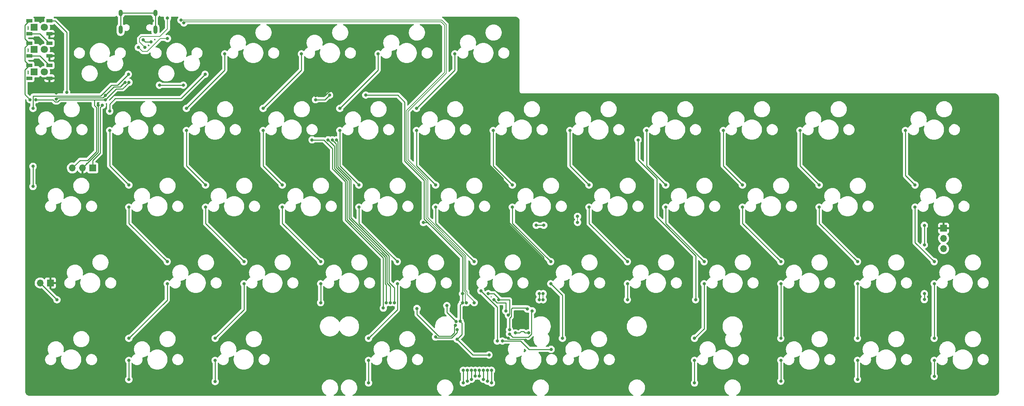
<source format=gbr>
G04 #@! TF.GenerationSoftware,KiCad,Pcbnew,(6.0.0)*
G04 #@! TF.CreationDate,2022-02-17T11:09:30-08:00*
G04 #@! TF.ProjectId,Memoria,4d656d6f-7269-4612-9e6b-696361645f70,rev?*
G04 #@! TF.SameCoordinates,Original*
G04 #@! TF.FileFunction,Copper,L1,Top*
G04 #@! TF.FilePolarity,Positive*
%FSLAX46Y46*%
G04 Gerber Fmt 4.6, Leading zero omitted, Abs format (unit mm)*
G04 Created by KiCad (PCBNEW (6.0.0)) date 2022-02-17 11:09:30*
%MOMM*%
%LPD*%
G01*
G04 APERTURE LIST*
G04 #@! TA.AperFunction,SMDPad,CuDef*
%ADD10R,1.501140X0.899160*%
G04 #@! TD*
G04 #@! TA.AperFunction,ComponentPad*
%ADD11R,1.700000X1.700000*%
G04 #@! TD*
G04 #@! TA.AperFunction,ComponentPad*
%ADD12O,1.700000X1.700000*%
G04 #@! TD*
G04 #@! TA.AperFunction,ComponentPad*
%ADD13R,1.800000X1.800000*%
G04 #@! TD*
G04 #@! TA.AperFunction,ComponentPad*
%ADD14C,1.800000*%
G04 #@! TD*
G04 #@! TA.AperFunction,ComponentPad*
%ADD15O,1.000000X2.100000*%
G04 #@! TD*
G04 #@! TA.AperFunction,ComponentPad*
%ADD16O,1.000000X1.600000*%
G04 #@! TD*
G04 #@! TA.AperFunction,ViaPad*
%ADD17C,0.800000*%
G04 #@! TD*
G04 #@! TA.AperFunction,Conductor*
%ADD18C,0.200000*%
G04 #@! TD*
G04 #@! TA.AperFunction,Conductor*
%ADD19C,0.254000*%
G04 #@! TD*
G04 #@! TA.AperFunction,Conductor*
%ADD20C,0.203200*%
G04 #@! TD*
G04 APERTURE END LIST*
D10*
X25318640Y-30116800D03*
X25318640Y-33317200D03*
X30317360Y-33317200D03*
X30317360Y-30116800D03*
X25318640Y-41166800D03*
X25318640Y-44367200D03*
X30317360Y-44367200D03*
X30317360Y-41166800D03*
D11*
X252412500Y-81650000D03*
D12*
X252412500Y-84190000D03*
X252412500Y-86730000D03*
D13*
X26543000Y-31717000D03*
D14*
X29083000Y-31717000D03*
D13*
X26543000Y-37242000D03*
D14*
X29083000Y-37242000D03*
D11*
X41112500Y-66675000D03*
D12*
X38572500Y-66675000D03*
X36032500Y-66675000D03*
D10*
X25318640Y-35641800D03*
X25318640Y-38842200D03*
X30317360Y-38842200D03*
X30317360Y-35641800D03*
D13*
X26543000Y-42767000D03*
D14*
X29083000Y-42767000D03*
D11*
X30575000Y-95250000D03*
D12*
X28035000Y-95250000D03*
D15*
X48004000Y-32307000D03*
D16*
X48004000Y-28127000D03*
D15*
X56644000Y-32307000D03*
D16*
X56644000Y-28127000D03*
D17*
X55917500Y-30125000D03*
X63724718Y-30624980D03*
X63000000Y-29925480D03*
X59662500Y-29425000D03*
X59662500Y-34500000D03*
X127426500Y-110350000D03*
X125973500Y-110350000D03*
X32042200Y-38842053D03*
X32040000Y-48073000D03*
X32042200Y-44367200D03*
X49100000Y-45374500D03*
X144310000Y-108960000D03*
X42474651Y-51076511D03*
X138450000Y-59698900D03*
X32040000Y-49526000D03*
X130388714Y-100161286D03*
X130386286Y-102213714D03*
X47900000Y-34500000D03*
X47900000Y-36350000D03*
X44200000Y-48661051D03*
X99925000Y-47525000D03*
X151050000Y-103225000D03*
X154300930Y-100153941D03*
X32042200Y-33317200D03*
X148603814Y-109503011D03*
X96425000Y-48675000D03*
X132350000Y-104798700D03*
X144327020Y-103273500D03*
X131600000Y-109250000D03*
X99909645Y-48567782D03*
X50099503Y-45374500D03*
X139325000Y-97925000D03*
X151248500Y-80927622D03*
X153106598Y-80927622D03*
X25526000Y-49700000D03*
X26979000Y-49700000D03*
X108900000Y-48550000D03*
X141950000Y-99450000D03*
X123226511Y-80226511D03*
X139525000Y-113150000D03*
X132925000Y-97923500D03*
X96425000Y-49700000D03*
X132925000Y-100153011D03*
X44200000Y-49725000D03*
X190825000Y-99426511D03*
X144600000Y-106900950D03*
X176525000Y-59698900D03*
X57655000Y-46101000D03*
X63590000Y-46101000D03*
X149050000Y-101735762D03*
X161500000Y-78723500D03*
X152975000Y-99425000D03*
X161500000Y-80201111D03*
X152974503Y-97923500D03*
X151975000Y-99426511D03*
X151975000Y-97923500D03*
X52400000Y-36700000D03*
X133924503Y-100153011D03*
X135838000Y-100153011D03*
X54047500Y-36700000D03*
X101650000Y-59698900D03*
X116013500Y-100153011D03*
X131350861Y-104825651D03*
X129050000Y-100879511D03*
X115013997Y-100153011D03*
X100600000Y-59698900D03*
X121618975Y-101606022D03*
X131197928Y-105813385D03*
X114015017Y-100185332D03*
X99550000Y-59698900D03*
X136125000Y-118426500D03*
X49947500Y-43390000D03*
X136125000Y-116973500D03*
X26252500Y-71278750D03*
X26252500Y-66278750D03*
X26252500Y-51860000D03*
X135125497Y-116973500D03*
X135125000Y-119203011D03*
X50065000Y-109010000D03*
X59590000Y-95460000D03*
X45302500Y-57360000D03*
X50065000Y-119260000D03*
X59590000Y-89960000D03*
X50065000Y-70910000D03*
X45302500Y-52547500D03*
X68997500Y-43390000D03*
X50065000Y-114510000D03*
X50065000Y-76410000D03*
X134125994Y-119656531D03*
X73877500Y-38310000D03*
X71496250Y-109010000D03*
X71496250Y-114510000D03*
X134125994Y-116973500D03*
X71496250Y-119760000D03*
X64352500Y-57360000D03*
X78640000Y-89960000D03*
X64352500Y-51860000D03*
X78640000Y-95460000D03*
X69115000Y-70910000D03*
X69115000Y-76410000D03*
X88165000Y-76410000D03*
X97690000Y-95460000D03*
X97690000Y-100153011D03*
X88165000Y-70910000D03*
X92927500Y-38310000D03*
X83402500Y-51860000D03*
X97690000Y-89960000D03*
X83402500Y-57360000D03*
X133126491Y-116973500D03*
X109600000Y-120110051D03*
X107215000Y-76410000D03*
X133126491Y-120110051D03*
X116740000Y-89960000D03*
X111977500Y-38310000D03*
X107215000Y-70910000D03*
X109596250Y-109010000D03*
X102452500Y-57360000D03*
X109596250Y-114510000D03*
X116740000Y-95460000D03*
X102452500Y-51860000D03*
X137490000Y-97197000D03*
X121502500Y-57360000D03*
X126265000Y-70910000D03*
X135790000Y-89960000D03*
X121502500Y-51860000D03*
X141550000Y-109700000D03*
X131027500Y-38310000D03*
X126265000Y-76410000D03*
X154941250Y-111760000D03*
X157750000Y-109010000D03*
X154840000Y-89960000D03*
X145315000Y-70910000D03*
X145315000Y-76410000D03*
X140552500Y-57360000D03*
X154840000Y-95460000D03*
X142843489Y-109686511D03*
X164365000Y-76410000D03*
X159602500Y-57360000D03*
X173890000Y-99425000D03*
X173890000Y-95460000D03*
X164365000Y-70910000D03*
X173890000Y-89960000D03*
X192940000Y-89960000D03*
X190558750Y-109010000D03*
X178652500Y-57360000D03*
X190560000Y-120110051D03*
X183415000Y-70910000D03*
X192940000Y-95460000D03*
X190558750Y-114510000D03*
X140124503Y-116973500D03*
X140125000Y-120110051D03*
X183415000Y-76410000D03*
X211990000Y-109010000D03*
X211990000Y-95460000D03*
X139125000Y-116973500D03*
X139125000Y-119656531D03*
X211990000Y-119656531D03*
X197702500Y-57360000D03*
X202465000Y-76410000D03*
X211990000Y-114510000D03*
X211990000Y-89960000D03*
X202465000Y-70910000D03*
X221515000Y-70910000D03*
X231040000Y-95460000D03*
X231040000Y-89960000D03*
X138124006Y-116973500D03*
X231040000Y-114510000D03*
X231040000Y-109010000D03*
X221515000Y-76410000D03*
X231040000Y-119203011D03*
X216752500Y-57360000D03*
X138124006Y-119203011D03*
X245327500Y-76410000D03*
X137124503Y-116973500D03*
X250090000Y-118476511D03*
X245327500Y-70910000D03*
X250090000Y-114510000D03*
X137124503Y-118426500D03*
X250090000Y-109010000D03*
X250090000Y-95460000D03*
X242946250Y-57360000D03*
X250090000Y-89960000D03*
X247650000Y-97923500D03*
X247650000Y-85800000D03*
X150225000Y-102189282D03*
X247650000Y-80940000D03*
X247650000Y-99376500D03*
X144600000Y-107950000D03*
X34625000Y-47875000D03*
X43473489Y-51076511D03*
X53600000Y-34800000D03*
X55600000Y-35325000D03*
X149350000Y-107675000D03*
X146075000Y-107675000D03*
X140773500Y-99450000D03*
X32211511Y-99426511D03*
X143700000Y-102225497D03*
X95567500Y-59698900D03*
X126235073Y-108687500D03*
X113262407Y-101487593D03*
X131626500Y-106889949D03*
D18*
X64024698Y-30325000D02*
X63724718Y-30624980D01*
X65625000Y-30325000D02*
X64024698Y-30325000D01*
X65625000Y-30325000D02*
X127609994Y-30325000D01*
X64000000Y-30325000D02*
X65625000Y-30325000D01*
X54047500Y-36697500D02*
X54047500Y-36700000D01*
X52700000Y-34500000D02*
X52700000Y-35350000D01*
X53200000Y-34000000D02*
X52700000Y-34500000D01*
X52700000Y-35350000D02*
X54047500Y-36697500D01*
X57784514Y-34000000D02*
X53200000Y-34000000D01*
X59662500Y-32122014D02*
X57784514Y-34000000D01*
X59662500Y-29425000D02*
X59662500Y-32122014D01*
X53450000Y-37750000D02*
X52400000Y-36700000D01*
X54599520Y-37750000D02*
X53450000Y-37750000D01*
X57849520Y-34500000D02*
X54599520Y-37750000D01*
X59662500Y-34500000D02*
X57849520Y-34500000D01*
D19*
X47048646Y-46554520D02*
X46306531Y-46554520D01*
X43608031Y-49253020D02*
X44200000Y-48661051D01*
X148330834Y-109230031D02*
X148603814Y-109503011D01*
X47900000Y-34500000D02*
X47900000Y-36350000D01*
X130388714Y-102211286D02*
X130386286Y-102213714D01*
X42474651Y-51076511D02*
X42474651Y-62772849D01*
X147780000Y-109230031D02*
X148330834Y-109230031D01*
X138450000Y-59698900D02*
X138450000Y-64686374D01*
X30317360Y-44367200D02*
X32042200Y-44367200D01*
X42474651Y-62772849D02*
X38572500Y-66675000D01*
X32040000Y-49390000D02*
X32176980Y-49253020D01*
X96425000Y-48675000D02*
X98775000Y-48675000D01*
X30317360Y-38842200D02*
X32042053Y-38842200D01*
X32040000Y-49526000D02*
X32040000Y-49390000D01*
X153104220Y-88865594D02*
X153104220Y-96304220D01*
X32042200Y-33317200D02*
X32042200Y-44367200D01*
X127426500Y-110350000D02*
X125973500Y-110350000D01*
X30317360Y-33317200D02*
X32042200Y-33317200D01*
X32042200Y-48070800D02*
X32040000Y-48073000D01*
X154300930Y-97500930D02*
X154300930Y-100153941D01*
X130388714Y-100161286D02*
X130388714Y-102211286D01*
X138450000Y-64686374D02*
X143050000Y-69286374D01*
X47919980Y-46554520D02*
X47048646Y-46554520D01*
X143050000Y-78811374D02*
X153104220Y-88865594D01*
X32176980Y-49253020D02*
X43608031Y-49253020D01*
X143050000Y-69286374D02*
X143050000Y-78811374D01*
X46306531Y-46554520D02*
X44200000Y-48661051D01*
X32042053Y-38842200D02*
X32042200Y-38842053D01*
X96425000Y-48675000D02*
X96422557Y-48675000D01*
X49100000Y-45374500D02*
X47919980Y-46554520D01*
X98775000Y-48675000D02*
X99925000Y-47525000D01*
X144310000Y-108960000D02*
X144580031Y-109230031D01*
X153104220Y-96304220D02*
X154300930Y-97500930D01*
X144580031Y-109230031D02*
X147780000Y-109230031D01*
X32042200Y-44367200D02*
X32042200Y-48070800D01*
X122014997Y-68433193D02*
X122015902Y-68432288D01*
X24241559Y-31193881D02*
X25318640Y-30116800D01*
X122015902Y-68432288D02*
X123066807Y-69483193D01*
X123400994Y-69817380D02*
X123066807Y-69483193D01*
X41475813Y-51040063D02*
X41475813Y-49724187D01*
X24241559Y-40089719D02*
X24241559Y-36718881D01*
X141950000Y-99450000D02*
X144600000Y-99450000D01*
X42010349Y-51639652D02*
X42014652Y-51639652D01*
X118573480Y-55148480D02*
X118573480Y-54398961D01*
X24241559Y-34564719D02*
X24241559Y-31193881D01*
X44181540Y-49706540D02*
X44200000Y-49725000D01*
X50099503Y-45374500D02*
X50099503Y-45402440D01*
X44200000Y-49700000D02*
X46891960Y-47008040D01*
X153106598Y-80927622D02*
X151248500Y-80927622D01*
X139326500Y-97923500D02*
X139325000Y-97925000D01*
X118573961Y-50290335D02*
X118573961Y-54551039D01*
X26979000Y-49700000D02*
X31186558Y-49700000D01*
X40731540Y-49706540D02*
X41493460Y-49706540D01*
X123400994Y-78723500D02*
X123400994Y-69817380D01*
X116833626Y-48550000D02*
X118573961Y-50290335D01*
X31186558Y-49700000D02*
X31739068Y-50252511D01*
X131600000Y-109250000D02*
X132800000Y-108050000D01*
X132350000Y-104798700D02*
X132350000Y-100728011D01*
X41475813Y-51076511D02*
X41475813Y-51105116D01*
X24241559Y-44400000D02*
X24241559Y-48415559D01*
X46891960Y-47008040D02*
X48493904Y-47008040D01*
X132925000Y-88866386D02*
X125564307Y-81505693D01*
X48493904Y-47008040D02*
X49100972Y-46400972D01*
X31739068Y-50252511D02*
X32340932Y-50252511D01*
X24241559Y-48415559D02*
X25526000Y-49700000D01*
X132925000Y-97923500D02*
X132925000Y-88866386D01*
X141950000Y-99450000D02*
X141950000Y-99100000D01*
X42021131Y-62584995D02*
X39829752Y-64776374D01*
X140773500Y-97923500D02*
X139326500Y-97923500D01*
X32340932Y-50252511D02*
X32886903Y-49706540D01*
X42021131Y-51646131D02*
X42021131Y-62584995D01*
X118573960Y-64992156D02*
X122014997Y-68433193D01*
X132925000Y-97923500D02*
X132925000Y-100153011D01*
X132800000Y-105248700D02*
X132350000Y-104798700D01*
X108900000Y-48550000D02*
X116833626Y-48550000D01*
X24241559Y-42243881D02*
X24241559Y-44400000D01*
X141950000Y-99100000D02*
X140773500Y-97923500D01*
X49100972Y-46400972D02*
X48493903Y-47008040D01*
X132350000Y-100728011D02*
X132925000Y-100153011D01*
X37931126Y-64776374D02*
X36032500Y-66675000D01*
X96425000Y-49700000D02*
X98777427Y-49700000D01*
X144600000Y-103000520D02*
X144327020Y-103273500D01*
X131600000Y-109250000D02*
X135500000Y-113150000D01*
X124579307Y-80520693D02*
X123400994Y-79342380D01*
X42014652Y-51639652D02*
X42021131Y-51646131D01*
X25318640Y-35641800D02*
X24241559Y-34564719D01*
X135500000Y-113150000D02*
X139525000Y-113150000D01*
X132800000Y-108050000D02*
X132800000Y-105248700D01*
X144600000Y-99450000D02*
X144600000Y-103000520D01*
X123400994Y-79342380D02*
X123400994Y-78723500D01*
X41475813Y-49724187D02*
X41493460Y-49706540D01*
X123226511Y-80226511D02*
X124285125Y-80226511D01*
X98777427Y-49700000D02*
X99909645Y-48567782D01*
X50099503Y-45402440D02*
X49100972Y-46400972D01*
X32886903Y-49706540D02*
X40731540Y-49706540D01*
X41493460Y-49706540D02*
X44181540Y-49706540D01*
X39829752Y-64776374D02*
X37931126Y-64776374D01*
X124285125Y-80226511D02*
X124579307Y-80520693D01*
X24241559Y-36718881D02*
X25318640Y-35641800D01*
X25318640Y-41166800D02*
X24241559Y-42243881D01*
X118573960Y-55148960D02*
X118573960Y-64992156D01*
X25318640Y-41166800D02*
X24241559Y-40089719D01*
X125564307Y-81505693D02*
X124579307Y-80520693D01*
X41475813Y-51105116D02*
X42010349Y-51639652D01*
X145337218Y-101462782D02*
X145053520Y-101746480D01*
X57655000Y-46101000D02*
X63590000Y-46101000D01*
X145053520Y-101746480D02*
X145053520Y-102140000D01*
X176525000Y-64661374D02*
X176525000Y-59698900D01*
X144600000Y-104027963D02*
X144600000Y-106900950D01*
X190825000Y-99426511D02*
X190825000Y-88486374D01*
X181194313Y-69330687D02*
X176525000Y-64661374D01*
X148777020Y-101462782D02*
X145337218Y-101462782D01*
X190825000Y-88486374D02*
X181194313Y-78855687D01*
X145053520Y-102140000D02*
X145053531Y-102140011D01*
X145053531Y-102140011D02*
X145053531Y-103574432D01*
X149050000Y-101735762D02*
X148777020Y-101462782D01*
X181194313Y-78855687D02*
X181194313Y-69330687D01*
X145053531Y-103574432D02*
X144600000Y-104027963D01*
D20*
X152974503Y-99424503D02*
X152975000Y-99425000D01*
X152974503Y-97923500D02*
X152974503Y-99424503D01*
X161500000Y-80201111D02*
X161500000Y-78723500D01*
D19*
X151975000Y-99426511D02*
X151975000Y-97923500D01*
D18*
X119000481Y-52409513D02*
X119000481Y-54574519D01*
X133351520Y-88689716D02*
X133351520Y-97250000D01*
X120479997Y-66293193D02*
X123875480Y-69688676D01*
X119000480Y-64815486D02*
X120479092Y-66294098D01*
X120479092Y-66294098D02*
X120479997Y-66293193D01*
X123875480Y-69688676D02*
X123875480Y-79213676D01*
X133624511Y-99853019D02*
X133924503Y-100153011D01*
X128450480Y-42959514D02*
X119000481Y-52409513D01*
X128450480Y-31165486D02*
X128450480Y-42959514D01*
X119000480Y-54575480D02*
X119000480Y-64815486D01*
X133624511Y-97522991D02*
X133624511Y-99853019D01*
X123875480Y-79213676D02*
X133351520Y-88689716D01*
X119000000Y-54575000D02*
X119000480Y-54575480D01*
X127609994Y-30325000D02*
X128450480Y-31165486D01*
X119000481Y-54574519D02*
X119000000Y-54575000D01*
X133351520Y-97250000D02*
X133624511Y-97522991D01*
X119400000Y-52575000D02*
X119400000Y-64650000D01*
X127775480Y-29925480D02*
X128850000Y-31000000D01*
X120176810Y-65425000D02*
X124275000Y-69523190D01*
X133751040Y-88524230D02*
X133751040Y-97084514D01*
X128850000Y-43125000D02*
X119400000Y-52575000D01*
X134024031Y-97357505D02*
X134024031Y-98050000D01*
X124275000Y-79048190D02*
X133751040Y-88524230D01*
X134024031Y-98050000D02*
X135838000Y-99863969D01*
X128850000Y-31000000D02*
X128850000Y-43125000D01*
X120175000Y-65425000D02*
X120176810Y-65425000D01*
X119400000Y-64650000D02*
X120175000Y-65425000D01*
X124275000Y-69523190D02*
X124275000Y-79048190D01*
X135838000Y-99863969D02*
X135838000Y-100153011D01*
X63000000Y-29925480D02*
X127775480Y-29925480D01*
X133751040Y-97084514D02*
X134024031Y-97357505D01*
D19*
X101650000Y-59698900D02*
X101998980Y-60047880D01*
X114625000Y-88486374D02*
X114625000Y-95075000D01*
X114625000Y-95075000D02*
X116013500Y-96463500D01*
X105175000Y-69511374D02*
X105175000Y-79036374D01*
X105175000Y-79036374D02*
X114625000Y-88486374D01*
X116013500Y-96463500D02*
X116013500Y-100153011D01*
X101998980Y-60047880D02*
X101998980Y-66335354D01*
X101998980Y-66335354D02*
X105175000Y-69511374D01*
X100600000Y-59698900D02*
X100618900Y-59698900D01*
X129072523Y-102547313D02*
X131350861Y-104825651D01*
X129050000Y-100879511D02*
X129072523Y-100902034D01*
X100618900Y-59698900D02*
X101545460Y-60625460D01*
X115013997Y-96105371D02*
X115013997Y-100153011D01*
X104721480Y-69699228D02*
X104721480Y-79224228D01*
X129072523Y-100902034D02*
X129072523Y-102547313D01*
X101545460Y-66523208D02*
X104721480Y-69699228D01*
X114171480Y-95262854D02*
X115013997Y-96105371D01*
X114171480Y-88674228D02*
X114171480Y-95262854D01*
X101545460Y-60625460D02*
X101545460Y-66523208D01*
X104721480Y-79224228D02*
X114171480Y-88674228D01*
X99572557Y-59698900D02*
X101091940Y-61218283D01*
X130899989Y-107638637D02*
X130088626Y-108450000D01*
X101091940Y-61218283D02*
X101091940Y-66711062D01*
X101091940Y-66711062D02*
X104267960Y-69887082D01*
X114015017Y-95747765D02*
X114015017Y-100185332D01*
X104267960Y-69887082D02*
X104267960Y-79412082D01*
X127025000Y-108450000D02*
X121618975Y-103043975D01*
X113717960Y-95450708D02*
X114015017Y-95747765D01*
X104267960Y-79412082D02*
X113717960Y-88862082D01*
X99550000Y-59698900D02*
X99572557Y-59698900D01*
X131197928Y-105813385D02*
X130899989Y-106111324D01*
X113717960Y-88862082D02*
X113717960Y-95450708D01*
X130899989Y-106111324D02*
X130899989Y-107638637D01*
X121618975Y-103043975D02*
X121618975Y-101606022D01*
X130088626Y-108450000D02*
X127025000Y-108450000D01*
X45732608Y-46101000D02*
X47236500Y-46101000D01*
X26252500Y-51860000D02*
X26252500Y-48799500D01*
X26252500Y-71278750D02*
X26252500Y-66278750D01*
X136125000Y-118426500D02*
X136125000Y-116973500D01*
X43034108Y-48799500D02*
X45732608Y-46101000D01*
X26252500Y-48799500D02*
X43034108Y-48799500D01*
X47236500Y-46101000D02*
X49947500Y-43390000D01*
X59590000Y-99485000D02*
X50065000Y-109010000D01*
X45302500Y-66147500D02*
X50065000Y-70910000D01*
X45302500Y-57360000D02*
X45302500Y-66147500D01*
X45302500Y-51860000D02*
X45302500Y-50797500D01*
X135125000Y-119203011D02*
X135125000Y-116973997D01*
X135125000Y-116973997D02*
X135125497Y-116973500D01*
X50065000Y-76410000D02*
X50065000Y-80435000D01*
X62987500Y-49400000D02*
X46700000Y-49400000D01*
X59590000Y-95460000D02*
X59590000Y-99485000D01*
X46700000Y-49400000D02*
X45302500Y-50797500D01*
X50065000Y-114510000D02*
X50065000Y-119260000D01*
X68997500Y-43390000D02*
X62987500Y-49400000D01*
X50065000Y-80435000D02*
X59590000Y-89960000D01*
X45302500Y-51860000D02*
X45302500Y-52547500D01*
X73877500Y-38310000D02*
X73877500Y-42335000D01*
X78640000Y-95460000D02*
X78640000Y-101866250D01*
X64352500Y-66147500D02*
X69115000Y-70910000D01*
X69115000Y-80435000D02*
X78640000Y-89960000D01*
X64352500Y-57360000D02*
X64352500Y-66147500D01*
X71496250Y-114510000D02*
X71496250Y-119760000D01*
X69115000Y-76410000D02*
X69115000Y-80435000D01*
X134125994Y-119656531D02*
X134125994Y-116973500D01*
X73877500Y-42335000D02*
X64352500Y-51860000D01*
X78640000Y-101866250D02*
X71496250Y-109010000D01*
X88165000Y-80435000D02*
X97690000Y-89960000D01*
X88165000Y-76410000D02*
X88165000Y-80435000D01*
X83402500Y-51860000D02*
X92927500Y-42335000D01*
X83402500Y-57360000D02*
X83402500Y-66147500D01*
X92927500Y-42335000D02*
X92927500Y-38310000D01*
X83402500Y-66147500D02*
X88165000Y-70910000D01*
X97690000Y-95460000D02*
X97690000Y-100153011D01*
X109596250Y-120106301D02*
X109600000Y-120110051D01*
X116740000Y-101866250D02*
X109596250Y-109010000D01*
X102452500Y-66147500D02*
X107215000Y-70910000D01*
X133126491Y-120089477D02*
X133126491Y-116973500D01*
X107215000Y-76410000D02*
X107215000Y-80435000D01*
X116740000Y-95460000D02*
X116740000Y-101866250D01*
X111977500Y-42335000D02*
X111977500Y-38310000D01*
X109596250Y-114510000D02*
X109596250Y-120106301D01*
X102452500Y-51860000D02*
X111977500Y-42335000D01*
X102452500Y-57360000D02*
X102452500Y-66147500D01*
X107215000Y-80435000D02*
X116740000Y-89960000D01*
X121502500Y-66147500D02*
X126265000Y-70910000D01*
X121502500Y-57360000D02*
X121502500Y-66147500D01*
X140304971Y-100011971D02*
X137490000Y-97197000D01*
X126265000Y-80435000D02*
X135790000Y-89960000D01*
X131027500Y-38310000D02*
X131027500Y-42335000D01*
X140308028Y-100011971D02*
X140304971Y-100011971D01*
X126265000Y-76410000D02*
X126265000Y-80435000D01*
X131027500Y-42335000D02*
X121502500Y-51860000D01*
X141550000Y-101253943D02*
X141550000Y-109700000D01*
X140308028Y-100011971D02*
X141550000Y-101253943D01*
X145315000Y-80435000D02*
X154840000Y-89960000D01*
X143246511Y-109686511D02*
X142843489Y-109686511D01*
X146720000Y-109683551D02*
X146717040Y-109686511D01*
X157750000Y-98370000D02*
X154840000Y-95460000D01*
X145315000Y-76410000D02*
X145315000Y-80435000D01*
X140552500Y-66147500D02*
X145315000Y-70910000D01*
X157750000Y-109010000D02*
X157750000Y-98370000D01*
X140552500Y-57360000D02*
X140552500Y-66147500D01*
X149435000Y-111760000D02*
X147358551Y-109683551D01*
X147358551Y-109683551D02*
X146720000Y-109683551D01*
X146717040Y-109686511D02*
X143246511Y-109686511D01*
X154941250Y-111760000D02*
X149435000Y-111760000D01*
X159602500Y-57360000D02*
X159602500Y-66147500D01*
X164365000Y-80435000D02*
X173890000Y-89960000D01*
X159602500Y-66147500D02*
X164365000Y-70910000D01*
X164365000Y-76410000D02*
X164365000Y-80435000D01*
X173890000Y-99425000D02*
X173890000Y-95460000D01*
X192940000Y-95460000D02*
X192940000Y-106628750D01*
X178652500Y-66147500D02*
X183415000Y-70910000D01*
X178652500Y-57360000D02*
X178652500Y-66147500D01*
X190558750Y-114510000D02*
X190558750Y-120108801D01*
X192940000Y-106628750D02*
X190558750Y-109010000D01*
X140125000Y-120110051D02*
X140125000Y-116973997D01*
X183415000Y-80435000D02*
X192940000Y-89960000D01*
X190558750Y-120108801D02*
X190560000Y-120110051D01*
X183415000Y-76410000D02*
X183415000Y-80435000D01*
X140125000Y-116973997D02*
X140124503Y-116973500D01*
X211990000Y-114510000D02*
X211990000Y-119656531D01*
X202465000Y-76410000D02*
X202465000Y-80435000D01*
X197702500Y-57360000D02*
X197702500Y-66147500D01*
X139125000Y-119656531D02*
X139125000Y-116973500D01*
X211990000Y-109010000D02*
X211990000Y-95460000D01*
X197702500Y-66147500D02*
X202465000Y-70910000D01*
X202465000Y-80435000D02*
X211990000Y-89960000D01*
X216752500Y-57360000D02*
X216752500Y-66147500D01*
X221515000Y-80435000D02*
X231040000Y-89960000D01*
X231040000Y-109010000D02*
X231040000Y-95460000D01*
X138124006Y-119203011D02*
X138124006Y-116973500D01*
X216752500Y-66147500D02*
X221515000Y-70910000D01*
X231040000Y-114510000D02*
X231040000Y-119203011D01*
X221515000Y-76410000D02*
X221515000Y-80435000D01*
X245327500Y-76410000D02*
X245327500Y-85197500D01*
X137124503Y-118426500D02*
X137124503Y-116973500D01*
X250090000Y-109010000D02*
X250090000Y-95460000D01*
X242946250Y-68528750D02*
X245327500Y-70910000D01*
X242946250Y-57360000D02*
X242946250Y-68528750D01*
X245327500Y-85197500D02*
X250090000Y-89960000D01*
X250090000Y-118476511D02*
X250090000Y-114510000D01*
X48004000Y-32307000D02*
X48004000Y-28127000D01*
X48004000Y-28127000D02*
X56644000Y-28127000D01*
X56644000Y-28127000D02*
X56644000Y-32307000D01*
X247650000Y-80940000D02*
X247650000Y-85800000D01*
X149275932Y-108776511D02*
X145426511Y-108776511D01*
X150225000Y-102189282D02*
X150076511Y-102337771D01*
X247650000Y-97923500D02*
X247650000Y-99376500D01*
X150225000Y-102303393D02*
X150225000Y-102189282D01*
X150076511Y-102337771D02*
X150076511Y-107975932D01*
X150076511Y-107975932D02*
X149275932Y-108776511D01*
X150225000Y-102189282D02*
X150225000Y-102304437D01*
X145426511Y-108776511D02*
X144600000Y-107950000D01*
X42935697Y-51639303D02*
X42928171Y-51646829D01*
X30317360Y-30116800D02*
X31741800Y-30116800D01*
X34625000Y-47875000D02*
X34625000Y-35975000D01*
X42928171Y-51646829D02*
X42928171Y-53228171D01*
X43473489Y-51105116D02*
X42939302Y-51639303D01*
X31741800Y-30116800D02*
X34625000Y-33000000D01*
X42928171Y-62960703D02*
X42928171Y-52400000D01*
X43473489Y-51076511D02*
X43473489Y-51105116D01*
X41112500Y-66675000D02*
X41112500Y-64776374D01*
X42939302Y-51639303D02*
X42935697Y-51639303D01*
X34625000Y-33000000D02*
X34625000Y-35975000D01*
X41112500Y-64776374D02*
X42928171Y-62960703D01*
X55600000Y-35325000D02*
X54125000Y-35325000D01*
X54125000Y-35325000D02*
X53600000Y-34800000D01*
X149350000Y-107675000D02*
X148427443Y-107675000D01*
X148427443Y-107675000D02*
X148075932Y-107323489D01*
X147474068Y-107323489D02*
X147122557Y-107675000D01*
X148075932Y-107323489D02*
X147474068Y-107323489D01*
X147122557Y-107675000D02*
X146075000Y-107675000D01*
X143700000Y-100176500D02*
X141499989Y-100176500D01*
X143700000Y-102225497D02*
X143700000Y-100176500D01*
X28035000Y-95250000D02*
X32211511Y-99426511D01*
X141499989Y-100176500D02*
X140773489Y-99450000D01*
X25318640Y-33317200D02*
X27992760Y-33317200D01*
X27992760Y-33317200D02*
X30317360Y-35641800D01*
X27992760Y-38842200D02*
X30317360Y-41166800D01*
X25318640Y-38842200D02*
X27992760Y-38842200D01*
X103814440Y-70074936D02*
X103814440Y-79599936D01*
X97261100Y-59698900D02*
X98522557Y-59698900D01*
X131626500Y-106889949D02*
X131626500Y-107553500D01*
X113264440Y-89049936D02*
X113264440Y-95638562D01*
X130276480Y-108903520D02*
X126451093Y-108903520D01*
X113264440Y-95638562D02*
X113264440Y-101485560D01*
X100638420Y-61814763D02*
X100638420Y-66898916D01*
X131626500Y-107553500D02*
X130276480Y-108903520D01*
X100638420Y-66898916D02*
X101009752Y-67270248D01*
X103814440Y-79599936D02*
X113264440Y-89049936D01*
X98522557Y-59698900D02*
X100638420Y-61814763D01*
X97261100Y-59698900D02*
X95567500Y-59698900D01*
X126451093Y-108903520D02*
X126235073Y-108687500D01*
X113264440Y-101485560D02*
X113262407Y-101487593D01*
X101009752Y-67270248D02*
X103814440Y-70074936D01*
G04 #@! TA.AperFunction,Conductor*
G36*
X55672555Y-28782502D02*
G01*
X55715686Y-28829347D01*
X55799934Y-28987796D01*
X55866769Y-29069744D01*
X55921040Y-29136287D01*
X55921043Y-29136290D01*
X55924935Y-29141062D01*
X55929682Y-29144989D01*
X55929684Y-29144991D01*
X55962815Y-29172399D01*
X56002554Y-29231233D01*
X56008500Y-29269484D01*
X56008500Y-30913484D01*
X55988498Y-30981605D01*
X55961456Y-31011677D01*
X55934975Y-31032968D01*
X55886600Y-31090619D01*
X55827493Y-31129944D01*
X55756506Y-31131070D01*
X55713552Y-31109722D01*
X55653743Y-31063994D01*
X55653739Y-31063991D01*
X55648322Y-31059850D01*
X55502412Y-30991811D01*
X55490369Y-30986195D01*
X55490366Y-30986194D01*
X55484192Y-30983315D01*
X55477544Y-30981829D01*
X55477541Y-30981828D01*
X55347528Y-30952767D01*
X55307457Y-30943810D01*
X55301912Y-30943500D01*
X55168756Y-30943500D01*
X55033963Y-30958143D01*
X54932198Y-30992391D01*
X54868796Y-31013728D01*
X54868794Y-31013729D01*
X54862325Y-31015906D01*
X54707095Y-31109177D01*
X54702138Y-31113865D01*
X54702135Y-31113867D01*
X54580473Y-31228918D01*
X54575515Y-31233607D01*
X54571683Y-31239245D01*
X54571680Y-31239249D01*
X54487133Y-31363656D01*
X54473723Y-31383388D01*
X54406470Y-31551534D01*
X54405356Y-31558262D01*
X54405355Y-31558266D01*
X54381270Y-31703751D01*
X54376892Y-31730198D01*
X54377249Y-31737015D01*
X54377249Y-31737019D01*
X54382151Y-31830539D01*
X54386370Y-31911047D01*
X54388181Y-31917620D01*
X54388181Y-31917623D01*
X54415188Y-32015671D01*
X54434461Y-32085641D01*
X54518922Y-32245836D01*
X54523327Y-32251049D01*
X54523330Y-32251053D01*
X54631406Y-32378943D01*
X54631410Y-32378947D01*
X54635813Y-32384157D01*
X54641237Y-32388304D01*
X54641238Y-32388305D01*
X54774257Y-32490006D01*
X54774261Y-32490009D01*
X54779678Y-32494150D01*
X54873916Y-32538094D01*
X54937631Y-32567805D01*
X54937634Y-32567806D01*
X54943808Y-32570685D01*
X54950456Y-32572171D01*
X54950459Y-32572172D01*
X55046686Y-32593681D01*
X55120543Y-32610190D01*
X55126088Y-32610500D01*
X55259244Y-32610500D01*
X55394037Y-32595857D01*
X55469312Y-32570524D01*
X55540253Y-32567754D01*
X55601432Y-32603777D01*
X55633423Y-32667158D01*
X55635500Y-32689943D01*
X55635500Y-32906769D01*
X55635800Y-32909825D01*
X55635800Y-32909832D01*
X55640327Y-32955994D01*
X55649920Y-33053833D01*
X55702000Y-33226328D01*
X55702831Y-33229082D01*
X55703372Y-33300076D01*
X55665444Y-33360093D01*
X55601090Y-33390077D01*
X55582209Y-33391500D01*
X53248136Y-33391500D01*
X53231693Y-33390422D01*
X53200000Y-33386250D01*
X53191811Y-33387328D01*
X53160126Y-33391499D01*
X53160117Y-33391500D01*
X53160115Y-33391500D01*
X53160109Y-33391501D01*
X53160107Y-33391501D01*
X53060543Y-33404609D01*
X53049336Y-33406084D01*
X53049334Y-33406085D01*
X53041149Y-33407162D01*
X52893124Y-33468476D01*
X52856010Y-33496955D01*
X52797937Y-33541515D01*
X52797921Y-33541529D01*
X52772566Y-33560984D01*
X52772563Y-33560987D01*
X52766013Y-33566013D01*
X52760983Y-33572568D01*
X52746548Y-33591379D01*
X52735681Y-33603770D01*
X52303766Y-34035685D01*
X52291375Y-34046552D01*
X52266013Y-34066013D01*
X52241526Y-34097925D01*
X52241523Y-34097928D01*
X52241517Y-34097936D01*
X52202068Y-34149347D01*
X52168476Y-34193124D01*
X52108640Y-34337581D01*
X52107162Y-34341150D01*
X52091500Y-34460115D01*
X52091500Y-34460120D01*
X52086250Y-34500000D01*
X52087328Y-34508188D01*
X52090422Y-34531690D01*
X52091500Y-34548136D01*
X52091500Y-35301864D01*
X52090422Y-35318307D01*
X52086250Y-35350000D01*
X52091500Y-35389880D01*
X52091500Y-35389885D01*
X52103215Y-35478866D01*
X52107162Y-35508851D01*
X52168476Y-35656876D01*
X52169840Y-35658654D01*
X52185924Y-35724936D01*
X52162706Y-35792029D01*
X52111315Y-35834054D01*
X51949278Y-35906197D01*
X51949276Y-35906198D01*
X51943248Y-35908882D01*
X51788747Y-36021134D01*
X51784326Y-36026044D01*
X51784325Y-36026045D01*
X51679099Y-36142911D01*
X51660960Y-36163056D01*
X51646065Y-36188855D01*
X51573677Y-36314235D01*
X51565473Y-36328444D01*
X51506458Y-36510072D01*
X51505768Y-36516633D01*
X51505768Y-36516635D01*
X51500921Y-36562750D01*
X51486496Y-36700000D01*
X51487186Y-36706565D01*
X51500972Y-36837727D01*
X51506458Y-36889928D01*
X51565473Y-37071556D01*
X51568776Y-37077278D01*
X51568777Y-37077279D01*
X51586864Y-37108606D01*
X51660960Y-37236944D01*
X51665378Y-37241851D01*
X51665379Y-37241852D01*
X51705545Y-37286461D01*
X51788747Y-37378866D01*
X51872662Y-37439834D01*
X51931556Y-37482623D01*
X51943248Y-37491118D01*
X51949276Y-37493802D01*
X51949278Y-37493803D01*
X52084059Y-37553811D01*
X52117712Y-37568794D01*
X52195390Y-37585305D01*
X52298056Y-37607128D01*
X52298061Y-37607128D01*
X52304513Y-37608500D01*
X52395761Y-37608500D01*
X52463882Y-37628502D01*
X52484856Y-37645405D01*
X52985685Y-38146234D01*
X52996552Y-38158625D01*
X53016013Y-38183987D01*
X53022563Y-38189013D01*
X53047925Y-38208474D01*
X53047928Y-38208477D01*
X53134643Y-38275016D01*
X53143124Y-38281524D01*
X53187160Y-38299764D01*
X53291150Y-38342838D01*
X53410115Y-38358500D01*
X53410120Y-38358500D01*
X53410129Y-38358501D01*
X53441812Y-38362672D01*
X53450000Y-38363750D01*
X53481693Y-38359578D01*
X53498136Y-38358500D01*
X54551384Y-38358500D01*
X54567827Y-38359578D01*
X54599520Y-38363750D01*
X54607709Y-38362672D01*
X54639394Y-38358501D01*
X54639404Y-38358500D01*
X54639405Y-38358500D01*
X54639421Y-38358498D01*
X54738977Y-38345391D01*
X54750184Y-38343916D01*
X54750186Y-38343915D01*
X54758371Y-38342838D01*
X54906396Y-38281524D01*
X54914878Y-38275016D01*
X55001592Y-38208477D01*
X55001595Y-38208474D01*
X55026954Y-38189015D01*
X55033507Y-38183987D01*
X55038537Y-38177432D01*
X55052972Y-38158621D01*
X55063839Y-38146230D01*
X55231594Y-37978475D01*
X55293906Y-37944449D01*
X55364721Y-37949514D01*
X55421557Y-37992061D01*
X55446600Y-38062842D01*
X55454348Y-38269216D01*
X55469437Y-38341130D01*
X55493538Y-38455991D01*
X55502562Y-38499001D01*
X55588802Y-38717377D01*
X55591571Y-38721940D01*
X55702936Y-38905463D01*
X55710604Y-38918100D01*
X55864485Y-39095432D01*
X55868617Y-39098820D01*
X56041916Y-39240917D01*
X56041922Y-39240921D01*
X56046044Y-39244301D01*
X56050680Y-39246940D01*
X56050683Y-39246942D01*
X56131190Y-39292769D01*
X56250090Y-39360451D01*
X56470789Y-39440561D01*
X56476038Y-39441510D01*
X56476041Y-39441511D01*
X56557115Y-39456171D01*
X56701830Y-39482340D01*
X56705969Y-39482535D01*
X56705976Y-39482536D01*
X56724940Y-39483430D01*
X56724949Y-39483430D01*
X56726429Y-39483500D01*
X56891450Y-39483500D01*
X56972799Y-39476597D01*
X57061137Y-39469102D01*
X57061141Y-39469101D01*
X57066448Y-39468651D01*
X57071603Y-39467313D01*
X57071609Y-39467312D01*
X57288535Y-39411009D01*
X57288534Y-39411009D01*
X57293706Y-39409667D01*
X57298572Y-39407475D01*
X57298575Y-39407474D01*
X57502917Y-39315424D01*
X57502920Y-39315423D01*
X57507778Y-39313234D01*
X57702541Y-39182112D01*
X57872427Y-39020049D01*
X57915664Y-38961937D01*
X57984383Y-38869574D01*
X58012578Y-38831679D01*
X58028348Y-38800663D01*
X58116569Y-38627144D01*
X58116569Y-38627143D01*
X58118987Y-38622388D01*
X58188611Y-38398160D01*
X58201653Y-38299764D01*
X58207263Y-38257438D01*
X59410100Y-38257438D01*
X59449564Y-38569830D01*
X59527870Y-38874813D01*
X59643784Y-39167577D01*
X59645686Y-39171036D01*
X59645687Y-39171039D01*
X59777612Y-39411009D01*
X59795476Y-39443504D01*
X59980555Y-39698244D01*
X60196102Y-39927778D01*
X60438718Y-40128487D01*
X60704576Y-40297206D01*
X60708155Y-40298890D01*
X60708162Y-40298894D01*
X60985894Y-40429584D01*
X60985898Y-40429586D01*
X60989484Y-40431273D01*
X61288948Y-40528575D01*
X61598246Y-40587577D01*
X61691800Y-40593463D01*
X61831858Y-40602275D01*
X61831874Y-40602276D01*
X61833853Y-40602400D01*
X61991147Y-40602400D01*
X61993126Y-40602276D01*
X61993142Y-40602275D01*
X62133200Y-40593463D01*
X62226754Y-40587577D01*
X62536052Y-40528575D01*
X62835516Y-40431273D01*
X62839102Y-40429586D01*
X62839106Y-40429584D01*
X63116838Y-40298894D01*
X63116845Y-40298890D01*
X63120424Y-40297206D01*
X63386282Y-40128487D01*
X63587087Y-39962367D01*
X63652324Y-39934357D01*
X63722349Y-39946064D01*
X63774929Y-39993771D01*
X63793369Y-40062331D01*
X63789659Y-40089934D01*
X63745610Y-40266605D01*
X63739683Y-40290376D01*
X63739224Y-40294744D01*
X63739223Y-40294749D01*
X63710781Y-40565364D01*
X63710322Y-40569733D01*
X63710475Y-40574121D01*
X63710475Y-40574127D01*
X63719476Y-40831870D01*
X63720125Y-40850458D01*
X63720887Y-40854781D01*
X63720888Y-40854788D01*
X63744664Y-40989624D01*
X63768902Y-41127087D01*
X63855703Y-41394235D01*
X63857631Y-41398188D01*
X63857633Y-41398193D01*
X63890947Y-41466496D01*
X63978840Y-41646702D01*
X63981295Y-41650341D01*
X63981298Y-41650347D01*
X64032796Y-41726696D01*
X64135915Y-41879576D01*
X64323871Y-42088322D01*
X64327233Y-42091143D01*
X64327234Y-42091144D01*
X64391605Y-42145157D01*
X64539050Y-42268879D01*
X64777264Y-42417731D01*
X64895129Y-42470208D01*
X64978019Y-42507113D01*
X65033875Y-42531982D01*
X65303890Y-42609407D01*
X65308240Y-42610018D01*
X65308243Y-42610019D01*
X65411190Y-42624487D01*
X65582052Y-42648500D01*
X65792646Y-42648500D01*
X65794832Y-42648347D01*
X65794836Y-42648347D01*
X65998327Y-42634118D01*
X65998332Y-42634117D01*
X66002712Y-42633811D01*
X66277470Y-42575409D01*
X66281599Y-42573906D01*
X66281603Y-42573905D01*
X66537281Y-42480846D01*
X66537285Y-42480844D01*
X66541426Y-42479337D01*
X66789442Y-42347464D01*
X66845417Y-42306796D01*
X67013129Y-42184947D01*
X67013132Y-42184944D01*
X67016692Y-42182358D01*
X67021982Y-42177250D01*
X67149488Y-42054118D01*
X67218752Y-41987231D01*
X67391688Y-41765882D01*
X67393884Y-41762078D01*
X67393889Y-41762071D01*
X67529935Y-41526431D01*
X67532136Y-41522619D01*
X67637362Y-41262176D01*
X67638428Y-41257901D01*
X67704253Y-40993893D01*
X67704254Y-40993888D01*
X67705317Y-40989624D01*
X67719083Y-40858653D01*
X67734219Y-40714636D01*
X67734219Y-40714633D01*
X67734678Y-40710267D01*
X67734525Y-40705873D01*
X67725029Y-40433939D01*
X67725028Y-40433933D01*
X67724875Y-40429542D01*
X67701108Y-40294749D01*
X67676860Y-40157236D01*
X67676098Y-40152913D01*
X67589297Y-39885765D01*
X67577118Y-39860793D01*
X67497836Y-39698244D01*
X67466160Y-39633298D01*
X67431166Y-39581417D01*
X67409656Y-39513757D01*
X67428140Y-39445209D01*
X67483874Y-39396077D01*
X67662917Y-39315424D01*
X67662920Y-39315423D01*
X67667778Y-39313234D01*
X67862541Y-39182112D01*
X68032427Y-39020049D01*
X68075664Y-38961937D01*
X68144383Y-38869574D01*
X68172578Y-38831679D01*
X68188348Y-38800663D01*
X68276569Y-38627144D01*
X68276569Y-38627143D01*
X68278987Y-38622388D01*
X68348611Y-38398160D01*
X68361653Y-38299764D01*
X68378761Y-38170690D01*
X68378761Y-38170687D01*
X68379461Y-38165407D01*
X68378961Y-38152075D01*
X68374636Y-38036896D01*
X68370652Y-37930784D01*
X68345406Y-37810462D01*
X68323535Y-37706226D01*
X68323534Y-37706223D01*
X68322438Y-37700999D01*
X68236198Y-37482623D01*
X68173237Y-37378866D01*
X68117164Y-37286461D01*
X68117162Y-37286458D01*
X68114396Y-37281900D01*
X67960515Y-37104568D01*
X67912589Y-37065271D01*
X67783084Y-36959083D01*
X67783078Y-36959079D01*
X67778956Y-36955699D01*
X67774320Y-36953060D01*
X67774317Y-36953058D01*
X67579553Y-36842192D01*
X67574910Y-36839549D01*
X67354211Y-36759439D01*
X67348962Y-36758490D01*
X67348959Y-36758489D01*
X67267885Y-36743829D01*
X67123170Y-36717660D01*
X67119031Y-36717465D01*
X67119024Y-36717464D01*
X67100060Y-36716570D01*
X67100051Y-36716570D01*
X67098571Y-36716500D01*
X66933550Y-36716500D01*
X66852201Y-36723403D01*
X66763863Y-36730898D01*
X66763859Y-36730899D01*
X66758552Y-36731349D01*
X66753397Y-36732687D01*
X66753391Y-36732688D01*
X66575677Y-36778814D01*
X66531294Y-36790333D01*
X66526428Y-36792525D01*
X66526425Y-36792526D01*
X66322083Y-36884576D01*
X66322080Y-36884577D01*
X66317222Y-36886766D01*
X66122459Y-37017888D01*
X66118602Y-37021567D01*
X66118600Y-37021569D01*
X66103372Y-37036096D01*
X65952573Y-37179951D01*
X65812422Y-37368321D01*
X65810006Y-37373072D01*
X65810004Y-37373076D01*
X65727401Y-37535544D01*
X65706013Y-37577612D01*
X65636389Y-37801840D01*
X65635688Y-37807129D01*
X65606899Y-38024335D01*
X65605539Y-38034593D01*
X65614348Y-38269216D01*
X65617594Y-38284684D01*
X65660127Y-38487398D01*
X65654540Y-38558174D01*
X65611575Y-38614695D01*
X65545602Y-38638965D01*
X65512145Y-38641304D01*
X65446672Y-38645882D01*
X65446666Y-38645883D01*
X65442288Y-38646189D01*
X65167530Y-38704591D01*
X65163401Y-38706094D01*
X65163397Y-38706095D01*
X64907719Y-38799154D01*
X64907715Y-38799156D01*
X64903574Y-38800663D01*
X64655558Y-38932536D01*
X64651999Y-38935122D01*
X64651997Y-38935123D01*
X64471173Y-39066499D01*
X64404305Y-39090358D01*
X64335153Y-39074277D01*
X64285673Y-39023363D01*
X64271574Y-38953780D01*
X64279960Y-38918179D01*
X64279991Y-38918100D01*
X64297130Y-38874813D01*
X64375436Y-38569830D01*
X64414900Y-38257438D01*
X64414900Y-37942562D01*
X64375436Y-37630170D01*
X64297130Y-37325187D01*
X64181216Y-37032423D01*
X64179313Y-37028961D01*
X64031433Y-36759968D01*
X64031431Y-36759965D01*
X64029524Y-36756496D01*
X63844445Y-36501756D01*
X63628898Y-36272222D01*
X63386282Y-36071513D01*
X63120424Y-35902794D01*
X63116845Y-35901110D01*
X63116838Y-35901106D01*
X62839106Y-35770416D01*
X62839102Y-35770414D01*
X62835516Y-35768727D01*
X62536052Y-35671425D01*
X62226754Y-35612423D01*
X62133200Y-35606537D01*
X61993142Y-35597725D01*
X61993126Y-35597724D01*
X61991147Y-35597600D01*
X61833853Y-35597600D01*
X61831874Y-35597724D01*
X61831858Y-35597725D01*
X61691800Y-35606537D01*
X61598246Y-35612423D01*
X61288948Y-35671425D01*
X60989484Y-35768727D01*
X60985898Y-35770414D01*
X60985894Y-35770416D01*
X60708162Y-35901106D01*
X60708155Y-35901110D01*
X60704576Y-35902794D01*
X60438718Y-36071513D01*
X60196102Y-36272222D01*
X59980555Y-36501756D01*
X59795476Y-36756496D01*
X59793569Y-36759965D01*
X59793567Y-36759968D01*
X59645687Y-37028961D01*
X59643784Y-37032423D01*
X59527870Y-37325187D01*
X59449564Y-37630170D01*
X59410100Y-37942562D01*
X59410100Y-38257438D01*
X58207263Y-38257438D01*
X58218761Y-38170690D01*
X58218761Y-38170687D01*
X58219461Y-38165407D01*
X58218961Y-38152075D01*
X58214636Y-38036896D01*
X58210652Y-37930784D01*
X58185406Y-37810462D01*
X58163535Y-37706226D01*
X58163534Y-37706223D01*
X58162438Y-37700999D01*
X58076198Y-37482623D01*
X58013237Y-37378866D01*
X57957164Y-37286461D01*
X57957162Y-37286458D01*
X57954396Y-37281900D01*
X57800515Y-37104568D01*
X57752589Y-37065271D01*
X57623084Y-36959083D01*
X57623078Y-36959079D01*
X57618956Y-36955699D01*
X57614320Y-36953060D01*
X57614317Y-36953058D01*
X57419553Y-36842192D01*
X57414910Y-36839549D01*
X57194211Y-36759439D01*
X57188962Y-36758490D01*
X57188959Y-36758489D01*
X57107885Y-36743829D01*
X56963170Y-36717660D01*
X56959031Y-36717465D01*
X56959024Y-36717464D01*
X56940060Y-36716570D01*
X56940051Y-36716570D01*
X56938571Y-36716500D01*
X56797759Y-36716500D01*
X56729638Y-36696498D01*
X56683145Y-36642842D01*
X56673041Y-36572568D01*
X56702535Y-36507988D01*
X56708664Y-36501405D01*
X58064664Y-35145405D01*
X58126976Y-35111379D01*
X58153759Y-35108500D01*
X58931790Y-35108500D01*
X58999911Y-35128502D01*
X59025426Y-35150189D01*
X59051247Y-35178866D01*
X59072829Y-35194546D01*
X59100636Y-35214749D01*
X59205748Y-35291118D01*
X59211776Y-35293802D01*
X59211778Y-35293803D01*
X59374181Y-35366109D01*
X59380212Y-35368794D01*
X59473612Y-35388647D01*
X59560556Y-35407128D01*
X59560561Y-35407128D01*
X59567013Y-35408500D01*
X59757987Y-35408500D01*
X59764439Y-35407128D01*
X59764444Y-35407128D01*
X59851388Y-35388647D01*
X59944788Y-35368794D01*
X59950819Y-35366109D01*
X60113222Y-35293803D01*
X60113224Y-35293802D01*
X60119252Y-35291118D01*
X60273753Y-35178866D01*
X60301992Y-35147503D01*
X60397121Y-35041852D01*
X60397122Y-35041851D01*
X60401540Y-35036944D01*
X60497027Y-34871556D01*
X60556042Y-34689928D01*
X60557762Y-34673569D01*
X60575314Y-34506565D01*
X60576004Y-34500000D01*
X60572332Y-34465060D01*
X60556732Y-34316635D01*
X60556732Y-34316633D01*
X60556042Y-34310072D01*
X60497027Y-34128444D01*
X60489231Y-34114940D01*
X60458081Y-34060987D01*
X60401540Y-33963056D01*
X60392216Y-33952700D01*
X60278175Y-33826045D01*
X60278174Y-33826044D01*
X60273753Y-33821134D01*
X60119252Y-33708882D01*
X60113224Y-33706198D01*
X60113222Y-33706197D01*
X59950819Y-33633891D01*
X59950818Y-33633891D01*
X59944788Y-33631206D01*
X59851387Y-33611353D01*
X59764444Y-33592872D01*
X59764439Y-33592872D01*
X59757987Y-33591500D01*
X59567013Y-33591500D01*
X59560561Y-33592872D01*
X59560556Y-33592872D01*
X59473613Y-33611353D01*
X59380212Y-33631206D01*
X59340899Y-33648709D01*
X59270533Y-33658143D01*
X59206236Y-33628037D01*
X59168423Y-33567948D01*
X59169098Y-33496955D01*
X59200556Y-33444507D01*
X60058734Y-32586329D01*
X60071125Y-32575462D01*
X60089937Y-32561027D01*
X60096487Y-32556001D01*
X60120974Y-32524089D01*
X60120977Y-32524086D01*
X60194023Y-32428890D01*
X60194024Y-32428889D01*
X60210835Y-32388305D01*
X60252178Y-32288493D01*
X60255338Y-32280864D01*
X60271000Y-32161899D01*
X60271000Y-32161892D01*
X60276250Y-32122014D01*
X60272078Y-32090321D01*
X60271000Y-32073878D01*
X60271000Y-30155290D01*
X60291002Y-30087169D01*
X60303364Y-30070980D01*
X60397121Y-29966852D01*
X60397122Y-29966851D01*
X60401540Y-29961944D01*
X60497027Y-29796556D01*
X60556042Y-29614928D01*
X60558791Y-29588778D01*
X60575314Y-29431565D01*
X60576004Y-29425000D01*
X60564037Y-29311139D01*
X60556732Y-29241632D01*
X60556731Y-29241627D01*
X60556042Y-29235072D01*
X60555500Y-29233403D01*
X60560767Y-29164403D01*
X60603585Y-29107771D01*
X60670223Y-29083279D01*
X60678610Y-29083000D01*
X62253066Y-29083000D01*
X62321187Y-29103002D01*
X62367680Y-29156658D01*
X62377784Y-29226932D01*
X62346703Y-29293308D01*
X62260960Y-29388536D01*
X62237643Y-29428923D01*
X62170356Y-29545467D01*
X62165473Y-29553924D01*
X62106458Y-29735552D01*
X62086496Y-29925480D01*
X62106458Y-30115408D01*
X62165473Y-30297036D01*
X62168776Y-30302758D01*
X62168777Y-30302759D01*
X62175499Y-30314402D01*
X62260960Y-30462424D01*
X62265378Y-30467331D01*
X62265379Y-30467332D01*
X62382969Y-30597929D01*
X62388747Y-30604346D01*
X62461235Y-30657012D01*
X62529603Y-30706684D01*
X62543248Y-30716598D01*
X62549276Y-30719282D01*
X62549278Y-30719283D01*
X62660644Y-30768866D01*
X62717712Y-30794274D01*
X62724167Y-30795646D01*
X62724170Y-30795647D01*
X62761235Y-30803525D01*
X62823709Y-30837253D01*
X62854872Y-30887836D01*
X62890191Y-30996536D01*
X62893494Y-31002258D01*
X62893495Y-31002259D01*
X62926745Y-31059850D01*
X62985678Y-31161924D01*
X62990096Y-31166831D01*
X62990097Y-31166832D01*
X63055302Y-31239249D01*
X63113465Y-31303846D01*
X63205662Y-31370831D01*
X63237481Y-31393949D01*
X63267966Y-31416098D01*
X63273994Y-31418782D01*
X63273996Y-31418783D01*
X63413065Y-31480700D01*
X63442430Y-31493774D01*
X63515488Y-31509303D01*
X63622774Y-31532108D01*
X63622779Y-31532108D01*
X63629231Y-31533480D01*
X63820205Y-31533480D01*
X63826657Y-31532108D01*
X63826662Y-31532108D01*
X63933948Y-31509303D01*
X64007006Y-31493774D01*
X64036371Y-31480700D01*
X64175440Y-31418783D01*
X64175442Y-31418782D01*
X64181470Y-31416098D01*
X64211956Y-31393949D01*
X64243774Y-31370831D01*
X64335971Y-31303846D01*
X64394134Y-31239249D01*
X64459339Y-31166832D01*
X64459340Y-31166831D01*
X64463758Y-31161924D01*
X64559245Y-30996536D01*
X64561932Y-30998087D01*
X64599184Y-30954201D01*
X64668380Y-30933500D01*
X82648069Y-30933500D01*
X82716190Y-30953502D01*
X82762683Y-31007158D01*
X82772787Y-31077432D01*
X82743293Y-31142012D01*
X82691162Y-31177901D01*
X82683574Y-31180663D01*
X82435558Y-31312536D01*
X82431999Y-31315122D01*
X82431997Y-31315123D01*
X82212026Y-31474941D01*
X82208308Y-31477642D01*
X82205144Y-31480698D01*
X82205141Y-31480700D01*
X82190182Y-31495146D01*
X82006248Y-31672769D01*
X81833312Y-31894118D01*
X81831116Y-31897922D01*
X81831111Y-31897929D01*
X81760273Y-32020625D01*
X81692864Y-32137381D01*
X81587638Y-32397824D01*
X81586573Y-32402097D01*
X81586572Y-32402099D01*
X81523389Y-32655514D01*
X81519683Y-32670376D01*
X81519224Y-32674744D01*
X81519223Y-32674749D01*
X81490781Y-32945364D01*
X81490322Y-32949733D01*
X81490475Y-32954121D01*
X81490475Y-32954127D01*
X81496578Y-33128872D01*
X81500125Y-33230458D01*
X81500887Y-33234781D01*
X81500888Y-33234788D01*
X81531283Y-33407162D01*
X81548902Y-33507087D01*
X81635703Y-33774235D01*
X81637631Y-33778188D01*
X81637633Y-33778193D01*
X81692813Y-33891328D01*
X81758840Y-34026702D01*
X81761295Y-34030341D01*
X81761298Y-34030347D01*
X81806880Y-34097925D01*
X81915915Y-34259576D01*
X82103871Y-34468322D01*
X82319050Y-34648879D01*
X82557264Y-34797731D01*
X82690984Y-34857267D01*
X82790027Y-34901364D01*
X82813875Y-34911982D01*
X83083890Y-34989407D01*
X83088240Y-34990018D01*
X83088243Y-34990019D01*
X83191190Y-35004487D01*
X83362052Y-35028500D01*
X83572646Y-35028500D01*
X83574832Y-35028347D01*
X83574836Y-35028347D01*
X83778327Y-35014118D01*
X83778332Y-35014117D01*
X83782712Y-35013811D01*
X84057470Y-34955409D01*
X84061599Y-34953906D01*
X84061603Y-34953905D01*
X84317281Y-34860846D01*
X84317285Y-34860844D01*
X84321426Y-34859337D01*
X84569442Y-34727464D01*
X84616535Y-34693249D01*
X84793129Y-34564947D01*
X84793132Y-34564944D01*
X84796692Y-34562358D01*
X84801982Y-34557250D01*
X84929488Y-34434118D01*
X84998752Y-34367231D01*
X85171688Y-34145882D01*
X85173884Y-34142078D01*
X85173889Y-34142071D01*
X85309935Y-33906431D01*
X85312136Y-33902619D01*
X85417362Y-33642176D01*
X85420887Y-33628037D01*
X85484253Y-33373893D01*
X85484254Y-33373888D01*
X85485317Y-33369624D01*
X85500089Y-33229082D01*
X85514219Y-33094636D01*
X85514219Y-33094633D01*
X85514678Y-33090267D01*
X85514286Y-33079032D01*
X85505029Y-32813939D01*
X85505028Y-32813933D01*
X85504875Y-32809542D01*
X85502575Y-32796494D01*
X85464317Y-32579524D01*
X85456098Y-32532913D01*
X85369297Y-32265765D01*
X85362122Y-32251053D01*
X85303178Y-32130202D01*
X85246160Y-32013298D01*
X85243705Y-32009659D01*
X85243702Y-32009653D01*
X85163435Y-31890653D01*
X85089085Y-31780424D01*
X84901129Y-31571678D01*
X84855607Y-31533480D01*
X84785976Y-31475053D01*
X84685950Y-31391121D01*
X84447736Y-31242269D01*
X84295765Y-31174607D01*
X84241669Y-31128627D01*
X84221020Y-31060699D01*
X84240372Y-30992391D01*
X84293583Y-30945390D01*
X84347014Y-30933500D01*
X101698069Y-30933500D01*
X101766190Y-30953502D01*
X101812683Y-31007158D01*
X101822787Y-31077432D01*
X101793293Y-31142012D01*
X101741162Y-31177901D01*
X101733574Y-31180663D01*
X101485558Y-31312536D01*
X101481999Y-31315122D01*
X101481997Y-31315123D01*
X101262026Y-31474941D01*
X101258308Y-31477642D01*
X101255144Y-31480698D01*
X101255141Y-31480700D01*
X101240182Y-31495146D01*
X101056248Y-31672769D01*
X100883312Y-31894118D01*
X100881116Y-31897922D01*
X100881111Y-31897929D01*
X100810273Y-32020625D01*
X100742864Y-32137381D01*
X100637638Y-32397824D01*
X100636573Y-32402097D01*
X100636572Y-32402099D01*
X100573389Y-32655514D01*
X100569683Y-32670376D01*
X100569224Y-32674744D01*
X100569223Y-32674749D01*
X100540781Y-32945364D01*
X100540322Y-32949733D01*
X100540475Y-32954121D01*
X100540475Y-32954127D01*
X100546578Y-33128872D01*
X100550125Y-33230458D01*
X100550887Y-33234781D01*
X100550888Y-33234788D01*
X100581283Y-33407162D01*
X100598902Y-33507087D01*
X100685703Y-33774235D01*
X100687631Y-33778188D01*
X100687633Y-33778193D01*
X100742813Y-33891328D01*
X100808840Y-34026702D01*
X100811295Y-34030341D01*
X100811298Y-34030347D01*
X100856880Y-34097925D01*
X100965915Y-34259576D01*
X101153871Y-34468322D01*
X101369050Y-34648879D01*
X101607264Y-34797731D01*
X101740984Y-34857267D01*
X101840027Y-34901364D01*
X101863875Y-34911982D01*
X102133890Y-34989407D01*
X102138240Y-34990018D01*
X102138243Y-34990019D01*
X102241190Y-35004487D01*
X102412052Y-35028500D01*
X102622646Y-35028500D01*
X102624832Y-35028347D01*
X102624836Y-35028347D01*
X102828327Y-35014118D01*
X102828332Y-35014117D01*
X102832712Y-35013811D01*
X103107470Y-34955409D01*
X103111599Y-34953906D01*
X103111603Y-34953905D01*
X103367281Y-34860846D01*
X103367285Y-34860844D01*
X103371426Y-34859337D01*
X103619442Y-34727464D01*
X103666535Y-34693249D01*
X103843129Y-34564947D01*
X103843132Y-34564944D01*
X103846692Y-34562358D01*
X103851982Y-34557250D01*
X103979488Y-34434118D01*
X104048752Y-34367231D01*
X104221688Y-34145882D01*
X104223884Y-34142078D01*
X104223889Y-34142071D01*
X104359935Y-33906431D01*
X104362136Y-33902619D01*
X104467362Y-33642176D01*
X104470887Y-33628037D01*
X104534253Y-33373893D01*
X104534254Y-33373888D01*
X104535317Y-33369624D01*
X104550089Y-33229082D01*
X104564219Y-33094636D01*
X104564219Y-33094633D01*
X104564678Y-33090267D01*
X104564286Y-33079032D01*
X104555029Y-32813939D01*
X104555028Y-32813933D01*
X104554875Y-32809542D01*
X104552575Y-32796494D01*
X104514317Y-32579524D01*
X104506098Y-32532913D01*
X104419297Y-32265765D01*
X104412122Y-32251053D01*
X104353178Y-32130202D01*
X104296160Y-32013298D01*
X104293705Y-32009659D01*
X104293702Y-32009653D01*
X104213435Y-31890653D01*
X104139085Y-31780424D01*
X103951129Y-31571678D01*
X103905607Y-31533480D01*
X103835976Y-31475053D01*
X103735950Y-31391121D01*
X103497736Y-31242269D01*
X103345765Y-31174607D01*
X103291669Y-31128627D01*
X103271020Y-31060699D01*
X103290372Y-30992391D01*
X103343583Y-30945390D01*
X103397014Y-30933500D01*
X120748069Y-30933500D01*
X120816190Y-30953502D01*
X120862683Y-31007158D01*
X120872787Y-31077432D01*
X120843293Y-31142012D01*
X120791162Y-31177901D01*
X120783574Y-31180663D01*
X120535558Y-31312536D01*
X120531999Y-31315122D01*
X120531997Y-31315123D01*
X120312026Y-31474941D01*
X120308308Y-31477642D01*
X120305144Y-31480698D01*
X120305141Y-31480700D01*
X120290182Y-31495146D01*
X120106248Y-31672769D01*
X119933312Y-31894118D01*
X119931116Y-31897922D01*
X119931111Y-31897929D01*
X119860273Y-32020625D01*
X119792864Y-32137381D01*
X119687638Y-32397824D01*
X119686573Y-32402097D01*
X119686572Y-32402099D01*
X119623389Y-32655514D01*
X119619683Y-32670376D01*
X119619224Y-32674744D01*
X119619223Y-32674749D01*
X119590781Y-32945364D01*
X119590322Y-32949733D01*
X119590475Y-32954121D01*
X119590475Y-32954127D01*
X119596578Y-33128872D01*
X119600125Y-33230458D01*
X119600887Y-33234781D01*
X119600888Y-33234788D01*
X119631283Y-33407162D01*
X119648902Y-33507087D01*
X119735703Y-33774235D01*
X119737631Y-33778188D01*
X119737633Y-33778193D01*
X119792813Y-33891328D01*
X119858840Y-34026702D01*
X119861295Y-34030341D01*
X119861298Y-34030347D01*
X119906880Y-34097925D01*
X120015915Y-34259576D01*
X120203871Y-34468322D01*
X120419050Y-34648879D01*
X120657264Y-34797731D01*
X120790984Y-34857267D01*
X120890027Y-34901364D01*
X120913875Y-34911982D01*
X121183890Y-34989407D01*
X121188240Y-34990018D01*
X121188243Y-34990019D01*
X121291190Y-35004487D01*
X121462052Y-35028500D01*
X121672646Y-35028500D01*
X121674832Y-35028347D01*
X121674836Y-35028347D01*
X121878327Y-35014118D01*
X121878332Y-35014117D01*
X121882712Y-35013811D01*
X122157470Y-34955409D01*
X122161599Y-34953906D01*
X122161603Y-34953905D01*
X122417281Y-34860846D01*
X122417285Y-34860844D01*
X122421426Y-34859337D01*
X122669442Y-34727464D01*
X122716535Y-34693249D01*
X122893129Y-34564947D01*
X122893132Y-34564944D01*
X122896692Y-34562358D01*
X122901982Y-34557250D01*
X123029488Y-34434118D01*
X123098752Y-34367231D01*
X123271688Y-34145882D01*
X123273884Y-34142078D01*
X123273889Y-34142071D01*
X123409935Y-33906431D01*
X123412136Y-33902619D01*
X123517362Y-33642176D01*
X123520887Y-33628037D01*
X123584253Y-33373893D01*
X123584254Y-33373888D01*
X123585317Y-33369624D01*
X123600089Y-33229082D01*
X123614219Y-33094636D01*
X123614219Y-33094633D01*
X123614678Y-33090267D01*
X123614286Y-33079032D01*
X123605029Y-32813939D01*
X123605028Y-32813933D01*
X123604875Y-32809542D01*
X123602575Y-32796494D01*
X123564317Y-32579524D01*
X123556098Y-32532913D01*
X123469297Y-32265765D01*
X123462122Y-32251053D01*
X123403178Y-32130202D01*
X123346160Y-32013298D01*
X123343705Y-32009659D01*
X123343702Y-32009653D01*
X123263435Y-31890653D01*
X123189085Y-31780424D01*
X123001129Y-31571678D01*
X122955607Y-31533480D01*
X122885976Y-31475053D01*
X122785950Y-31391121D01*
X122547736Y-31242269D01*
X122395765Y-31174607D01*
X122341669Y-31128627D01*
X122321020Y-31060699D01*
X122340372Y-30992391D01*
X122393583Y-30945390D01*
X122447014Y-30933500D01*
X127305755Y-30933500D01*
X127373876Y-30953502D01*
X127394850Y-30970405D01*
X127805075Y-31380630D01*
X127839101Y-31442942D01*
X127841980Y-31469725D01*
X127841980Y-42655275D01*
X127821978Y-42723396D01*
X127805075Y-42744370D01*
X119424556Y-51124889D01*
X119362244Y-51158915D01*
X119291429Y-51153850D01*
X119234593Y-51111303D01*
X119209782Y-51044783D01*
X119209461Y-51035794D01*
X119209461Y-50369355D01*
X119209990Y-50358126D01*
X119211669Y-50350616D01*
X119211400Y-50342040D01*
X119209523Y-50282337D01*
X119209461Y-50278379D01*
X119209461Y-50250352D01*
X119208950Y-50246306D01*
X119208018Y-50234471D01*
X119207964Y-50232733D01*
X119206625Y-50190130D01*
X119200948Y-50170589D01*
X119196939Y-50151229D01*
X119195382Y-50138901D01*
X119195381Y-50138898D01*
X119194388Y-50131036D01*
X119191471Y-50123670D01*
X119191470Y-50123664D01*
X119178052Y-50089774D01*
X119174207Y-50078545D01*
X119173788Y-50077102D01*
X119161830Y-50035942D01*
X119157797Y-50029123D01*
X119157795Y-50029118D01*
X119151471Y-50018426D01*
X119142774Y-50000676D01*
X119135280Y-49981747D01*
X119128534Y-49972461D01*
X119109202Y-49945854D01*
X119102683Y-49935930D01*
X119084131Y-49904559D01*
X119084127Y-49904554D01*
X119080095Y-49897736D01*
X119065708Y-49883349D01*
X119052867Y-49868315D01*
X119045563Y-49858262D01*
X119040903Y-49851848D01*
X119006711Y-49823562D01*
X118997932Y-49815573D01*
X117338876Y-48156517D01*
X117331300Y-48148191D01*
X117327179Y-48141697D01*
X117277360Y-48094914D01*
X117274519Y-48092160D01*
X117254720Y-48072361D01*
X117251595Y-48069937D01*
X117251586Y-48069929D01*
X117251500Y-48069863D01*
X117242475Y-48062155D01*
X117215911Y-48037210D01*
X117210132Y-48031783D01*
X117192295Y-48021977D01*
X117175779Y-48011127D01*
X117159693Y-47998650D01*
X117118960Y-47981024D01*
X117108312Y-47975807D01*
X117086058Y-47963573D01*
X117069429Y-47954431D01*
X117061754Y-47952460D01*
X117061748Y-47952458D01*
X117049715Y-47949369D01*
X117031013Y-47942966D01*
X117012334Y-47934883D01*
X116978498Y-47929524D01*
X116968499Y-47927940D01*
X116956886Y-47925535D01*
X116913908Y-47914500D01*
X116893561Y-47914500D01*
X116873850Y-47912949D01*
X116861576Y-47911005D01*
X116853747Y-47909765D01*
X116845855Y-47910511D01*
X116809570Y-47913941D01*
X116797712Y-47914500D01*
X109606399Y-47914500D01*
X109538278Y-47894498D01*
X109521092Y-47879891D01*
X109520580Y-47880460D01*
X109515668Y-47876037D01*
X109511253Y-47871134D01*
X109489671Y-47855454D01*
X109362094Y-47762763D01*
X109362093Y-47762762D01*
X109356752Y-47758882D01*
X109350724Y-47756198D01*
X109350722Y-47756197D01*
X109188319Y-47683891D01*
X109188318Y-47683891D01*
X109182288Y-47681206D01*
X109085599Y-47660654D01*
X109001944Y-47642872D01*
X109001939Y-47642872D01*
X108995487Y-47641500D01*
X108804513Y-47641500D01*
X108798061Y-47642872D01*
X108798056Y-47642872D01*
X108714401Y-47660654D01*
X108617712Y-47681206D01*
X108611682Y-47683891D01*
X108611681Y-47683891D01*
X108449278Y-47756197D01*
X108449276Y-47756198D01*
X108443248Y-47758882D01*
X108437907Y-47762762D01*
X108437906Y-47762763D01*
X108397141Y-47792381D01*
X108288747Y-47871134D01*
X108284326Y-47876044D01*
X108284325Y-47876045D01*
X108168260Y-48004949D01*
X108160960Y-48013056D01*
X108110685Y-48100135D01*
X108072221Y-48166757D01*
X108065473Y-48178444D01*
X108006458Y-48360072D01*
X108005768Y-48366633D01*
X108005768Y-48366635D01*
X107990246Y-48514317D01*
X107986496Y-48550000D01*
X107987186Y-48556565D01*
X108005710Y-48732807D01*
X108006458Y-48739928D01*
X108065473Y-48921556D01*
X108068776Y-48927278D01*
X108068777Y-48927279D01*
X108075640Y-48939166D01*
X108160960Y-49086944D01*
X108165378Y-49091851D01*
X108165379Y-49091852D01*
X108280350Y-49219540D01*
X108288747Y-49228866D01*
X108443248Y-49341118D01*
X108449276Y-49343802D01*
X108449278Y-49343803D01*
X108611681Y-49416109D01*
X108617712Y-49418794D01*
X108707824Y-49437948D01*
X108798056Y-49457128D01*
X108798061Y-49457128D01*
X108804513Y-49458500D01*
X108995487Y-49458500D01*
X109001939Y-49457128D01*
X109001944Y-49457128D01*
X109092176Y-49437948D01*
X109182288Y-49418794D01*
X109188319Y-49416109D01*
X109350722Y-49343803D01*
X109350724Y-49343802D01*
X109356752Y-49341118D01*
X109511253Y-49228866D01*
X109515668Y-49223963D01*
X109520580Y-49219540D01*
X109522221Y-49221362D01*
X109573210Y-49189950D01*
X109606399Y-49185500D01*
X116518204Y-49185500D01*
X116586325Y-49205502D01*
X116607299Y-49222405D01*
X117901556Y-50516662D01*
X117935582Y-50578974D01*
X117938461Y-50605757D01*
X117938461Y-54314872D01*
X117938300Y-54317434D01*
X117937980Y-54318679D01*
X117937980Y-55188463D01*
X117938300Y-55190997D01*
X117938460Y-55196096D01*
X117938460Y-64913136D01*
X117937930Y-64924370D01*
X117936252Y-64931875D01*
X117938110Y-64991013D01*
X117938398Y-65000168D01*
X117938460Y-65004125D01*
X117938460Y-65032139D01*
X117938956Y-65036064D01*
X117938956Y-65036065D01*
X117938968Y-65036160D01*
X117939901Y-65048005D01*
X117941295Y-65092361D01*
X117943507Y-65099973D01*
X117946973Y-65111904D01*
X117950983Y-65131268D01*
X117951599Y-65136141D01*
X117953533Y-65151455D01*
X117956449Y-65158819D01*
X117956450Y-65158824D01*
X117969867Y-65192712D01*
X117973712Y-65203941D01*
X117978558Y-65220621D01*
X117986091Y-65246549D01*
X117990129Y-65253376D01*
X117990130Y-65253379D01*
X117996448Y-65264062D01*
X118005148Y-65281820D01*
X118009721Y-65293371D01*
X118009725Y-65293377D01*
X118012641Y-65300744D01*
X118017299Y-65307155D01*
X118017300Y-65307157D01*
X118038724Y-65336644D01*
X118045241Y-65346566D01*
X118063786Y-65377924D01*
X118063789Y-65377928D01*
X118067826Y-65384754D01*
X118082210Y-65399138D01*
X118095051Y-65414172D01*
X118107018Y-65430643D01*
X118113126Y-65435696D01*
X118141215Y-65458933D01*
X118149995Y-65466923D01*
X121514724Y-68831652D01*
X121529843Y-68849927D01*
X121534512Y-68856797D01*
X121540460Y-68862041D01*
X121540461Y-68862042D01*
X121576796Y-68894075D01*
X121582566Y-68899494D01*
X121593903Y-68910831D01*
X121597035Y-68913260D01*
X121600006Y-68915880D01*
X121599936Y-68915959D01*
X121607581Y-68922699D01*
X122645713Y-69960832D01*
X122645716Y-69960834D01*
X122728589Y-70043707D01*
X122762615Y-70106019D01*
X122765494Y-70132802D01*
X122765494Y-79263360D01*
X122764964Y-79274594D01*
X122763286Y-79282099D01*
X122764891Y-79333175D01*
X122765432Y-79350392D01*
X122765494Y-79354349D01*
X122765494Y-79374292D01*
X122745492Y-79442413D01*
X122713556Y-79476227D01*
X122690606Y-79492901D01*
X122622834Y-79542141D01*
X122615258Y-79547645D01*
X122610837Y-79552555D01*
X122610836Y-79552556D01*
X122559185Y-79609921D01*
X122487471Y-79689567D01*
X122391984Y-79854955D01*
X122332969Y-80036583D01*
X122332279Y-80043144D01*
X122332279Y-80043146D01*
X122329330Y-80071206D01*
X122313007Y-80226511D01*
X122313697Y-80233076D01*
X122331047Y-80398148D01*
X122332969Y-80416439D01*
X122391984Y-80598067D01*
X122487471Y-80763455D01*
X122491889Y-80768362D01*
X122491890Y-80768363D01*
X122576211Y-80862011D01*
X122615258Y-80905377D01*
X122671948Y-80946565D01*
X122738495Y-80994914D01*
X122769759Y-81017629D01*
X122775787Y-81020313D01*
X122775789Y-81020314D01*
X122887173Y-81069905D01*
X122944223Y-81095305D01*
X123018001Y-81110987D01*
X123124567Y-81133639D01*
X123124572Y-81133639D01*
X123131024Y-81135011D01*
X123321998Y-81135011D01*
X123328450Y-81133639D01*
X123328455Y-81133639D01*
X123435021Y-81110987D01*
X123508799Y-81095305D01*
X123565849Y-81069905D01*
X123677233Y-81020314D01*
X123677235Y-81020313D01*
X123683263Y-81017629D01*
X123714528Y-80994914D01*
X123831722Y-80909767D01*
X123837764Y-80905377D01*
X123842179Y-80900474D01*
X123847091Y-80896051D01*
X123848732Y-80897873D01*
X123899721Y-80866461D01*
X123932910Y-80862011D01*
X123969703Y-80862011D01*
X124037824Y-80882013D01*
X124058798Y-80898916D01*
X125058173Y-81898291D01*
X132252595Y-89092714D01*
X132286621Y-89155026D01*
X132289500Y-89181809D01*
X132289500Y-97223197D01*
X132269498Y-97291318D01*
X132257136Y-97307506D01*
X132185960Y-97386556D01*
X132153124Y-97443429D01*
X132103133Y-97530017D01*
X132090473Y-97551944D01*
X132031458Y-97733572D01*
X132030768Y-97740133D01*
X132030768Y-97740135D01*
X132020813Y-97834856D01*
X132011496Y-97923500D01*
X132012186Y-97930065D01*
X132030481Y-98104128D01*
X132031458Y-98113428D01*
X132090473Y-98295056D01*
X132185960Y-98460444D01*
X132190378Y-98465351D01*
X132190379Y-98465352D01*
X132257136Y-98539493D01*
X132287854Y-98603500D01*
X132289500Y-98623803D01*
X132289500Y-99452708D01*
X132269498Y-99520829D01*
X132257136Y-99537018D01*
X132192998Y-99608251D01*
X132185960Y-99616067D01*
X132154252Y-99670987D01*
X132100035Y-99764894D01*
X132090473Y-99781455D01*
X132031458Y-99963083D01*
X132030769Y-99969642D01*
X132030768Y-99969645D01*
X132014425Y-100125143D01*
X131987412Y-100190799D01*
X131978213Y-100201065D01*
X131956515Y-100222764D01*
X131948196Y-100230334D01*
X131941697Y-100234458D01*
X131930233Y-100246666D01*
X131894914Y-100284277D01*
X131892159Y-100287119D01*
X131872361Y-100306917D01*
X131869937Y-100310042D01*
X131869929Y-100310051D01*
X131869863Y-100310137D01*
X131862155Y-100319162D01*
X131831783Y-100351505D01*
X131827965Y-100358449D01*
X131827964Y-100358451D01*
X131821978Y-100369340D01*
X131811127Y-100385858D01*
X131798650Y-100401944D01*
X131781024Y-100442677D01*
X131775807Y-100453325D01*
X131754431Y-100492208D01*
X131752460Y-100499883D01*
X131752458Y-100499889D01*
X131749369Y-100511922D01*
X131742966Y-100530624D01*
X131734883Y-100549303D01*
X131733644Y-100557128D01*
X131727940Y-100593138D01*
X131725535Y-100604751D01*
X131714500Y-100647729D01*
X131714500Y-100668076D01*
X131712949Y-100687787D01*
X131709765Y-100707890D01*
X131710511Y-100715782D01*
X131713941Y-100752067D01*
X131714500Y-100763925D01*
X131714500Y-103818551D01*
X131694498Y-103886672D01*
X131640842Y-103933165D01*
X131570568Y-103943269D01*
X131562303Y-103941798D01*
X131452805Y-103918523D01*
X131452800Y-103918523D01*
X131446348Y-103917151D01*
X131393284Y-103917151D01*
X131325163Y-103897149D01*
X131304189Y-103880246D01*
X129744928Y-102320985D01*
X129710902Y-102258673D01*
X129708023Y-102231890D01*
X129708023Y-101554800D01*
X129728025Y-101486679D01*
X129740381Y-101470497D01*
X129789040Y-101416455D01*
X129884527Y-101251067D01*
X129943542Y-101069439D01*
X129944520Y-101060139D01*
X129962814Y-100886076D01*
X129963504Y-100879511D01*
X129962186Y-100866968D01*
X129944232Y-100696146D01*
X129944232Y-100696144D01*
X129943542Y-100689583D01*
X129884527Y-100507955D01*
X129875436Y-100492208D01*
X129840081Y-100430972D01*
X129789040Y-100342567D01*
X129759763Y-100310051D01*
X129665675Y-100205556D01*
X129665674Y-100205555D01*
X129661253Y-100200645D01*
X129533393Y-100107749D01*
X129512094Y-100092274D01*
X129512093Y-100092273D01*
X129506752Y-100088393D01*
X129500724Y-100085709D01*
X129500722Y-100085708D01*
X129338319Y-100013402D01*
X129338318Y-100013402D01*
X129332288Y-100010717D01*
X129236022Y-99990255D01*
X129151944Y-99972383D01*
X129151939Y-99972383D01*
X129145487Y-99971011D01*
X128954513Y-99971011D01*
X128948061Y-99972383D01*
X128948056Y-99972383D01*
X128863978Y-99990255D01*
X128767712Y-100010717D01*
X128761682Y-100013402D01*
X128761681Y-100013402D01*
X128599278Y-100085708D01*
X128599276Y-100085709D01*
X128593248Y-100088393D01*
X128587907Y-100092273D01*
X128587906Y-100092274D01*
X128566607Y-100107749D01*
X128438747Y-100200645D01*
X128434326Y-100205555D01*
X128434325Y-100205556D01*
X128340238Y-100310051D01*
X128310960Y-100342567D01*
X128259919Y-100430972D01*
X128224565Y-100492208D01*
X128215473Y-100507955D01*
X128156458Y-100689583D01*
X128155768Y-100696144D01*
X128155768Y-100696146D01*
X128137814Y-100866968D01*
X128136496Y-100879511D01*
X128137186Y-100886076D01*
X128155481Y-101060139D01*
X128156458Y-101069439D01*
X128215473Y-101251067D01*
X128218776Y-101256789D01*
X128218777Y-101256790D01*
X128257642Y-101324106D01*
X128310960Y-101416455D01*
X128315378Y-101421362D01*
X128315379Y-101421363D01*
X128404659Y-101520518D01*
X128435376Y-101584526D01*
X128437023Y-101604829D01*
X128437023Y-102468293D01*
X128436493Y-102479527D01*
X128434815Y-102487032D01*
X128435064Y-102494951D01*
X128436961Y-102555325D01*
X128437023Y-102559282D01*
X128437023Y-102587296D01*
X128437519Y-102591221D01*
X128437519Y-102591222D01*
X128437531Y-102591317D01*
X128438464Y-102603162D01*
X128439858Y-102647518D01*
X128442070Y-102655130D01*
X128445536Y-102667061D01*
X128449546Y-102686425D01*
X128452096Y-102706612D01*
X128455012Y-102713976D01*
X128455013Y-102713981D01*
X128468430Y-102747869D01*
X128472275Y-102759098D01*
X128474672Y-102767349D01*
X128484654Y-102801706D01*
X128488692Y-102808533D01*
X128488693Y-102808536D01*
X128495011Y-102819219D01*
X128503711Y-102836977D01*
X128508284Y-102848528D01*
X128508288Y-102848534D01*
X128511204Y-102855901D01*
X128515862Y-102862312D01*
X128515863Y-102862314D01*
X128537287Y-102891801D01*
X128543804Y-102901723D01*
X128562349Y-102933081D01*
X128562352Y-102933085D01*
X128566389Y-102939911D01*
X128580773Y-102954295D01*
X128593614Y-102969329D01*
X128605581Y-102985800D01*
X128611689Y-102990853D01*
X128639778Y-103014090D01*
X128648558Y-103022080D01*
X128964929Y-103338451D01*
X128998955Y-103400763D01*
X128993890Y-103471578D01*
X128951343Y-103528414D01*
X128884823Y-103553225D01*
X128867922Y-103553297D01*
X128858111Y-103552680D01*
X128699892Y-103542725D01*
X128699876Y-103542724D01*
X128697897Y-103542600D01*
X128540603Y-103542600D01*
X128538624Y-103542724D01*
X128538608Y-103542725D01*
X128398550Y-103551537D01*
X128304996Y-103557423D01*
X127995698Y-103616425D01*
X127926924Y-103638771D01*
X127727879Y-103703445D01*
X127696234Y-103713727D01*
X127692648Y-103715414D01*
X127692644Y-103715416D01*
X127414912Y-103846106D01*
X127414905Y-103846110D01*
X127411326Y-103847794D01*
X127407980Y-103849918D01*
X127407979Y-103849918D01*
X127333555Y-103897149D01*
X127145468Y-104016513D01*
X126902852Y-104217222D01*
X126687305Y-104446756D01*
X126502226Y-104701496D01*
X126500319Y-104704965D01*
X126500317Y-104704968D01*
X126360642Y-104959036D01*
X126350534Y-104977423D01*
X126279665Y-105156418D01*
X126246300Y-105240688D01*
X126234620Y-105270187D01*
X126156314Y-105575170D01*
X126116850Y-105887562D01*
X126116850Y-106202438D01*
X126130859Y-106313328D01*
X126134446Y-106341726D01*
X126123140Y-106411817D01*
X126075734Y-106464668D01*
X126007281Y-106483499D01*
X125939513Y-106462333D01*
X125920345Y-106446613D01*
X124178701Y-104704968D01*
X122291380Y-102817647D01*
X122257354Y-102755335D01*
X122254475Y-102728552D01*
X122254475Y-102306325D01*
X122274477Y-102238204D01*
X122286839Y-102222015D01*
X122353596Y-102147874D01*
X122353597Y-102147873D01*
X122358015Y-102142966D01*
X122426390Y-102024537D01*
X122450198Y-101983301D01*
X122450199Y-101983300D01*
X122453502Y-101977578D01*
X122512517Y-101795950D01*
X122532479Y-101606022D01*
X122522431Y-101510416D01*
X122513207Y-101422657D01*
X122513207Y-101422655D01*
X122512517Y-101416094D01*
X122453502Y-101234466D01*
X122439391Y-101210024D01*
X122390112Y-101124671D01*
X122358015Y-101069078D01*
X122274613Y-100976450D01*
X122234650Y-100932067D01*
X122234649Y-100932066D01*
X122230228Y-100927156D01*
X122098192Y-100831226D01*
X122081069Y-100818785D01*
X122081068Y-100818784D01*
X122075727Y-100814904D01*
X122069699Y-100812220D01*
X122069697Y-100812219D01*
X121907294Y-100739913D01*
X121907293Y-100739913D01*
X121901263Y-100737228D01*
X121800368Y-100715782D01*
X121720919Y-100698894D01*
X121720914Y-100698894D01*
X121714462Y-100697522D01*
X121523488Y-100697522D01*
X121517036Y-100698894D01*
X121517031Y-100698894D01*
X121437582Y-100715782D01*
X121336687Y-100737228D01*
X121330657Y-100739913D01*
X121330656Y-100739913D01*
X121168253Y-100812219D01*
X121168251Y-100812220D01*
X121162223Y-100814904D01*
X121156882Y-100818784D01*
X121156881Y-100818785D01*
X121139758Y-100831226D01*
X121007722Y-100927156D01*
X121003301Y-100932066D01*
X121003300Y-100932067D01*
X120963338Y-100976450D01*
X120879935Y-101069078D01*
X120847838Y-101124671D01*
X120798560Y-101210024D01*
X120784448Y-101234466D01*
X120725433Y-101416094D01*
X120724743Y-101422655D01*
X120724743Y-101422657D01*
X120715519Y-101510416D01*
X120705471Y-101606022D01*
X120725433Y-101795950D01*
X120784448Y-101977578D01*
X120787751Y-101983300D01*
X120787752Y-101983301D01*
X120811560Y-102024537D01*
X120879935Y-102142966D01*
X120884353Y-102147873D01*
X120884354Y-102147874D01*
X120951111Y-102222015D01*
X120981829Y-102286022D01*
X120983475Y-102306325D01*
X120983475Y-102964955D01*
X120982945Y-102976189D01*
X120981267Y-102983694D01*
X120982341Y-103017874D01*
X120983413Y-103051987D01*
X120983475Y-103055944D01*
X120983475Y-103083958D01*
X120983971Y-103087883D01*
X120983971Y-103087884D01*
X120983983Y-103087979D01*
X120984916Y-103099824D01*
X120986310Y-103144180D01*
X120988522Y-103151792D01*
X120991988Y-103163723D01*
X120995998Y-103183087D01*
X120998548Y-103203274D01*
X121001464Y-103210638D01*
X121001465Y-103210643D01*
X121014882Y-103244531D01*
X121018727Y-103255760D01*
X121031106Y-103298368D01*
X121035144Y-103305195D01*
X121035145Y-103305198D01*
X121041463Y-103315881D01*
X121050163Y-103333639D01*
X121054736Y-103345190D01*
X121054740Y-103345196D01*
X121057656Y-103352563D01*
X121062314Y-103358974D01*
X121062315Y-103358976D01*
X121083739Y-103388463D01*
X121090256Y-103398385D01*
X121108801Y-103429743D01*
X121108804Y-103429747D01*
X121112841Y-103436573D01*
X121127225Y-103450957D01*
X121140066Y-103465991D01*
X121152033Y-103482462D01*
X121158141Y-103487515D01*
X121186230Y-103510752D01*
X121195010Y-103518742D01*
X125568212Y-107891945D01*
X125602238Y-107954257D01*
X125597173Y-108025073D01*
X125572755Y-108065347D01*
X125496033Y-108150556D01*
X125400546Y-108315944D01*
X125341531Y-108497572D01*
X125340841Y-108504133D01*
X125340841Y-108504135D01*
X125336308Y-108547265D01*
X125321569Y-108687500D01*
X125322259Y-108694065D01*
X125339542Y-108858500D01*
X125341531Y-108877428D01*
X125400546Y-109059056D01*
X125496033Y-109224444D01*
X125500451Y-109229351D01*
X125500452Y-109229352D01*
X125531078Y-109263366D01*
X125623820Y-109366366D01*
X125689341Y-109413970D01*
X125769668Y-109472331D01*
X125778321Y-109478618D01*
X125784349Y-109481302D01*
X125784351Y-109481303D01*
X125918946Y-109541228D01*
X125952785Y-109556294D01*
X126046185Y-109576147D01*
X126133129Y-109594628D01*
X126133134Y-109594628D01*
X126139586Y-109596000D01*
X126330560Y-109596000D01*
X126337012Y-109594628D01*
X126337017Y-109594628D01*
X126423960Y-109576147D01*
X126517361Y-109556294D01*
X126531693Y-109549913D01*
X126582942Y-109539020D01*
X130197460Y-109539020D01*
X130208694Y-109539550D01*
X130216199Y-109541228D01*
X130284492Y-109539082D01*
X130288449Y-109539020D01*
X130316463Y-109539020D01*
X130320388Y-109538524D01*
X130320389Y-109538524D01*
X130320484Y-109538512D01*
X130332329Y-109537579D01*
X130362150Y-109536642D01*
X130368762Y-109536434D01*
X130368763Y-109536434D01*
X130376685Y-109536185D01*
X130396229Y-109530507D01*
X130415592Y-109526497D01*
X130427920Y-109524940D01*
X130427922Y-109524940D01*
X130435779Y-109523947D01*
X130443143Y-109521031D01*
X130443148Y-109521030D01*
X130477036Y-109507613D01*
X130488265Y-109503768D01*
X130518082Y-109495105D01*
X130530873Y-109491389D01*
X130537700Y-109487351D01*
X130537703Y-109487350D01*
X130548386Y-109481032D01*
X130566145Y-109472331D01*
X130575041Y-109468809D01*
X130645742Y-109462331D01*
X130708721Y-109495105D01*
X130741256Y-109547025D01*
X130743395Y-109553609D01*
X130765473Y-109621556D01*
X130860960Y-109786944D01*
X130988747Y-109928866D01*
X131143248Y-110041118D01*
X131149276Y-110043802D01*
X131149278Y-110043803D01*
X131211613Y-110071556D01*
X131317712Y-110118794D01*
X131411112Y-110138647D01*
X131498056Y-110157128D01*
X131498061Y-110157128D01*
X131504513Y-110158500D01*
X131557578Y-110158500D01*
X131625699Y-110178502D01*
X131646673Y-110195405D01*
X134994750Y-113543483D01*
X135002326Y-113551809D01*
X135006447Y-113558303D01*
X135012222Y-113563726D01*
X135056265Y-113605085D01*
X135059107Y-113607840D01*
X135078906Y-113627639D01*
X135082031Y-113630063D01*
X135082040Y-113630071D01*
X135082126Y-113630137D01*
X135091151Y-113637845D01*
X135123494Y-113668217D01*
X135130438Y-113672035D01*
X135130440Y-113672036D01*
X135141329Y-113678022D01*
X135157847Y-113688873D01*
X135173933Y-113701350D01*
X135214666Y-113718976D01*
X135225314Y-113724193D01*
X135264197Y-113745569D01*
X135271872Y-113747540D01*
X135271878Y-113747542D01*
X135283911Y-113750631D01*
X135302613Y-113757034D01*
X135321292Y-113765117D01*
X135355128Y-113770476D01*
X135365127Y-113772060D01*
X135376740Y-113774465D01*
X135419718Y-113785500D01*
X135440065Y-113785500D01*
X135459777Y-113787051D01*
X135479879Y-113790235D01*
X135487771Y-113789489D01*
X135524056Y-113786059D01*
X135535914Y-113785500D01*
X138818601Y-113785500D01*
X138886722Y-113805502D01*
X138903908Y-113820109D01*
X138904420Y-113819540D01*
X138909332Y-113823963D01*
X138913747Y-113828866D01*
X138920959Y-113834106D01*
X139006189Y-113896029D01*
X139068248Y-113941118D01*
X139074276Y-113943802D01*
X139074278Y-113943803D01*
X139236681Y-114016109D01*
X139242712Y-114018794D01*
X139336113Y-114038647D01*
X139423056Y-114057128D01*
X139423061Y-114057128D01*
X139429513Y-114058500D01*
X139620487Y-114058500D01*
X139626939Y-114057128D01*
X139626944Y-114057128D01*
X139713887Y-114038647D01*
X139807288Y-114018794D01*
X139813319Y-114016109D01*
X139975722Y-113943803D01*
X139975724Y-113943802D01*
X139981752Y-113941118D01*
X140136253Y-113828866D01*
X140167971Y-113793640D01*
X140259621Y-113691852D01*
X140259622Y-113691851D01*
X140264040Y-113686944D01*
X140343246Y-113549756D01*
X140356223Y-113527279D01*
X140356224Y-113527278D01*
X140359527Y-113521556D01*
X140418542Y-113339928D01*
X140422259Y-113304568D01*
X140437814Y-113156565D01*
X140438504Y-113150000D01*
X140421723Y-112990333D01*
X140419232Y-112966635D01*
X140419232Y-112966633D01*
X140418542Y-112960072D01*
X140359527Y-112778444D01*
X140264040Y-112613056D01*
X140210689Y-112553803D01*
X140140675Y-112476045D01*
X140140674Y-112476044D01*
X140136253Y-112471134D01*
X139981752Y-112358882D01*
X139975724Y-112356198D01*
X139975722Y-112356197D01*
X139813319Y-112283891D01*
X139813318Y-112283891D01*
X139807288Y-112281206D01*
X139713887Y-112261353D01*
X139626944Y-112242872D01*
X139626939Y-112242872D01*
X139620487Y-112241500D01*
X139429513Y-112241500D01*
X139423061Y-112242872D01*
X139423056Y-112242872D01*
X139336112Y-112261353D01*
X139242712Y-112281206D01*
X139236682Y-112283891D01*
X139236681Y-112283891D01*
X139074278Y-112356197D01*
X139074276Y-112356198D01*
X139068248Y-112358882D01*
X139062907Y-112362762D01*
X139062906Y-112362763D01*
X138986453Y-112418310D01*
X138913747Y-112471134D01*
X138909332Y-112476037D01*
X138904420Y-112480460D01*
X138902779Y-112478638D01*
X138851790Y-112510050D01*
X138818601Y-112514500D01*
X135815422Y-112514500D01*
X135747301Y-112494498D01*
X135726327Y-112477595D01*
X134138566Y-110889834D01*
X132587826Y-109339093D01*
X132553801Y-109276783D01*
X132558866Y-109205968D01*
X132587827Y-109160905D01*
X133193477Y-108555255D01*
X133201803Y-108547678D01*
X133208303Y-108543553D01*
X133219100Y-108532056D01*
X133255100Y-108493719D01*
X133257855Y-108490877D01*
X133277638Y-108471094D01*
X133280129Y-108467883D01*
X133287838Y-108458856D01*
X133312789Y-108432286D01*
X133318217Y-108426506D01*
X133328022Y-108408671D01*
X133338876Y-108392147D01*
X133346491Y-108382330D01*
X133346492Y-108382329D01*
X133351349Y-108376067D01*
X133368969Y-108335350D01*
X133374192Y-108324689D01*
X133391749Y-108292753D01*
X133391751Y-108292748D01*
X133395569Y-108285803D01*
X133397539Y-108278129D01*
X133397542Y-108278122D01*
X133400632Y-108266087D01*
X133407036Y-108247382D01*
X133411967Y-108235987D01*
X133415117Y-108228708D01*
X133422060Y-108184873D01*
X133424467Y-108173251D01*
X133429050Y-108155402D01*
X133435500Y-108130282D01*
X133435500Y-108109935D01*
X133437051Y-108090224D01*
X133438995Y-108077950D01*
X133440235Y-108070121D01*
X133436059Y-108025944D01*
X133435500Y-108014086D01*
X133435500Y-105327720D01*
X133436030Y-105316486D01*
X133437708Y-105308981D01*
X133435562Y-105240688D01*
X133435500Y-105236731D01*
X133435500Y-105208717D01*
X133434992Y-105204696D01*
X133434058Y-105192844D01*
X133432914Y-105156418D01*
X133432914Y-105156417D01*
X133432665Y-105148495D01*
X133426987Y-105128951D01*
X133422977Y-105109588D01*
X133421420Y-105097260D01*
X133421420Y-105097258D01*
X133420427Y-105089401D01*
X133417511Y-105082037D01*
X133417510Y-105082032D01*
X133404093Y-105048144D01*
X133400248Y-105036915D01*
X133395402Y-105020235D01*
X133387869Y-104994307D01*
X133383830Y-104987477D01*
X133377512Y-104976794D01*
X133368812Y-104959036D01*
X133364239Y-104947485D01*
X133364235Y-104947479D01*
X133361319Y-104940112D01*
X133335234Y-104904209D01*
X133328719Y-104894290D01*
X133310174Y-104862932D01*
X133310171Y-104862928D01*
X133306134Y-104856102D01*
X133296790Y-104846758D01*
X133262764Y-104784446D01*
X133260575Y-104770833D01*
X133244232Y-104615335D01*
X133244232Y-104615333D01*
X133243542Y-104608772D01*
X133184527Y-104427144D01*
X133089040Y-104261756D01*
X133048942Y-104217222D01*
X133017864Y-104182707D01*
X132987146Y-104118700D01*
X132985500Y-104098397D01*
X132985500Y-101170981D01*
X133005502Y-101102860D01*
X133059158Y-101056367D01*
X133085303Y-101047734D01*
X133111598Y-101042145D01*
X133207288Y-101021805D01*
X133373502Y-100947802D01*
X133443869Y-100938368D01*
X133475999Y-100947802D01*
X133636180Y-101019119D01*
X133636188Y-101019122D01*
X133642215Y-101021805D01*
X133735616Y-101041658D01*
X133822559Y-101060139D01*
X133822564Y-101060139D01*
X133829016Y-101061511D01*
X134019990Y-101061511D01*
X134026442Y-101060139D01*
X134026447Y-101060139D01*
X134113390Y-101041658D01*
X134206791Y-101021805D01*
X134212824Y-101019119D01*
X134375225Y-100946814D01*
X134375227Y-100946813D01*
X134381255Y-100944129D01*
X134389185Y-100938368D01*
X134461733Y-100885658D01*
X134535756Y-100831877D01*
X134557050Y-100808228D01*
X134659124Y-100694863D01*
X134659125Y-100694862D01*
X134663543Y-100689955D01*
X134759030Y-100524567D01*
X134761421Y-100517208D01*
X134761792Y-100516666D01*
X134763756Y-100512254D01*
X134764563Y-100512613D01*
X134801499Y-100458605D01*
X134866897Y-100430972D01*
X134936853Y-100443083D01*
X134989156Y-100491093D01*
X135001087Y-100517223D01*
X135001431Y-100518283D01*
X135001432Y-100518285D01*
X135003473Y-100524567D01*
X135098960Y-100689955D01*
X135103378Y-100694862D01*
X135103379Y-100694863D01*
X135205453Y-100808228D01*
X135226747Y-100831877D01*
X135300770Y-100885658D01*
X135373319Y-100938368D01*
X135381248Y-100944129D01*
X135387276Y-100946813D01*
X135387278Y-100946814D01*
X135549679Y-101019119D01*
X135555712Y-101021805D01*
X135649113Y-101041658D01*
X135736056Y-101060139D01*
X135736061Y-101060139D01*
X135742513Y-101061511D01*
X135933487Y-101061511D01*
X135939939Y-101060139D01*
X135939944Y-101060139D01*
X136026887Y-101041658D01*
X136120288Y-101021805D01*
X136126321Y-101019119D01*
X136288722Y-100946814D01*
X136288724Y-100946813D01*
X136294752Y-100944129D01*
X136302682Y-100938368D01*
X136375230Y-100885658D01*
X136449253Y-100831877D01*
X136470547Y-100808228D01*
X136572621Y-100694863D01*
X136572622Y-100694862D01*
X136577040Y-100689955D01*
X136672527Y-100524567D01*
X136731542Y-100342939D01*
X136732520Y-100333639D01*
X136750814Y-100159576D01*
X136751504Y-100153011D01*
X136745120Y-100092274D01*
X136732232Y-99969646D01*
X136732232Y-99969644D01*
X136731542Y-99963083D01*
X136672527Y-99781455D01*
X136662966Y-99764894D01*
X136608748Y-99670987D01*
X136577040Y-99616067D01*
X136570003Y-99608251D01*
X136453675Y-99479056D01*
X136453674Y-99479055D01*
X136449253Y-99474145D01*
X136294752Y-99361893D01*
X136288726Y-99359210D01*
X136288719Y-99359206D01*
X136138933Y-99292518D01*
X136101086Y-99266506D01*
X134669436Y-97834856D01*
X134635410Y-97772544D01*
X134632531Y-97745761D01*
X134632531Y-97405649D01*
X134633609Y-97389203D01*
X134636704Y-97365693D01*
X134637782Y-97357505D01*
X134616869Y-97198654D01*
X134555555Y-97050629D01*
X134482509Y-96955434D01*
X134482505Y-96955430D01*
X134482502Y-96955426D01*
X134463047Y-96930071D01*
X134463044Y-96930068D01*
X134458018Y-96923518D01*
X134451463Y-96918488D01*
X134432652Y-96904053D01*
X134420261Y-96893186D01*
X134396445Y-96869370D01*
X134362419Y-96807058D01*
X134359540Y-96780275D01*
X134359540Y-95184593D01*
X136408039Y-95184593D01*
X136408239Y-95189922D01*
X136408239Y-95189923D01*
X136409244Y-95216695D01*
X136416848Y-95419216D01*
X136417943Y-95424434D01*
X136442794Y-95542871D01*
X136465062Y-95649001D01*
X136551302Y-95867377D01*
X136554071Y-95871940D01*
X136665436Y-96055463D01*
X136673104Y-96068100D01*
X136826985Y-96245432D01*
X136831117Y-96248820D01*
X136901460Y-96306498D01*
X136941455Y-96365158D01*
X136943386Y-96436128D01*
X136906642Y-96496876D01*
X136895635Y-96505864D01*
X136878747Y-96518134D01*
X136874326Y-96523044D01*
X136874325Y-96523045D01*
X136775455Y-96632852D01*
X136750960Y-96660056D01*
X136655473Y-96825444D01*
X136596458Y-97007072D01*
X136595768Y-97013633D01*
X136595768Y-97013635D01*
X136583130Y-97133882D01*
X136576496Y-97197000D01*
X136577186Y-97203565D01*
X136595416Y-97377010D01*
X136596458Y-97386928D01*
X136655473Y-97568556D01*
X136750960Y-97733944D01*
X136755378Y-97738851D01*
X136755379Y-97738852D01*
X136808592Y-97797951D01*
X136878747Y-97875866D01*
X137033248Y-97988118D01*
X137039276Y-97990802D01*
X137039278Y-97990803D01*
X137201681Y-98063109D01*
X137207712Y-98065794D01*
X137301113Y-98085647D01*
X137388056Y-98104128D01*
X137388061Y-98104128D01*
X137394513Y-98105500D01*
X137447578Y-98105500D01*
X137515699Y-98125502D01*
X137536673Y-98142405D01*
X139799716Y-100405448D01*
X139807293Y-100413774D01*
X139811418Y-100420274D01*
X139817196Y-100425700D01*
X139817197Y-100425701D01*
X139861252Y-100467071D01*
X139864094Y-100469826D01*
X139883877Y-100489609D01*
X139887023Y-100492050D01*
X139887024Y-100492050D01*
X139887099Y-100492109D01*
X139896112Y-100499807D01*
X139911412Y-100514174D01*
X139914225Y-100516900D01*
X140877597Y-101480273D01*
X140911621Y-101542583D01*
X140914500Y-101569366D01*
X140914500Y-108999697D01*
X140894498Y-109067818D01*
X140882136Y-109084006D01*
X140810960Y-109163056D01*
X140778819Y-109218726D01*
X140737515Y-109290267D01*
X140715473Y-109328444D01*
X140656458Y-109510072D01*
X140655768Y-109516633D01*
X140655768Y-109516635D01*
X140650199Y-109569624D01*
X140636496Y-109700000D01*
X140637186Y-109706565D01*
X140655006Y-109876109D01*
X140656458Y-109889928D01*
X140715473Y-110071556D01*
X140810960Y-110236944D01*
X140815378Y-110241851D01*
X140815379Y-110241852D01*
X140905564Y-110342013D01*
X140938747Y-110378866D01*
X140990182Y-110416236D01*
X141078378Y-110480314D01*
X141093248Y-110491118D01*
X141099276Y-110493802D01*
X141099278Y-110493803D01*
X141256414Y-110563764D01*
X141267712Y-110568794D01*
X141361113Y-110588647D01*
X141448056Y-110607128D01*
X141448061Y-110607128D01*
X141454513Y-110608500D01*
X141645487Y-110608500D01*
X141651939Y-110607128D01*
X141651944Y-110607128D01*
X141738887Y-110588647D01*
X141832288Y-110568794D01*
X141843586Y-110563764D01*
X142000722Y-110493803D01*
X142000724Y-110493802D01*
X142006752Y-110491118D01*
X142021623Y-110480314D01*
X142057560Y-110454204D01*
X142131967Y-110400144D01*
X142198833Y-110376286D01*
X142267985Y-110392366D01*
X142280088Y-110400144D01*
X142381395Y-110473748D01*
X142386737Y-110477629D01*
X142392765Y-110480313D01*
X142392767Y-110480314D01*
X142494446Y-110525584D01*
X142561201Y-110555305D01*
X142654601Y-110575158D01*
X142741545Y-110593639D01*
X142741550Y-110593639D01*
X142748002Y-110595011D01*
X142938976Y-110595011D01*
X142945428Y-110593639D01*
X142945433Y-110593639D01*
X143032376Y-110575158D01*
X143125777Y-110555305D01*
X143192532Y-110525584D01*
X143294211Y-110480314D01*
X143294213Y-110480313D01*
X143300241Y-110477629D01*
X143316326Y-110465943D01*
X143449403Y-110369256D01*
X143454742Y-110365377D01*
X143459157Y-110360474D01*
X143464069Y-110356051D01*
X143465710Y-110357873D01*
X143516699Y-110326461D01*
X143549888Y-110322011D01*
X144525068Y-110322011D01*
X144593189Y-110342013D01*
X144639682Y-110395669D01*
X144649786Y-110465943D01*
X144624357Y-110525584D01*
X144542276Y-110630643D01*
X144542270Y-110630652D01*
X144539562Y-110634118D01*
X144537366Y-110637922D01*
X144537361Y-110637929D01*
X144464028Y-110764947D01*
X144399114Y-110877381D01*
X144293888Y-111137824D01*
X144292823Y-111142097D01*
X144292822Y-111142099D01*
X144259129Y-111277236D01*
X144225933Y-111410376D01*
X144225474Y-111414744D01*
X144225473Y-111414749D01*
X144208459Y-111576635D01*
X144196572Y-111689733D01*
X144196725Y-111694121D01*
X144196725Y-111694127D01*
X144206188Y-111965093D01*
X144206375Y-111970458D01*
X144207137Y-111974781D01*
X144207138Y-111974788D01*
X144230914Y-112109624D01*
X144255152Y-112247087D01*
X144341953Y-112514235D01*
X144343881Y-112518188D01*
X144343883Y-112518193D01*
X144387565Y-112607753D01*
X144465090Y-112766702D01*
X144494242Y-112809921D01*
X144500084Y-112818583D01*
X144521594Y-112886243D01*
X144503110Y-112954791D01*
X144447376Y-113003923D01*
X144268333Y-113084576D01*
X144268330Y-113084577D01*
X144263472Y-113086766D01*
X144068709Y-113217888D01*
X143898823Y-113379951D01*
X143758672Y-113568321D01*
X143756256Y-113573072D01*
X143756254Y-113573076D01*
X143664364Y-113753811D01*
X143652263Y-113777612D01*
X143647286Y-113793640D01*
X143601494Y-113941118D01*
X143582639Y-114001840D01*
X143581938Y-114007129D01*
X143564842Y-114136116D01*
X143551789Y-114234593D01*
X143560598Y-114469216D01*
X143561693Y-114474434D01*
X143586544Y-114592871D01*
X143608812Y-114699001D01*
X143695052Y-114917377D01*
X143697821Y-114921940D01*
X143809186Y-115105463D01*
X143816854Y-115118100D01*
X143970735Y-115295432D01*
X143974867Y-115298820D01*
X144148166Y-115440917D01*
X144148172Y-115440921D01*
X144152294Y-115444301D01*
X144156930Y-115446940D01*
X144156933Y-115446942D01*
X144268158Y-115510255D01*
X144356340Y-115560451D01*
X144577039Y-115640561D01*
X144582288Y-115641510D01*
X144582291Y-115641511D01*
X144663365Y-115656171D01*
X144808080Y-115682340D01*
X144812219Y-115682535D01*
X144812226Y-115682536D01*
X144831190Y-115683430D01*
X144831199Y-115683430D01*
X144832679Y-115683500D01*
X144997700Y-115683500D01*
X145079049Y-115676597D01*
X145167387Y-115669102D01*
X145167391Y-115669101D01*
X145172698Y-115668651D01*
X145177853Y-115667313D01*
X145177859Y-115667312D01*
X145394785Y-115611009D01*
X145394784Y-115611009D01*
X145399956Y-115609667D01*
X145404822Y-115607475D01*
X145404825Y-115607474D01*
X145609167Y-115515424D01*
X145609170Y-115515423D01*
X145614028Y-115513234D01*
X145808791Y-115382112D01*
X145978677Y-115220049D01*
X146021914Y-115161937D01*
X146090633Y-115069574D01*
X146118828Y-115031679D01*
X146154383Y-114961749D01*
X146222819Y-114827144D01*
X146222819Y-114827143D01*
X146225237Y-114822388D01*
X146294861Y-114598160D01*
X146311952Y-114469216D01*
X146325011Y-114370690D01*
X146325011Y-114370687D01*
X146325711Y-114365407D01*
X146316902Y-114130784D01*
X146292841Y-114016109D01*
X146271123Y-113912602D01*
X146276710Y-113841826D01*
X146319675Y-113785305D01*
X146385648Y-113761035D01*
X146419105Y-113758696D01*
X146484578Y-113754118D01*
X146484584Y-113754117D01*
X146488962Y-113753811D01*
X146763720Y-113695409D01*
X146767849Y-113693906D01*
X146767853Y-113693905D01*
X147023531Y-113600846D01*
X147023535Y-113600844D01*
X147027676Y-113599337D01*
X147275692Y-113467464D01*
X147460077Y-113333501D01*
X147526945Y-113309642D01*
X147596097Y-113325723D01*
X147645577Y-113376637D01*
X147659676Y-113446220D01*
X147651290Y-113481820D01*
X147634120Y-113525187D01*
X147555814Y-113830170D01*
X147516350Y-114142562D01*
X147516350Y-114457438D01*
X147555814Y-114769830D01*
X147634120Y-115074813D01*
X147750034Y-115367577D01*
X147751936Y-115371036D01*
X147751937Y-115371039D01*
X147883862Y-115611009D01*
X147901726Y-115643504D01*
X148086805Y-115898244D01*
X148302352Y-116127778D01*
X148544968Y-116328487D01*
X148810826Y-116497206D01*
X148814405Y-116498890D01*
X148814412Y-116498894D01*
X149092144Y-116629584D01*
X149092148Y-116629586D01*
X149095734Y-116631273D01*
X149395198Y-116728575D01*
X149704496Y-116787577D01*
X149798050Y-116793463D01*
X149938108Y-116802275D01*
X149938124Y-116802276D01*
X149940103Y-116802400D01*
X150097397Y-116802400D01*
X150099376Y-116802276D01*
X150099392Y-116802275D01*
X150239450Y-116793463D01*
X150333004Y-116787577D01*
X150642302Y-116728575D01*
X150941766Y-116631273D01*
X150945352Y-116629586D01*
X150945356Y-116629584D01*
X151223088Y-116498894D01*
X151223095Y-116498890D01*
X151226674Y-116497206D01*
X151492532Y-116328487D01*
X151735148Y-116127778D01*
X151950695Y-115898244D01*
X152135774Y-115643504D01*
X152153639Y-115611009D01*
X152285563Y-115371039D01*
X152285564Y-115371036D01*
X152287466Y-115367577D01*
X152403380Y-115074813D01*
X152481686Y-114769830D01*
X152521150Y-114457438D01*
X152521150Y-114234593D01*
X153711789Y-114234593D01*
X153720598Y-114469216D01*
X153721693Y-114474434D01*
X153746544Y-114592871D01*
X153768812Y-114699001D01*
X153855052Y-114917377D01*
X153857821Y-114921940D01*
X153969186Y-115105463D01*
X153976854Y-115118100D01*
X154130735Y-115295432D01*
X154134867Y-115298820D01*
X154308166Y-115440917D01*
X154308172Y-115440921D01*
X154312294Y-115444301D01*
X154316930Y-115446940D01*
X154316933Y-115446942D01*
X154428158Y-115510255D01*
X154516340Y-115560451D01*
X154737039Y-115640561D01*
X154742288Y-115641510D01*
X154742291Y-115641511D01*
X154823365Y-115656171D01*
X154968080Y-115682340D01*
X154972219Y-115682535D01*
X154972226Y-115682536D01*
X154991190Y-115683430D01*
X154991199Y-115683430D01*
X154992679Y-115683500D01*
X155157700Y-115683500D01*
X155239049Y-115676597D01*
X155327387Y-115669102D01*
X155327391Y-115669101D01*
X155332698Y-115668651D01*
X155337853Y-115667313D01*
X155337859Y-115667312D01*
X155554785Y-115611009D01*
X155554784Y-115611009D01*
X155559956Y-115609667D01*
X155564822Y-115607475D01*
X155564825Y-115607474D01*
X155769167Y-115515424D01*
X155769170Y-115515423D01*
X155774028Y-115513234D01*
X155968791Y-115382112D01*
X156138677Y-115220049D01*
X156181914Y-115161937D01*
X156250633Y-115069574D01*
X156278828Y-115031679D01*
X156314383Y-114961749D01*
X156382819Y-114827144D01*
X156382819Y-114827143D01*
X156385237Y-114822388D01*
X156454861Y-114598160D01*
X156471952Y-114469216D01*
X156485011Y-114370690D01*
X156485011Y-114370687D01*
X156485711Y-114365407D01*
X156480800Y-114234593D01*
X157839289Y-114234593D01*
X157848098Y-114469216D01*
X157849193Y-114474434D01*
X157874044Y-114592871D01*
X157896312Y-114699001D01*
X157982552Y-114917377D01*
X157985321Y-114921940D01*
X158096686Y-115105463D01*
X158104354Y-115118100D01*
X158258235Y-115295432D01*
X158262367Y-115298820D01*
X158435666Y-115440917D01*
X158435672Y-115440921D01*
X158439794Y-115444301D01*
X158444430Y-115446940D01*
X158444433Y-115446942D01*
X158555658Y-115510255D01*
X158643840Y-115560451D01*
X158864539Y-115640561D01*
X158869788Y-115641510D01*
X158869791Y-115641511D01*
X158950865Y-115656171D01*
X159095580Y-115682340D01*
X159099719Y-115682535D01*
X159099726Y-115682536D01*
X159118690Y-115683430D01*
X159118699Y-115683430D01*
X159120179Y-115683500D01*
X159285200Y-115683500D01*
X159366549Y-115676597D01*
X159454887Y-115669102D01*
X159454891Y-115669101D01*
X159460198Y-115668651D01*
X159465353Y-115667313D01*
X159465359Y-115667312D01*
X159682285Y-115611009D01*
X159682284Y-115611009D01*
X159687456Y-115609667D01*
X159692322Y-115607475D01*
X159692325Y-115607474D01*
X159896667Y-115515424D01*
X159896670Y-115515423D01*
X159901528Y-115513234D01*
X160096291Y-115382112D01*
X160266177Y-115220049D01*
X160309414Y-115161937D01*
X160378133Y-115069574D01*
X160406328Y-115031679D01*
X160441883Y-114961749D01*
X160510319Y-114827144D01*
X160510319Y-114827143D01*
X160512737Y-114822388D01*
X160582361Y-114598160D01*
X160599452Y-114469216D01*
X160612511Y-114370690D01*
X160612511Y-114370687D01*
X160613211Y-114365407D01*
X160604402Y-114130784D01*
X160580341Y-114016109D01*
X160558623Y-113912602D01*
X160564210Y-113841826D01*
X160607175Y-113785305D01*
X160673148Y-113761035D01*
X160706605Y-113758696D01*
X160772078Y-113754118D01*
X160772084Y-113754117D01*
X160776462Y-113753811D01*
X161051220Y-113695409D01*
X161055349Y-113693906D01*
X161055353Y-113693905D01*
X161311031Y-113600846D01*
X161311035Y-113600844D01*
X161315176Y-113599337D01*
X161563192Y-113467464D01*
X161747577Y-113333501D01*
X161814445Y-113309642D01*
X161883597Y-113325723D01*
X161933077Y-113376637D01*
X161947176Y-113446220D01*
X161938790Y-113481820D01*
X161921620Y-113525187D01*
X161843314Y-113830170D01*
X161803850Y-114142562D01*
X161803850Y-114457438D01*
X161843314Y-114769830D01*
X161921620Y-115074813D01*
X162037534Y-115367577D01*
X162039436Y-115371036D01*
X162039437Y-115371039D01*
X162171362Y-115611009D01*
X162189226Y-115643504D01*
X162374305Y-115898244D01*
X162589852Y-116127778D01*
X162832468Y-116328487D01*
X163098326Y-116497206D01*
X163101905Y-116498890D01*
X163101912Y-116498894D01*
X163379644Y-116629584D01*
X163379648Y-116629586D01*
X163383234Y-116631273D01*
X163682698Y-116728575D01*
X163991996Y-116787577D01*
X164085550Y-116793463D01*
X164225608Y-116802275D01*
X164225624Y-116802276D01*
X164227603Y-116802400D01*
X164384897Y-116802400D01*
X164386876Y-116802276D01*
X164386892Y-116802275D01*
X164526950Y-116793463D01*
X164620504Y-116787577D01*
X164929802Y-116728575D01*
X165229266Y-116631273D01*
X165232852Y-116629586D01*
X165232856Y-116629584D01*
X165510588Y-116498894D01*
X165510595Y-116498890D01*
X165514174Y-116497206D01*
X165780032Y-116328487D01*
X166022648Y-116127778D01*
X166238195Y-115898244D01*
X166423274Y-115643504D01*
X166441139Y-115611009D01*
X166573063Y-115371039D01*
X166573064Y-115371036D01*
X166574966Y-115367577D01*
X166690880Y-115074813D01*
X166769186Y-114769830D01*
X166808650Y-114457438D01*
X166808650Y-114234593D01*
X167999289Y-114234593D01*
X168008098Y-114469216D01*
X168009193Y-114474434D01*
X168034044Y-114592871D01*
X168056312Y-114699001D01*
X168142552Y-114917377D01*
X168145321Y-114921940D01*
X168256686Y-115105463D01*
X168264354Y-115118100D01*
X168418235Y-115295432D01*
X168422367Y-115298820D01*
X168595666Y-115440917D01*
X168595672Y-115440921D01*
X168599794Y-115444301D01*
X168604430Y-115446940D01*
X168604433Y-115446942D01*
X168715658Y-115510255D01*
X168803840Y-115560451D01*
X169024539Y-115640561D01*
X169029788Y-115641510D01*
X169029791Y-115641511D01*
X169110865Y-115656171D01*
X169255580Y-115682340D01*
X169259719Y-115682535D01*
X169259726Y-115682536D01*
X169278690Y-115683430D01*
X169278699Y-115683430D01*
X169280179Y-115683500D01*
X169445200Y-115683500D01*
X169526549Y-115676597D01*
X169614887Y-115669102D01*
X169614891Y-115669101D01*
X169620198Y-115668651D01*
X169625353Y-115667313D01*
X169625359Y-115667312D01*
X169842285Y-115611009D01*
X169842284Y-115611009D01*
X169847456Y-115609667D01*
X169852322Y-115607475D01*
X169852325Y-115607474D01*
X170056667Y-115515424D01*
X170056670Y-115515423D01*
X170061528Y-115513234D01*
X170256291Y-115382112D01*
X170426177Y-115220049D01*
X170469414Y-115161937D01*
X170538133Y-115069574D01*
X170566328Y-115031679D01*
X170601883Y-114961749D01*
X170670319Y-114827144D01*
X170670319Y-114827143D01*
X170672737Y-114822388D01*
X170742361Y-114598160D01*
X170754046Y-114510000D01*
X189645246Y-114510000D01*
X189665208Y-114699928D01*
X189724223Y-114881556D01*
X189819710Y-115046944D01*
X189824128Y-115051851D01*
X189824129Y-115051852D01*
X189890886Y-115125993D01*
X189921604Y-115190000D01*
X189923250Y-115210303D01*
X189923250Y-119411136D01*
X189903248Y-119479257D01*
X189890886Y-119495446D01*
X189820960Y-119573107D01*
X189725473Y-119738495D01*
X189666458Y-119920123D01*
X189665768Y-119926684D01*
X189665768Y-119926686D01*
X189655771Y-120021802D01*
X189646496Y-120110051D01*
X189666458Y-120299979D01*
X189725473Y-120481607D01*
X189820960Y-120646995D01*
X189825378Y-120651902D01*
X189825379Y-120651903D01*
X189839088Y-120667128D01*
X189948747Y-120788917D01*
X190103248Y-120901169D01*
X190109276Y-120903853D01*
X190109278Y-120903854D01*
X190271681Y-120976160D01*
X190277712Y-120978845D01*
X190371112Y-120998698D01*
X190458056Y-121017179D01*
X190458061Y-121017179D01*
X190464513Y-121018551D01*
X190655487Y-121018551D01*
X190661939Y-121017179D01*
X190661944Y-121017179D01*
X190748888Y-120998698D01*
X190842288Y-120978845D01*
X190848319Y-120976160D01*
X191010722Y-120903854D01*
X191010724Y-120903853D01*
X191016752Y-120901169D01*
X191171253Y-120788917D01*
X191280912Y-120667128D01*
X191294621Y-120651903D01*
X191294622Y-120651902D01*
X191299040Y-120646995D01*
X191394527Y-120481607D01*
X191453542Y-120299979D01*
X191473504Y-120110051D01*
X191464229Y-120021802D01*
X191454232Y-119926686D01*
X191454232Y-119926684D01*
X191453542Y-119920123D01*
X191394527Y-119738495D01*
X191299040Y-119573107D01*
X191226613Y-119492669D01*
X191195897Y-119428663D01*
X191194250Y-119408360D01*
X191194250Y-115210303D01*
X191214252Y-115142182D01*
X191226607Y-115126001D01*
X191245101Y-115105461D01*
X191305544Y-115068223D01*
X191376528Y-115069574D01*
X191435512Y-115109088D01*
X191439439Y-115114120D01*
X191441854Y-115118100D01*
X191595735Y-115295432D01*
X191599867Y-115298820D01*
X191773166Y-115440917D01*
X191773172Y-115440921D01*
X191777294Y-115444301D01*
X191781930Y-115446940D01*
X191781933Y-115446942D01*
X191893158Y-115510255D01*
X191981340Y-115560451D01*
X192202039Y-115640561D01*
X192207288Y-115641510D01*
X192207291Y-115641511D01*
X192288365Y-115656171D01*
X192433080Y-115682340D01*
X192437219Y-115682535D01*
X192437226Y-115682536D01*
X192456190Y-115683430D01*
X192456199Y-115683430D01*
X192457679Y-115683500D01*
X192622700Y-115683500D01*
X192704049Y-115676597D01*
X192792387Y-115669102D01*
X192792391Y-115669101D01*
X192797698Y-115668651D01*
X192802853Y-115667313D01*
X192802859Y-115667312D01*
X193019785Y-115611009D01*
X193019784Y-115611009D01*
X193024956Y-115609667D01*
X193029822Y-115607475D01*
X193029825Y-115607474D01*
X193234167Y-115515424D01*
X193234170Y-115515423D01*
X193239028Y-115513234D01*
X193433791Y-115382112D01*
X193603677Y-115220049D01*
X193646914Y-115161937D01*
X193715633Y-115069574D01*
X193743828Y-115031679D01*
X193779383Y-114961749D01*
X193847819Y-114827144D01*
X193847819Y-114827143D01*
X193850237Y-114822388D01*
X193919861Y-114598160D01*
X193936952Y-114469216D01*
X193950011Y-114370690D01*
X193950011Y-114370687D01*
X193950711Y-114365407D01*
X193941902Y-114130784D01*
X193917841Y-114016109D01*
X193896123Y-113912602D01*
X193901710Y-113841826D01*
X193944675Y-113785305D01*
X194010648Y-113761035D01*
X194044105Y-113758696D01*
X194109578Y-113754118D01*
X194109584Y-113754117D01*
X194113962Y-113753811D01*
X194388720Y-113695409D01*
X194392849Y-113693906D01*
X194392853Y-113693905D01*
X194648531Y-113600846D01*
X194648535Y-113600844D01*
X194652676Y-113599337D01*
X194900692Y-113467464D01*
X195085077Y-113333501D01*
X195151945Y-113309642D01*
X195221097Y-113325723D01*
X195270577Y-113376637D01*
X195284676Y-113446220D01*
X195276290Y-113481820D01*
X195259120Y-113525187D01*
X195180814Y-113830170D01*
X195141350Y-114142562D01*
X195141350Y-114457438D01*
X195180814Y-114769830D01*
X195259120Y-115074813D01*
X195375034Y-115367577D01*
X195376936Y-115371036D01*
X195376937Y-115371039D01*
X195508862Y-115611009D01*
X195526726Y-115643504D01*
X195711805Y-115898244D01*
X195927352Y-116127778D01*
X196169968Y-116328487D01*
X196435826Y-116497206D01*
X196439405Y-116498890D01*
X196439412Y-116498894D01*
X196717144Y-116629584D01*
X196717148Y-116629586D01*
X196720734Y-116631273D01*
X197020198Y-116728575D01*
X197329496Y-116787577D01*
X197423050Y-116793463D01*
X197563108Y-116802275D01*
X197563124Y-116802276D01*
X197565103Y-116802400D01*
X197722397Y-116802400D01*
X197724376Y-116802276D01*
X197724392Y-116802275D01*
X197864450Y-116793463D01*
X197958004Y-116787577D01*
X198267302Y-116728575D01*
X198566766Y-116631273D01*
X198570352Y-116629586D01*
X198570356Y-116629584D01*
X198848088Y-116498894D01*
X198848095Y-116498890D01*
X198851674Y-116497206D01*
X199117532Y-116328487D01*
X199360148Y-116127778D01*
X199575695Y-115898244D01*
X199760774Y-115643504D01*
X199778639Y-115611009D01*
X199910563Y-115371039D01*
X199910564Y-115371036D01*
X199912466Y-115367577D01*
X200028380Y-115074813D01*
X200106686Y-114769830D01*
X200146150Y-114457438D01*
X200146150Y-114234593D01*
X201336789Y-114234593D01*
X201345598Y-114469216D01*
X201346693Y-114474434D01*
X201371544Y-114592871D01*
X201393812Y-114699001D01*
X201480052Y-114917377D01*
X201482821Y-114921940D01*
X201594186Y-115105463D01*
X201601854Y-115118100D01*
X201755735Y-115295432D01*
X201759867Y-115298820D01*
X201933166Y-115440917D01*
X201933172Y-115440921D01*
X201937294Y-115444301D01*
X201941930Y-115446940D01*
X201941933Y-115446942D01*
X202053158Y-115510255D01*
X202141340Y-115560451D01*
X202362039Y-115640561D01*
X202367288Y-115641510D01*
X202367291Y-115641511D01*
X202448365Y-115656171D01*
X202593080Y-115682340D01*
X202597219Y-115682535D01*
X202597226Y-115682536D01*
X202616190Y-115683430D01*
X202616199Y-115683430D01*
X202617679Y-115683500D01*
X202782700Y-115683500D01*
X202864049Y-115676597D01*
X202952387Y-115669102D01*
X202952391Y-115669101D01*
X202957698Y-115668651D01*
X202962853Y-115667313D01*
X202962859Y-115667312D01*
X203179785Y-115611009D01*
X203179784Y-115611009D01*
X203184956Y-115609667D01*
X203189822Y-115607475D01*
X203189825Y-115607474D01*
X203394167Y-115515424D01*
X203394170Y-115515423D01*
X203399028Y-115513234D01*
X203593791Y-115382112D01*
X203763677Y-115220049D01*
X203806914Y-115161937D01*
X203875633Y-115069574D01*
X203903828Y-115031679D01*
X203939383Y-114961749D01*
X204007819Y-114827144D01*
X204007819Y-114827143D01*
X204010237Y-114822388D01*
X204079861Y-114598160D01*
X204096952Y-114469216D01*
X204110011Y-114370690D01*
X204110011Y-114370687D01*
X204110711Y-114365407D01*
X204101902Y-114130784D01*
X204077841Y-114016109D01*
X204054785Y-113906226D01*
X204054784Y-113906223D01*
X204053688Y-113900999D01*
X203967448Y-113682623D01*
X203932380Y-113624833D01*
X203848414Y-113486461D01*
X203848412Y-113486458D01*
X203845646Y-113481900D01*
X203691765Y-113304568D01*
X203681688Y-113296306D01*
X203514334Y-113159083D01*
X203514328Y-113159079D01*
X203510206Y-113155699D01*
X203505570Y-113153060D01*
X203505567Y-113153058D01*
X203310803Y-113042192D01*
X203306160Y-113039549D01*
X203085461Y-112959439D01*
X203080212Y-112958490D01*
X203080209Y-112958489D01*
X202999135Y-112943829D01*
X202854420Y-112917660D01*
X202850281Y-112917465D01*
X202850274Y-112917464D01*
X202831310Y-112916570D01*
X202831301Y-112916570D01*
X202829821Y-112916500D01*
X202664800Y-112916500D01*
X202583451Y-112923403D01*
X202495113Y-112930898D01*
X202495109Y-112930899D01*
X202489802Y-112931349D01*
X202484647Y-112932687D01*
X202484641Y-112932688D01*
X202353849Y-112966635D01*
X202262544Y-112990333D01*
X202257678Y-112992525D01*
X202257675Y-112992526D01*
X202053333Y-113084576D01*
X202053330Y-113084577D01*
X202048472Y-113086766D01*
X201853709Y-113217888D01*
X201683823Y-113379951D01*
X201543672Y-113568321D01*
X201541256Y-113573072D01*
X201541254Y-113573076D01*
X201449364Y-113753811D01*
X201437263Y-113777612D01*
X201432286Y-113793640D01*
X201386494Y-113941118D01*
X201367639Y-114001840D01*
X201366938Y-114007129D01*
X201349842Y-114136116D01*
X201336789Y-114234593D01*
X200146150Y-114234593D01*
X200146150Y-114142562D01*
X200106686Y-113830170D01*
X200028380Y-113525187D01*
X199912466Y-113232423D01*
X199906499Y-113221569D01*
X199762683Y-112959968D01*
X199762681Y-112959965D01*
X199760774Y-112956496D01*
X199575695Y-112701756D01*
X199360148Y-112472222D01*
X199117532Y-112271513D01*
X198851674Y-112102794D01*
X198848095Y-112101110D01*
X198848088Y-112101106D01*
X198570356Y-111970416D01*
X198570352Y-111970414D01*
X198566766Y-111968727D01*
X198528231Y-111956206D01*
X198271078Y-111872652D01*
X198271079Y-111872652D01*
X198267302Y-111871425D01*
X197958004Y-111812423D01*
X197864450Y-111806537D01*
X197724392Y-111797725D01*
X197724376Y-111797724D01*
X197722397Y-111797600D01*
X197565103Y-111797600D01*
X197563124Y-111797724D01*
X197563108Y-111797725D01*
X197423050Y-111806537D01*
X197329496Y-111812423D01*
X197020198Y-111871425D01*
X197016421Y-111872652D01*
X197016422Y-111872652D01*
X196759270Y-111956206D01*
X196720734Y-111968727D01*
X196717148Y-111970414D01*
X196717144Y-111970416D01*
X196439412Y-112101106D01*
X196439405Y-112101110D01*
X196435826Y-112102794D01*
X196169968Y-112271513D01*
X196036199Y-112382176D01*
X195969163Y-112437633D01*
X195903926Y-112465643D01*
X195833901Y-112453936D01*
X195781321Y-112406229D01*
X195762881Y-112337669D01*
X195766591Y-112310066D01*
X195815503Y-112113893D01*
X195815504Y-112113888D01*
X195816567Y-112109624D01*
X195817463Y-112101106D01*
X195845469Y-111834636D01*
X195845469Y-111834633D01*
X195845928Y-111830267D01*
X195845305Y-111812423D01*
X195836279Y-111553939D01*
X195836278Y-111553933D01*
X195836125Y-111549542D01*
X195812358Y-111414749D01*
X195788110Y-111277236D01*
X195787348Y-111272913D01*
X195700547Y-111005765D01*
X195697500Y-110999516D01*
X195625976Y-110852872D01*
X195577410Y-110753298D01*
X195574955Y-110749659D01*
X195574952Y-110749653D01*
X195453886Y-110570166D01*
X195420335Y-110520424D01*
X195232379Y-110311678D01*
X195017200Y-110131121D01*
X194778986Y-109982269D01*
X194585686Y-109896206D01*
X194526389Y-109869805D01*
X194526387Y-109869804D01*
X194522375Y-109868018D01*
X194252360Y-109790593D01*
X194248010Y-109789982D01*
X194248007Y-109789981D01*
X194145060Y-109775513D01*
X193974198Y-109751500D01*
X193763604Y-109751500D01*
X193761418Y-109751653D01*
X193761414Y-109751653D01*
X193557923Y-109765882D01*
X193557918Y-109765883D01*
X193553538Y-109766189D01*
X193278780Y-109824591D01*
X193274651Y-109826094D01*
X193274647Y-109826095D01*
X193018969Y-109919154D01*
X193018965Y-109919156D01*
X193014824Y-109920663D01*
X192766808Y-110052536D01*
X192763249Y-110055122D01*
X192763247Y-110055123D01*
X192570165Y-110195405D01*
X192539558Y-110217642D01*
X192536394Y-110220698D01*
X192536391Y-110220700D01*
X192525491Y-110231226D01*
X192337498Y-110412769D01*
X192164562Y-110634118D01*
X192162366Y-110637922D01*
X192162361Y-110637929D01*
X192089028Y-110764947D01*
X192024114Y-110877381D01*
X191918888Y-111137824D01*
X191917823Y-111142097D01*
X191917822Y-111142099D01*
X191884129Y-111277236D01*
X191850933Y-111410376D01*
X191850474Y-111414744D01*
X191850473Y-111414749D01*
X191833459Y-111576635D01*
X191821572Y-111689733D01*
X191821725Y-111694121D01*
X191821725Y-111694127D01*
X191831188Y-111965093D01*
X191831375Y-111970458D01*
X191832137Y-111974781D01*
X191832138Y-111974788D01*
X191855914Y-112109624D01*
X191880152Y-112247087D01*
X191966953Y-112514235D01*
X191968881Y-112518188D01*
X191968883Y-112518193D01*
X192012565Y-112607753D01*
X192090090Y-112766702D01*
X192119242Y-112809921D01*
X192125084Y-112818583D01*
X192146594Y-112886243D01*
X192128110Y-112954791D01*
X192072376Y-113003923D01*
X191893333Y-113084576D01*
X191893330Y-113084577D01*
X191888472Y-113086766D01*
X191693709Y-113217888D01*
X191523823Y-113379951D01*
X191383672Y-113568321D01*
X191381256Y-113573072D01*
X191381254Y-113573076D01*
X191295378Y-113741982D01*
X191246675Y-113793640D01*
X191177775Y-113810766D01*
X191109001Y-113786813D01*
X191015502Y-113718882D01*
X191009474Y-113716198D01*
X191009472Y-113716197D01*
X190847069Y-113643891D01*
X190847068Y-113643891D01*
X190841038Y-113641206D01*
X190747638Y-113621353D01*
X190660694Y-113602872D01*
X190660689Y-113602872D01*
X190654237Y-113601500D01*
X190463263Y-113601500D01*
X190456811Y-113602872D01*
X190456806Y-113602872D01*
X190369862Y-113621353D01*
X190276462Y-113641206D01*
X190270432Y-113643891D01*
X190270431Y-113643891D01*
X190108028Y-113716197D01*
X190108026Y-113716198D01*
X190101998Y-113718882D01*
X189947497Y-113831134D01*
X189943076Y-113836044D01*
X189943075Y-113836045D01*
X189851962Y-113937237D01*
X189819710Y-113973056D01*
X189816409Y-113978774D01*
X189728646Y-114130784D01*
X189724223Y-114138444D01*
X189665208Y-114320072D01*
X189664518Y-114326633D01*
X189664518Y-114326635D01*
X189648984Y-114474434D01*
X189645246Y-114510000D01*
X170754046Y-114510000D01*
X170759452Y-114469216D01*
X170772511Y-114370690D01*
X170772511Y-114370687D01*
X170773211Y-114365407D01*
X170764402Y-114130784D01*
X170740341Y-114016109D01*
X170717285Y-113906226D01*
X170717284Y-113906223D01*
X170716188Y-113900999D01*
X170629948Y-113682623D01*
X170594880Y-113624833D01*
X170510914Y-113486461D01*
X170510912Y-113486458D01*
X170508146Y-113481900D01*
X170354265Y-113304568D01*
X170344188Y-113296306D01*
X170176834Y-113159083D01*
X170176828Y-113159079D01*
X170172706Y-113155699D01*
X170168070Y-113153060D01*
X170168067Y-113153058D01*
X169973303Y-113042192D01*
X169968660Y-113039549D01*
X169747961Y-112959439D01*
X169742712Y-112958490D01*
X169742709Y-112958489D01*
X169661635Y-112943829D01*
X169516920Y-112917660D01*
X169512781Y-112917465D01*
X169512774Y-112917464D01*
X169493810Y-112916570D01*
X169493801Y-112916570D01*
X169492321Y-112916500D01*
X169327300Y-112916500D01*
X169245951Y-112923403D01*
X169157613Y-112930898D01*
X169157609Y-112930899D01*
X169152302Y-112931349D01*
X169147147Y-112932687D01*
X169147141Y-112932688D01*
X169016349Y-112966635D01*
X168925044Y-112990333D01*
X168920178Y-112992525D01*
X168920175Y-112992526D01*
X168715833Y-113084576D01*
X168715830Y-113084577D01*
X168710972Y-113086766D01*
X168516209Y-113217888D01*
X168346323Y-113379951D01*
X168206172Y-113568321D01*
X168203756Y-113573072D01*
X168203754Y-113573076D01*
X168111864Y-113753811D01*
X168099763Y-113777612D01*
X168094786Y-113793640D01*
X168048994Y-113941118D01*
X168030139Y-114001840D01*
X168029438Y-114007129D01*
X168012342Y-114136116D01*
X167999289Y-114234593D01*
X166808650Y-114234593D01*
X166808650Y-114142562D01*
X166769186Y-113830170D01*
X166690880Y-113525187D01*
X166574966Y-113232423D01*
X166568999Y-113221569D01*
X166425183Y-112959968D01*
X166425181Y-112959965D01*
X166423274Y-112956496D01*
X166238195Y-112701756D01*
X166022648Y-112472222D01*
X165780032Y-112271513D01*
X165514174Y-112102794D01*
X165510595Y-112101110D01*
X165510588Y-112101106D01*
X165232856Y-111970416D01*
X165232852Y-111970414D01*
X165229266Y-111968727D01*
X165190731Y-111956206D01*
X164933578Y-111872652D01*
X164933579Y-111872652D01*
X164929802Y-111871425D01*
X164620504Y-111812423D01*
X164526950Y-111806537D01*
X164386892Y-111797725D01*
X164386876Y-111797724D01*
X164384897Y-111797600D01*
X164227603Y-111797600D01*
X164225624Y-111797724D01*
X164225608Y-111797725D01*
X164085550Y-111806537D01*
X163991996Y-111812423D01*
X163682698Y-111871425D01*
X163678921Y-111872652D01*
X163678922Y-111872652D01*
X163421770Y-111956206D01*
X163383234Y-111968727D01*
X163379648Y-111970414D01*
X163379644Y-111970416D01*
X163101912Y-112101106D01*
X163101905Y-112101110D01*
X163098326Y-112102794D01*
X162832468Y-112271513D01*
X162698699Y-112382176D01*
X162631663Y-112437633D01*
X162566426Y-112465643D01*
X162496401Y-112453936D01*
X162443821Y-112406229D01*
X162425381Y-112337669D01*
X162429091Y-112310066D01*
X162478003Y-112113893D01*
X162478004Y-112113888D01*
X162479067Y-112109624D01*
X162479963Y-112101106D01*
X162507969Y-111834636D01*
X162507969Y-111834633D01*
X162508428Y-111830267D01*
X162507805Y-111812423D01*
X162498779Y-111553939D01*
X162498778Y-111553933D01*
X162498625Y-111549542D01*
X162474858Y-111414749D01*
X162450610Y-111277236D01*
X162449848Y-111272913D01*
X162363047Y-111005765D01*
X162360000Y-110999516D01*
X162288476Y-110852872D01*
X162239910Y-110753298D01*
X162237455Y-110749659D01*
X162237452Y-110749653D01*
X162116386Y-110570166D01*
X162082835Y-110520424D01*
X161894879Y-110311678D01*
X161679700Y-110131121D01*
X161441486Y-109982269D01*
X161248186Y-109896206D01*
X161188889Y-109869805D01*
X161188887Y-109869804D01*
X161184875Y-109868018D01*
X160914860Y-109790593D01*
X160910510Y-109789982D01*
X160910507Y-109789981D01*
X160807560Y-109775513D01*
X160636698Y-109751500D01*
X160426104Y-109751500D01*
X160423918Y-109751653D01*
X160423914Y-109751653D01*
X160220423Y-109765882D01*
X160220418Y-109765883D01*
X160216038Y-109766189D01*
X159941280Y-109824591D01*
X159937151Y-109826094D01*
X159937147Y-109826095D01*
X159681469Y-109919154D01*
X159681465Y-109919156D01*
X159677324Y-109920663D01*
X159429308Y-110052536D01*
X159425749Y-110055122D01*
X159425747Y-110055123D01*
X159232665Y-110195405D01*
X159202058Y-110217642D01*
X159198894Y-110220698D01*
X159198891Y-110220700D01*
X159187991Y-110231226D01*
X158999998Y-110412769D01*
X158827062Y-110634118D01*
X158824866Y-110637922D01*
X158824861Y-110637929D01*
X158751528Y-110764947D01*
X158686614Y-110877381D01*
X158581388Y-111137824D01*
X158580323Y-111142097D01*
X158580322Y-111142099D01*
X158546629Y-111277236D01*
X158513433Y-111410376D01*
X158512974Y-111414744D01*
X158512973Y-111414749D01*
X158495959Y-111576635D01*
X158484072Y-111689733D01*
X158484225Y-111694121D01*
X158484225Y-111694127D01*
X158493688Y-111965093D01*
X158493875Y-111970458D01*
X158494637Y-111974781D01*
X158494638Y-111974788D01*
X158518414Y-112109624D01*
X158542652Y-112247087D01*
X158629453Y-112514235D01*
X158631381Y-112518188D01*
X158631383Y-112518193D01*
X158675065Y-112607753D01*
X158752590Y-112766702D01*
X158781742Y-112809921D01*
X158787584Y-112818583D01*
X158809094Y-112886243D01*
X158790610Y-112954791D01*
X158734876Y-113003923D01*
X158555833Y-113084576D01*
X158555830Y-113084577D01*
X158550972Y-113086766D01*
X158356209Y-113217888D01*
X158186323Y-113379951D01*
X158046172Y-113568321D01*
X158043756Y-113573072D01*
X158043754Y-113573076D01*
X157951864Y-113753811D01*
X157939763Y-113777612D01*
X157934786Y-113793640D01*
X157888994Y-113941118D01*
X157870139Y-114001840D01*
X157869438Y-114007129D01*
X157852342Y-114136116D01*
X157839289Y-114234593D01*
X156480800Y-114234593D01*
X156476902Y-114130784D01*
X156452841Y-114016109D01*
X156429785Y-113906226D01*
X156429784Y-113906223D01*
X156428688Y-113900999D01*
X156342448Y-113682623D01*
X156307380Y-113624833D01*
X156223414Y-113486461D01*
X156223412Y-113486458D01*
X156220646Y-113481900D01*
X156066765Y-113304568D01*
X156056688Y-113296306D01*
X155889334Y-113159083D01*
X155889328Y-113159079D01*
X155885206Y-113155699D01*
X155880570Y-113153060D01*
X155880567Y-113153058D01*
X155685803Y-113042192D01*
X155681160Y-113039549D01*
X155460461Y-112959439D01*
X155455212Y-112958490D01*
X155455209Y-112958489D01*
X155374135Y-112943829D01*
X155229420Y-112917660D01*
X155225281Y-112917465D01*
X155225274Y-112917464D01*
X155206310Y-112916570D01*
X155206301Y-112916570D01*
X155204821Y-112916500D01*
X155068801Y-112916500D01*
X155036060Y-112906886D01*
X155022819Y-112915396D01*
X154997974Y-112920049D01*
X154870113Y-112930898D01*
X154870109Y-112930899D01*
X154864802Y-112931349D01*
X154859647Y-112932687D01*
X154859641Y-112932688D01*
X154728849Y-112966635D01*
X154637544Y-112990333D01*
X154632678Y-112992525D01*
X154632675Y-112992526D01*
X154428333Y-113084576D01*
X154428330Y-113084577D01*
X154423472Y-113086766D01*
X154228709Y-113217888D01*
X154058823Y-113379951D01*
X153918672Y-113568321D01*
X153916256Y-113573072D01*
X153916254Y-113573076D01*
X153824364Y-113753811D01*
X153812263Y-113777612D01*
X153807286Y-113793640D01*
X153761494Y-113941118D01*
X153742639Y-114001840D01*
X153741938Y-114007129D01*
X153724842Y-114136116D01*
X153711789Y-114234593D01*
X152521150Y-114234593D01*
X152521150Y-114142562D01*
X152481686Y-113830170D01*
X152403380Y-113525187D01*
X152287466Y-113232423D01*
X152281499Y-113221569D01*
X152137683Y-112959968D01*
X152137681Y-112959965D01*
X152135774Y-112956496D01*
X151950695Y-112701756D01*
X151862420Y-112607753D01*
X151830369Y-112544403D01*
X151837656Y-112473781D01*
X151881966Y-112418310D01*
X151954270Y-112395500D01*
X154234851Y-112395500D01*
X154302972Y-112415502D01*
X154320158Y-112430109D01*
X154320670Y-112429540D01*
X154325582Y-112433963D01*
X154329997Y-112438866D01*
X154350739Y-112453936D01*
X154475256Y-112544403D01*
X154484498Y-112551118D01*
X154490526Y-112553802D01*
X154490528Y-112553803D01*
X154652931Y-112626109D01*
X154658962Y-112628794D01*
X154752362Y-112648647D01*
X154839306Y-112667128D01*
X154839311Y-112667128D01*
X154845763Y-112668500D01*
X154987321Y-112668500D01*
X155020062Y-112678114D01*
X155033303Y-112669604D01*
X155042604Y-112667253D01*
X155066308Y-112662214D01*
X155223538Y-112628794D01*
X155229569Y-112626109D01*
X155391972Y-112553803D01*
X155391974Y-112553802D01*
X155398002Y-112551118D01*
X155407245Y-112544403D01*
X155499197Y-112477595D01*
X155552503Y-112438866D01*
X155573540Y-112415502D01*
X155675871Y-112301852D01*
X155675872Y-112301851D01*
X155680290Y-112296944D01*
X155775777Y-112131556D01*
X155834792Y-111949928D01*
X155847831Y-111825874D01*
X155854064Y-111766565D01*
X155854754Y-111760000D01*
X155834792Y-111570072D01*
X155775777Y-111388444D01*
X155680290Y-111223056D01*
X155650544Y-111190019D01*
X155556925Y-111086045D01*
X155556924Y-111086044D01*
X155552503Y-111081134D01*
X155434506Y-110995404D01*
X155403344Y-110972763D01*
X155403343Y-110972762D01*
X155398002Y-110968882D01*
X155391974Y-110966198D01*
X155391972Y-110966197D01*
X155229569Y-110893891D01*
X155229568Y-110893891D01*
X155223538Y-110891206D01*
X155130137Y-110871353D01*
X155043194Y-110852872D01*
X155043189Y-110852872D01*
X155036737Y-110851500D01*
X154845763Y-110851500D01*
X154839311Y-110852872D01*
X154839306Y-110852872D01*
X154752363Y-110871353D01*
X154658962Y-110891206D01*
X154652932Y-110893891D01*
X154652931Y-110893891D01*
X154490528Y-110966197D01*
X154490526Y-110966198D01*
X154484498Y-110968882D01*
X154479157Y-110972762D01*
X154479156Y-110972763D01*
X154447994Y-110995404D01*
X154329997Y-111081134D01*
X154325582Y-111086037D01*
X154320670Y-111090460D01*
X154319029Y-111088638D01*
X154268040Y-111120050D01*
X154234851Y-111124500D01*
X153742283Y-111124500D01*
X153674162Y-111104498D01*
X153627669Y-111050842D01*
X153617565Y-110980568D01*
X153647059Y-110915988D01*
X153668222Y-110896564D01*
X153694626Y-110877381D01*
X153852942Y-110762358D01*
X153858232Y-110757250D01*
X153985738Y-110634118D01*
X154055002Y-110567231D01*
X154227938Y-110345882D01*
X154230134Y-110342078D01*
X154230139Y-110342071D01*
X154359047Y-110118794D01*
X154368386Y-110102619D01*
X154473612Y-109842176D01*
X154474678Y-109837901D01*
X154540503Y-109573893D01*
X154540504Y-109573888D01*
X154541567Y-109569624D01*
X154543251Y-109553609D01*
X154570469Y-109294636D01*
X154570469Y-109294633D01*
X154570928Y-109290267D01*
X154570466Y-109277034D01*
X154561279Y-109013939D01*
X154561278Y-109013933D01*
X154561125Y-109009542D01*
X154560049Y-109003435D01*
X154526609Y-108813794D01*
X154512348Y-108732913D01*
X154425547Y-108465765D01*
X154422178Y-108458856D01*
X154359278Y-108329894D01*
X154302410Y-108213298D01*
X154299955Y-108209659D01*
X154299952Y-108209653D01*
X154193895Y-108052418D01*
X154145335Y-107980424D01*
X154142389Y-107977152D01*
X154139684Y-107973690D01*
X154140877Y-107972758D01*
X154112956Y-107914557D01*
X154121729Y-107844105D01*
X154145462Y-107808018D01*
X154297484Y-107646131D01*
X154297485Y-107646130D01*
X154300195Y-107643244D01*
X154338065Y-107591121D01*
X154444521Y-107444596D01*
X154485274Y-107388504D01*
X154518527Y-107328018D01*
X154635063Y-107116039D01*
X154635064Y-107116036D01*
X154636966Y-107112577D01*
X154752880Y-106819813D01*
X154831186Y-106514830D01*
X154870650Y-106202438D01*
X154870650Y-105887562D01*
X154831186Y-105575170D01*
X154752880Y-105270187D01*
X154741201Y-105240688D01*
X154707835Y-105156418D01*
X154636966Y-104977423D01*
X154626858Y-104959036D01*
X154487183Y-104704968D01*
X154487181Y-104704965D01*
X154485274Y-104701496D01*
X154300195Y-104446756D01*
X154084648Y-104217222D01*
X153842032Y-104016513D01*
X153653945Y-103897149D01*
X153579521Y-103849918D01*
X153579520Y-103849918D01*
X153576174Y-103847794D01*
X153572595Y-103846110D01*
X153572588Y-103846106D01*
X153294856Y-103715416D01*
X153294852Y-103715414D01*
X153291266Y-103713727D01*
X153259622Y-103703445D01*
X153060576Y-103638771D01*
X152991802Y-103616425D01*
X152682504Y-103557423D01*
X152588950Y-103551537D01*
X152448892Y-103542725D01*
X152448876Y-103542724D01*
X152446897Y-103542600D01*
X152289603Y-103542600D01*
X152287624Y-103542724D01*
X152287608Y-103542725D01*
X152147550Y-103551537D01*
X152053996Y-103557423D01*
X151744698Y-103616425D01*
X151675924Y-103638771D01*
X151476879Y-103703445D01*
X151445234Y-103713727D01*
X151441648Y-103715414D01*
X151441644Y-103715416D01*
X151163912Y-103846106D01*
X151163905Y-103846110D01*
X151160326Y-103847794D01*
X151156980Y-103849918D01*
X151156979Y-103849918D01*
X150905525Y-104009496D01*
X150837291Y-104029109D01*
X150769286Y-104008718D01*
X150723100Y-103954798D01*
X150712011Y-103903111D01*
X150712011Y-103022615D01*
X150732013Y-102954494D01*
X150763950Y-102920679D01*
X150830909Y-102872031D01*
X150830911Y-102872029D01*
X150836253Y-102868148D01*
X150853919Y-102848528D01*
X150959621Y-102731134D01*
X150959622Y-102731133D01*
X150964040Y-102726226D01*
X151042247Y-102590768D01*
X151056223Y-102566561D01*
X151056224Y-102566560D01*
X151059527Y-102560838D01*
X151118542Y-102379210D01*
X151119353Y-102371500D01*
X151137814Y-102195847D01*
X151138504Y-102189282D01*
X151130136Y-102109668D01*
X151119232Y-102005917D01*
X151119232Y-102005915D01*
X151118542Y-101999354D01*
X151059527Y-101817726D01*
X151043166Y-101789387D01*
X150967341Y-101658056D01*
X150964040Y-101652338D01*
X150876217Y-101554800D01*
X150840675Y-101515327D01*
X150840674Y-101515326D01*
X150836253Y-101510416D01*
X150706927Y-101416455D01*
X150687094Y-101402045D01*
X150687093Y-101402044D01*
X150681752Y-101398164D01*
X150675724Y-101395480D01*
X150675722Y-101395479D01*
X150513319Y-101323173D01*
X150513318Y-101323173D01*
X150507288Y-101320488D01*
X150399915Y-101297665D01*
X150326944Y-101282154D01*
X150326939Y-101282154D01*
X150320487Y-101280782D01*
X150129513Y-101280782D01*
X150123061Y-101282154D01*
X150123056Y-101282154D01*
X149957949Y-101317249D01*
X149887158Y-101311847D01*
X149830526Y-101269030D01*
X149822633Y-101257003D01*
X149809621Y-101234466D01*
X149789040Y-101198818D01*
X149763976Y-101170981D01*
X149665675Y-101061807D01*
X149665674Y-101061806D01*
X149661253Y-101056896D01*
X149522887Y-100956367D01*
X149512094Y-100948525D01*
X149512093Y-100948524D01*
X149506752Y-100944644D01*
X149500724Y-100941960D01*
X149500722Y-100941959D01*
X149338319Y-100869653D01*
X149338318Y-100869653D01*
X149332288Y-100866968D01*
X149238887Y-100847115D01*
X149151944Y-100828634D01*
X149151939Y-100828634D01*
X149145487Y-100827262D01*
X148954513Y-100827262D01*
X148930196Y-100832431D01*
X148872662Y-100831226D01*
X148857302Y-100827282D01*
X148836955Y-100827282D01*
X148817244Y-100825731D01*
X148804970Y-100823787D01*
X148797141Y-100822547D01*
X148789249Y-100823293D01*
X148752964Y-100826723D01*
X148741106Y-100827282D01*
X145416250Y-100827282D01*
X145405011Y-100826752D01*
X145397499Y-100825073D01*
X145389574Y-100825322D01*
X145389573Y-100825322D01*
X145365458Y-100826080D01*
X145296743Y-100808228D01*
X145248587Y-100756059D01*
X145235500Y-100700142D01*
X145235500Y-99521983D01*
X145237732Y-99498374D01*
X145237802Y-99498009D01*
X145237802Y-99498004D01*
X145239287Y-99490221D01*
X145235749Y-99433986D01*
X145235514Y-99426511D01*
X151061496Y-99426511D01*
X151062186Y-99433076D01*
X151076862Y-99572706D01*
X151081458Y-99616439D01*
X151140473Y-99798067D01*
X151143776Y-99803789D01*
X151143777Y-99803790D01*
X151173088Y-99854557D01*
X151235960Y-99963455D01*
X151240378Y-99968362D01*
X151240379Y-99968363D01*
X151359325Y-100100466D01*
X151363747Y-100105377D01*
X151438345Y-100159576D01*
X151510827Y-100212237D01*
X151518248Y-100217629D01*
X151524276Y-100220313D01*
X151524278Y-100220314D01*
X151686679Y-100292619D01*
X151692712Y-100295305D01*
X151762491Y-100310137D01*
X151873056Y-100333639D01*
X151873061Y-100333639D01*
X151879513Y-100335011D01*
X152070487Y-100335011D01*
X152076939Y-100333639D01*
X152076944Y-100333639D01*
X152187509Y-100310137D01*
X152257288Y-100295305D01*
X152263315Y-100292622D01*
X152263323Y-100292619D01*
X152425449Y-100220436D01*
X152495816Y-100211002D01*
X152527945Y-100220436D01*
X152686677Y-100291108D01*
X152686685Y-100291111D01*
X152692712Y-100293794D01*
X152786113Y-100313647D01*
X152873056Y-100332128D01*
X152873061Y-100332128D01*
X152879513Y-100333500D01*
X153070487Y-100333500D01*
X153076939Y-100332128D01*
X153076944Y-100332128D01*
X153163888Y-100313647D01*
X153257288Y-100293794D01*
X153263321Y-100291108D01*
X153425722Y-100218803D01*
X153425724Y-100218802D01*
X153431752Y-100216118D01*
X153446290Y-100205556D01*
X153527647Y-100146446D01*
X153586253Y-100103866D01*
X153590675Y-100098955D01*
X153709621Y-99966852D01*
X153709622Y-99966851D01*
X153714040Y-99961944D01*
X153801149Y-99811067D01*
X153806223Y-99802279D01*
X153806224Y-99802278D01*
X153809527Y-99796556D01*
X153868542Y-99614928D01*
X153872954Y-99572956D01*
X153887814Y-99431565D01*
X153888504Y-99425000D01*
X153871846Y-99266506D01*
X153869232Y-99241635D01*
X153869232Y-99241633D01*
X153868542Y-99235072D01*
X153809527Y-99053444D01*
X153782403Y-99006463D01*
X153764581Y-98975596D01*
X153714040Y-98888056D01*
X153681989Y-98852460D01*
X153616967Y-98780245D01*
X153586249Y-98716238D01*
X153584603Y-98695935D01*
X153584603Y-98652013D01*
X153604605Y-98583892D01*
X153616967Y-98567703D01*
X153709124Y-98465352D01*
X153709125Y-98465351D01*
X153713543Y-98460444D01*
X153809030Y-98295056D01*
X153868045Y-98113428D01*
X153869023Y-98104128D01*
X153887317Y-97930065D01*
X153888007Y-97923500D01*
X153878690Y-97834856D01*
X153868735Y-97740135D01*
X153868735Y-97740133D01*
X153868045Y-97733572D01*
X153809030Y-97551944D01*
X153796371Y-97530017D01*
X153746379Y-97443429D01*
X153713543Y-97386556D01*
X153687386Y-97357505D01*
X153590178Y-97249545D01*
X153590177Y-97249544D01*
X153585756Y-97244634D01*
X153474254Y-97163623D01*
X153436597Y-97136263D01*
X153436596Y-97136262D01*
X153431255Y-97132382D01*
X153425227Y-97129698D01*
X153425225Y-97129697D01*
X153262822Y-97057391D01*
X153262821Y-97057391D01*
X153256791Y-97054706D01*
X153163391Y-97034853D01*
X153076447Y-97016372D01*
X153076442Y-97016372D01*
X153069990Y-97015000D01*
X152879016Y-97015000D01*
X152872564Y-97016372D01*
X152872559Y-97016372D01*
X152785616Y-97034853D01*
X152692215Y-97054706D01*
X152686185Y-97057391D01*
X152686184Y-97057391D01*
X152526001Y-97128709D01*
X152455634Y-97138143D01*
X152423504Y-97128709D01*
X152263323Y-97057392D01*
X152263315Y-97057389D01*
X152257288Y-97054706D01*
X152163888Y-97034853D01*
X152076944Y-97016372D01*
X152076939Y-97016372D01*
X152070487Y-97015000D01*
X151879513Y-97015000D01*
X151873061Y-97016372D01*
X151873056Y-97016372D01*
X151786113Y-97034853D01*
X151692712Y-97054706D01*
X151686682Y-97057391D01*
X151686681Y-97057391D01*
X151524278Y-97129697D01*
X151524276Y-97129698D01*
X151518248Y-97132382D01*
X151512907Y-97136262D01*
X151512906Y-97136263D01*
X151475249Y-97163623D01*
X151363747Y-97244634D01*
X151359326Y-97249544D01*
X151359325Y-97249545D01*
X151262118Y-97357505D01*
X151235960Y-97386556D01*
X151203124Y-97443429D01*
X151153133Y-97530017D01*
X151140473Y-97551944D01*
X151081458Y-97733572D01*
X151080768Y-97740133D01*
X151080768Y-97740135D01*
X151070813Y-97834856D01*
X151061496Y-97923500D01*
X151062186Y-97930065D01*
X151080481Y-98104128D01*
X151081458Y-98113428D01*
X151140473Y-98295056D01*
X151235960Y-98460444D01*
X151240378Y-98465351D01*
X151240379Y-98465352D01*
X151307136Y-98539493D01*
X151337854Y-98603500D01*
X151339500Y-98623803D01*
X151339500Y-98726208D01*
X151319498Y-98794329D01*
X151307136Y-98810518D01*
X151241434Y-98883488D01*
X151235960Y-98889567D01*
X151211587Y-98931783D01*
X151144650Y-99047721D01*
X151140473Y-99054955D01*
X151081458Y-99236583D01*
X151080768Y-99243144D01*
X151080768Y-99243146D01*
X151067880Y-99365774D01*
X151061496Y-99426511D01*
X145235514Y-99426511D01*
X145235500Y-99426075D01*
X145235500Y-99410017D01*
X145235003Y-99406082D01*
X145233487Y-99394077D01*
X145232743Y-99386201D01*
X145229703Y-99337884D01*
X145229703Y-99337882D01*
X145229205Y-99329973D01*
X145226756Y-99322435D01*
X145226755Y-99322431D01*
X145226641Y-99322080D01*
X145221469Y-99298944D01*
X145221421Y-99298565D01*
X145221420Y-99298560D01*
X145220427Y-99290701D01*
X145217511Y-99283336D01*
X145217510Y-99283332D01*
X145199680Y-99238300D01*
X145196998Y-99230850D01*
X145182038Y-99184806D01*
X145182037Y-99184803D01*
X145179588Y-99177267D01*
X145175345Y-99170580D01*
X145175343Y-99170577D01*
X145175140Y-99170258D01*
X145164374Y-99149128D01*
X145164237Y-99148783D01*
X145161319Y-99141412D01*
X145128196Y-99095821D01*
X145123749Y-99089277D01*
X145097805Y-99048396D01*
X145097802Y-99048393D01*
X145093553Y-99041697D01*
X145087504Y-99036017D01*
X145071818Y-99018224D01*
X145071602Y-99017927D01*
X145066942Y-99011513D01*
X145023523Y-98975594D01*
X145017592Y-98970364D01*
X144982284Y-98937209D01*
X144976506Y-98931783D01*
X144969562Y-98927965D01*
X144969560Y-98927964D01*
X144969232Y-98927784D01*
X144949621Y-98914456D01*
X144949338Y-98914222D01*
X144949334Y-98914219D01*
X144943224Y-98909165D01*
X144892236Y-98885172D01*
X144885204Y-98881590D01*
X144835803Y-98854431D01*
X144828129Y-98852461D01*
X144828127Y-98852460D01*
X144827924Y-98852408D01*
X144827765Y-98852367D01*
X144805452Y-98844334D01*
X144805116Y-98844176D01*
X144805113Y-98844175D01*
X144797941Y-98840800D01*
X144790156Y-98839315D01*
X144790153Y-98839314D01*
X144742588Y-98830241D01*
X144734863Y-98828514D01*
X144711684Y-98822563D01*
X144680282Y-98814500D01*
X144671983Y-98814500D01*
X144648374Y-98812268D01*
X144648009Y-98812198D01*
X144648004Y-98812198D01*
X144640221Y-98810713D01*
X144583987Y-98814251D01*
X144576075Y-98814500D01*
X142656399Y-98814500D01*
X142588278Y-98794498D01*
X142571092Y-98779891D01*
X142570580Y-98780460D01*
X142565668Y-98776037D01*
X142561253Y-98771134D01*
X142436393Y-98680418D01*
X142420492Y-98666399D01*
X142416942Y-98661513D01*
X142382750Y-98633227D01*
X142373971Y-98625238D01*
X141278750Y-97530017D01*
X141271174Y-97521691D01*
X141267053Y-97515197D01*
X141217234Y-97468414D01*
X141214393Y-97465660D01*
X141194594Y-97445861D01*
X141191469Y-97443437D01*
X141191460Y-97443429D01*
X141191374Y-97443363D01*
X141182349Y-97435655D01*
X141155785Y-97410710D01*
X141150006Y-97405283D01*
X141132169Y-97395477D01*
X141115653Y-97384627D01*
X141099567Y-97372150D01*
X141058834Y-97354524D01*
X141048186Y-97349307D01*
X141036558Y-97342915D01*
X141009303Y-97327931D01*
X141001628Y-97325960D01*
X141001622Y-97325958D01*
X140989589Y-97322869D01*
X140970887Y-97316466D01*
X140952208Y-97308383D01*
X140918372Y-97303024D01*
X140908373Y-97301440D01*
X140896760Y-97299035D01*
X140853782Y-97288000D01*
X140833435Y-97288000D01*
X140813724Y-97286449D01*
X140801450Y-97284505D01*
X140793621Y-97283265D01*
X140785729Y-97284011D01*
X140749444Y-97287441D01*
X140737586Y-97288000D01*
X140030048Y-97288000D01*
X139961927Y-97267998D01*
X139946283Y-97254681D01*
X139945580Y-97255461D01*
X139940672Y-97251041D01*
X139936253Y-97246134D01*
X139882173Y-97206842D01*
X139787094Y-97137763D01*
X139787093Y-97137762D01*
X139781752Y-97133882D01*
X139775724Y-97131198D01*
X139775722Y-97131197D01*
X139613319Y-97058891D01*
X139613318Y-97058891D01*
X139607288Y-97056206D01*
X139513887Y-97036353D01*
X139426944Y-97017872D01*
X139426939Y-97017872D01*
X139420487Y-97016500D01*
X139229513Y-97016500D01*
X139223061Y-97017872D01*
X139223056Y-97017872D01*
X139136113Y-97036353D01*
X139042712Y-97056206D01*
X139036682Y-97058891D01*
X139036681Y-97058891D01*
X138874278Y-97131197D01*
X138874276Y-97131198D01*
X138868248Y-97133882D01*
X138713747Y-97246134D01*
X138671880Y-97292632D01*
X138611437Y-97329872D01*
X138540453Y-97328521D01*
X138489150Y-97297417D01*
X138436790Y-97245057D01*
X138402764Y-97182745D01*
X138400575Y-97169132D01*
X138384232Y-97013635D01*
X138384232Y-97013633D01*
X138383542Y-97007072D01*
X138324527Y-96825444D01*
X138298449Y-96780275D01*
X138258313Y-96710757D01*
X138241575Y-96641761D01*
X138264796Y-96574669D01*
X138315680Y-96532876D01*
X138395596Y-96496876D01*
X138465417Y-96465424D01*
X138465420Y-96465423D01*
X138470278Y-96463234D01*
X138665041Y-96332112D01*
X138691892Y-96306498D01*
X138785074Y-96217606D01*
X138834927Y-96170049D01*
X138878164Y-96111937D01*
X138946883Y-96019574D01*
X138975078Y-95981679D01*
X139010633Y-95911749D01*
X139079069Y-95777144D01*
X139079069Y-95777143D01*
X139081487Y-95772388D01*
X139151111Y-95548160D01*
X139168202Y-95419216D01*
X139181261Y-95320690D01*
X139181261Y-95320687D01*
X139181961Y-95315407D01*
X139173152Y-95080784D01*
X139156140Y-94999707D01*
X139127373Y-94862602D01*
X139132960Y-94791826D01*
X139175925Y-94735305D01*
X139241898Y-94711035D01*
X139275355Y-94708696D01*
X139340828Y-94704118D01*
X139340834Y-94704117D01*
X139345212Y-94703811D01*
X139619970Y-94645409D01*
X139624099Y-94643906D01*
X139624103Y-94643905D01*
X139879781Y-94550846D01*
X139879785Y-94550844D01*
X139883926Y-94549337D01*
X140131942Y-94417464D01*
X140166801Y-94392138D01*
X140316327Y-94283501D01*
X140383195Y-94259642D01*
X140452347Y-94275723D01*
X140501827Y-94326637D01*
X140515926Y-94396220D01*
X140507540Y-94431820D01*
X140490370Y-94475187D01*
X140412064Y-94780170D01*
X140372600Y-95092562D01*
X140372600Y-95407438D01*
X140412064Y-95719830D01*
X140490370Y-96024813D01*
X140606284Y-96317577D01*
X140608186Y-96321036D01*
X140608187Y-96321039D01*
X140752404Y-96583368D01*
X140757976Y-96593504D01*
X140943055Y-96848244D01*
X141158602Y-97077778D01*
X141401218Y-97278487D01*
X141548807Y-97372150D01*
X141648875Y-97435655D01*
X141667076Y-97447206D01*
X141670655Y-97448890D01*
X141670662Y-97448894D01*
X141948394Y-97579584D01*
X141948398Y-97579586D01*
X141951984Y-97581273D01*
X142251448Y-97678575D01*
X142560746Y-97737577D01*
X142654300Y-97743463D01*
X142794358Y-97752275D01*
X142794374Y-97752276D01*
X142796353Y-97752400D01*
X142953647Y-97752400D01*
X142955626Y-97752276D01*
X142955642Y-97752275D01*
X143095700Y-97743463D01*
X143189254Y-97737577D01*
X143498552Y-97678575D01*
X143798016Y-97581273D01*
X143801602Y-97579586D01*
X143801606Y-97579584D01*
X144079338Y-97448894D01*
X144079345Y-97448890D01*
X144082924Y-97447206D01*
X144101126Y-97435655D01*
X144201193Y-97372150D01*
X144348782Y-97278487D01*
X144591398Y-97077778D01*
X144806945Y-96848244D01*
X144992024Y-96593504D01*
X144997597Y-96583368D01*
X145141813Y-96321039D01*
X145141814Y-96321036D01*
X145143716Y-96317577D01*
X145259630Y-96024813D01*
X145337936Y-95719830D01*
X145377400Y-95407438D01*
X145377400Y-95184593D01*
X146568039Y-95184593D01*
X146568239Y-95189922D01*
X146568239Y-95189923D01*
X146569244Y-95216695D01*
X146576848Y-95419216D01*
X146577943Y-95424434D01*
X146602794Y-95542871D01*
X146625062Y-95649001D01*
X146711302Y-95867377D01*
X146714071Y-95871940D01*
X146825436Y-96055463D01*
X146833104Y-96068100D01*
X146986985Y-96245432D01*
X146991117Y-96248820D01*
X147164416Y-96390917D01*
X147164422Y-96390921D01*
X147168544Y-96394301D01*
X147173180Y-96396940D01*
X147173183Y-96396942D01*
X147317932Y-96479338D01*
X147372590Y-96510451D01*
X147593289Y-96590561D01*
X147598538Y-96591510D01*
X147598541Y-96591511D01*
X147665213Y-96603567D01*
X147824330Y-96632340D01*
X147828469Y-96632535D01*
X147828476Y-96632536D01*
X147847440Y-96633430D01*
X147847449Y-96633430D01*
X147848929Y-96633500D01*
X148013950Y-96633500D01*
X148095299Y-96626597D01*
X148183637Y-96619102D01*
X148183641Y-96619101D01*
X148188948Y-96618651D01*
X148194103Y-96617313D01*
X148194109Y-96617312D01*
X148371823Y-96571186D01*
X148416206Y-96559667D01*
X148421072Y-96557475D01*
X148421075Y-96557474D01*
X148625417Y-96465424D01*
X148625420Y-96465423D01*
X148630278Y-96463234D01*
X148825041Y-96332112D01*
X148851892Y-96306498D01*
X148945074Y-96217606D01*
X148994927Y-96170049D01*
X149038164Y-96111937D01*
X149106883Y-96019574D01*
X149135078Y-95981679D01*
X149170633Y-95911749D01*
X149239069Y-95777144D01*
X149239069Y-95777143D01*
X149241487Y-95772388D01*
X149311111Y-95548160D01*
X149322796Y-95460000D01*
X153926496Y-95460000D01*
X153927186Y-95466565D01*
X153931121Y-95504000D01*
X153946458Y-95649928D01*
X154005473Y-95831556D01*
X154100960Y-95996944D01*
X154105378Y-96001851D01*
X154105379Y-96001852D01*
X154204500Y-96111937D01*
X154228747Y-96138866D01*
X154383248Y-96251118D01*
X154389276Y-96253802D01*
X154389278Y-96253803D01*
X154507634Y-96306498D01*
X154557712Y-96328794D01*
X154651113Y-96348647D01*
X154738056Y-96367128D01*
X154738061Y-96367128D01*
X154744513Y-96368500D01*
X154797578Y-96368500D01*
X154865699Y-96388502D01*
X154886673Y-96405405D01*
X157077595Y-98596327D01*
X157111621Y-98658639D01*
X157114500Y-98685422D01*
X157114500Y-108309697D01*
X157094498Y-108377818D01*
X157082136Y-108394007D01*
X157021089Y-108461807D01*
X157010960Y-108473056D01*
X156915473Y-108638444D01*
X156856458Y-108820072D01*
X156855768Y-108826633D01*
X156855768Y-108826635D01*
X156848134Y-108899274D01*
X156836496Y-109010000D01*
X156837186Y-109016565D01*
X156853184Y-109168774D01*
X156856458Y-109199928D01*
X156915473Y-109381556D01*
X156918776Y-109387278D01*
X156918777Y-109387279D01*
X156934187Y-109413970D01*
X157010960Y-109546944D01*
X157015378Y-109551851D01*
X157015379Y-109551852D01*
X157078141Y-109621556D01*
X157138747Y-109688866D01*
X157224955Y-109751500D01*
X157278762Y-109790593D01*
X157293248Y-109801118D01*
X157299276Y-109803802D01*
X157299278Y-109803803D01*
X157447522Y-109869805D01*
X157467712Y-109878794D01*
X157549629Y-109896206D01*
X157648056Y-109917128D01*
X157648061Y-109917128D01*
X157654513Y-109918500D01*
X157845487Y-109918500D01*
X157851939Y-109917128D01*
X157851944Y-109917128D01*
X157950371Y-109896206D01*
X158032288Y-109878794D01*
X158052478Y-109869805D01*
X158200722Y-109803803D01*
X158200724Y-109803802D01*
X158206752Y-109801118D01*
X158221239Y-109790593D01*
X158275045Y-109751500D01*
X158361253Y-109688866D01*
X158421859Y-109621556D01*
X158484621Y-109551852D01*
X158484622Y-109551851D01*
X158489040Y-109546944D01*
X158565813Y-109413970D01*
X158581223Y-109387279D01*
X158581224Y-109387278D01*
X158584527Y-109381556D01*
X158643542Y-109199928D01*
X158646817Y-109168774D01*
X158648818Y-109149733D01*
X164834072Y-109149733D01*
X164834225Y-109154121D01*
X164834225Y-109154127D01*
X164843308Y-109414219D01*
X164843875Y-109430458D01*
X164844637Y-109434781D01*
X164844638Y-109434788D01*
X164873064Y-109596000D01*
X164892652Y-109707087D01*
X164979453Y-109974235D01*
X164981381Y-109978188D01*
X164981383Y-109978193D01*
X164983371Y-109982269D01*
X165102590Y-110226702D01*
X165105045Y-110230341D01*
X165105048Y-110230347D01*
X165169878Y-110326461D01*
X165259665Y-110459576D01*
X165262610Y-110462847D01*
X165262611Y-110462848D01*
X165290483Y-110493803D01*
X165447621Y-110668322D01*
X165662800Y-110848879D01*
X165901014Y-110997731D01*
X166020303Y-111050842D01*
X166140816Y-111104498D01*
X166157625Y-111111982D01*
X166427640Y-111189407D01*
X166431990Y-111190018D01*
X166431993Y-111190019D01*
X166534940Y-111204487D01*
X166705802Y-111228500D01*
X166916396Y-111228500D01*
X166918582Y-111228347D01*
X166918586Y-111228347D01*
X167122077Y-111214118D01*
X167122082Y-111214117D01*
X167126462Y-111213811D01*
X167401220Y-111155409D01*
X167405349Y-111153906D01*
X167405353Y-111153905D01*
X167661031Y-111060846D01*
X167661035Y-111060844D01*
X167665176Y-111059337D01*
X167913192Y-110927464D01*
X167916753Y-110924877D01*
X168136879Y-110764947D01*
X168136882Y-110764944D01*
X168140442Y-110762358D01*
X168145732Y-110757250D01*
X168273238Y-110634118D01*
X168342502Y-110567231D01*
X168515438Y-110345882D01*
X168517634Y-110342078D01*
X168517639Y-110342071D01*
X168646547Y-110118794D01*
X168655886Y-110102619D01*
X168761112Y-109842176D01*
X168762178Y-109837901D01*
X168828003Y-109573893D01*
X168828004Y-109573888D01*
X168829067Y-109569624D01*
X168830751Y-109553609D01*
X168857969Y-109294636D01*
X168857969Y-109294633D01*
X168858428Y-109290267D01*
X168857966Y-109277034D01*
X168848779Y-109013939D01*
X168848778Y-109013933D01*
X168848641Y-109010000D01*
X189645246Y-109010000D01*
X189645936Y-109016565D01*
X189661934Y-109168774D01*
X189665208Y-109199928D01*
X189724223Y-109381556D01*
X189727526Y-109387278D01*
X189727527Y-109387279D01*
X189742937Y-109413970D01*
X189819710Y-109546944D01*
X189824128Y-109551851D01*
X189824129Y-109551852D01*
X189886891Y-109621556D01*
X189947497Y-109688866D01*
X190033705Y-109751500D01*
X190087512Y-109790593D01*
X190101998Y-109801118D01*
X190108026Y-109803802D01*
X190108028Y-109803803D01*
X190256272Y-109869805D01*
X190276462Y-109878794D01*
X190358379Y-109896206D01*
X190456806Y-109917128D01*
X190456811Y-109917128D01*
X190463263Y-109918500D01*
X190654237Y-109918500D01*
X190660689Y-109917128D01*
X190660694Y-109917128D01*
X190759121Y-109896206D01*
X190841038Y-109878794D01*
X190861228Y-109869805D01*
X191009472Y-109803803D01*
X191009474Y-109803802D01*
X191015502Y-109801118D01*
X191029989Y-109790593D01*
X191083795Y-109751500D01*
X191170003Y-109688866D01*
X191230609Y-109621556D01*
X191293371Y-109551852D01*
X191293372Y-109551851D01*
X191297790Y-109546944D01*
X191374563Y-109413970D01*
X191389973Y-109387279D01*
X191389974Y-109387278D01*
X191393277Y-109381556D01*
X191452292Y-109199928D01*
X191455567Y-109168774D01*
X191469325Y-109037867D01*
X191496338Y-108972210D01*
X191505540Y-108961942D01*
X192411269Y-108056214D01*
X193333483Y-107134000D01*
X193341809Y-107126424D01*
X193348303Y-107122303D01*
X193395086Y-107072484D01*
X193397840Y-107069643D01*
X193417639Y-107049844D01*
X193420063Y-107046719D01*
X193420071Y-107046710D01*
X193420137Y-107046624D01*
X193427845Y-107037599D01*
X193452790Y-107011035D01*
X193458217Y-107005256D01*
X193468023Y-106987419D01*
X193478873Y-106970903D01*
X193491350Y-106954817D01*
X193508976Y-106914084D01*
X193514193Y-106903436D01*
X193531749Y-106871501D01*
X193535569Y-106864553D01*
X193537540Y-106856878D01*
X193537542Y-106856872D01*
X193540631Y-106844839D01*
X193547034Y-106826137D01*
X193555117Y-106807458D01*
X193562060Y-106763623D01*
X193564467Y-106752001D01*
X193565162Y-106749296D01*
X193575500Y-106709032D01*
X193575500Y-106688685D01*
X193577051Y-106668974D01*
X193578995Y-106656700D01*
X193580235Y-106648871D01*
X193576059Y-106604694D01*
X193575500Y-106592836D01*
X193575500Y-106202438D01*
X197516250Y-106202438D01*
X197555714Y-106514830D01*
X197634020Y-106819813D01*
X197749934Y-107112577D01*
X197751836Y-107116036D01*
X197751837Y-107116039D01*
X197868374Y-107328018D01*
X197901626Y-107388504D01*
X197942379Y-107444596D01*
X198048836Y-107591121D01*
X198086705Y-107643244D01*
X198302252Y-107872778D01*
X198400743Y-107954257D01*
X198450376Y-107995317D01*
X198490115Y-108054151D01*
X198491737Y-108125129D01*
X198479181Y-108155400D01*
X198374114Y-108337381D01*
X198268888Y-108597824D01*
X198267823Y-108602097D01*
X198267822Y-108602099D01*
X198215041Y-108813794D01*
X198200933Y-108870376D01*
X198200474Y-108874744D01*
X198200473Y-108874749D01*
X198181948Y-109051011D01*
X198171572Y-109149733D01*
X198171725Y-109154121D01*
X198171725Y-109154127D01*
X198180808Y-109414219D01*
X198181375Y-109430458D01*
X198182137Y-109434781D01*
X198182138Y-109434788D01*
X198210564Y-109596000D01*
X198230152Y-109707087D01*
X198316953Y-109974235D01*
X198318881Y-109978188D01*
X198318883Y-109978193D01*
X198320871Y-109982269D01*
X198440090Y-110226702D01*
X198442545Y-110230341D01*
X198442548Y-110230347D01*
X198507378Y-110326461D01*
X198597165Y-110459576D01*
X198600110Y-110462847D01*
X198600111Y-110462848D01*
X198627983Y-110493803D01*
X198785121Y-110668322D01*
X199000300Y-110848879D01*
X199238514Y-110997731D01*
X199357803Y-111050842D01*
X199478316Y-111104498D01*
X199495125Y-111111982D01*
X199765140Y-111189407D01*
X199769490Y-111190018D01*
X199769493Y-111190019D01*
X199872440Y-111204487D01*
X200043302Y-111228500D01*
X200253896Y-111228500D01*
X200256082Y-111228347D01*
X200256086Y-111228347D01*
X200459577Y-111214118D01*
X200459582Y-111214117D01*
X200463962Y-111213811D01*
X200738720Y-111155409D01*
X200742849Y-111153906D01*
X200742853Y-111153905D01*
X200998531Y-111060846D01*
X200998535Y-111060844D01*
X201002676Y-111059337D01*
X201250692Y-110927464D01*
X201254253Y-110924877D01*
X201474379Y-110764947D01*
X201474382Y-110764944D01*
X201477942Y-110762358D01*
X201483232Y-110757250D01*
X201610738Y-110634118D01*
X201680002Y-110567231D01*
X201852938Y-110345882D01*
X201855134Y-110342078D01*
X201855139Y-110342071D01*
X201984047Y-110118794D01*
X201993386Y-110102619D01*
X202098612Y-109842176D01*
X202099678Y-109837901D01*
X202165503Y-109573893D01*
X202165504Y-109573888D01*
X202166567Y-109569624D01*
X202168251Y-109553609D01*
X202195469Y-109294636D01*
X202195469Y-109294633D01*
X202195928Y-109290267D01*
X202195466Y-109277034D01*
X202186279Y-109013939D01*
X202186278Y-109013933D01*
X202186141Y-109010000D01*
X211076496Y-109010000D01*
X211077186Y-109016565D01*
X211093184Y-109168774D01*
X211096458Y-109199928D01*
X211155473Y-109381556D01*
X211158776Y-109387278D01*
X211158777Y-109387279D01*
X211174187Y-109413970D01*
X211250960Y-109546944D01*
X211255378Y-109551851D01*
X211255379Y-109551852D01*
X211318141Y-109621556D01*
X211378747Y-109688866D01*
X211464955Y-109751500D01*
X211518762Y-109790593D01*
X211533248Y-109801118D01*
X211539276Y-109803802D01*
X211539278Y-109803803D01*
X211687522Y-109869805D01*
X211707712Y-109878794D01*
X211789629Y-109896206D01*
X211888056Y-109917128D01*
X211888061Y-109917128D01*
X211894513Y-109918500D01*
X212085487Y-109918500D01*
X212091939Y-109917128D01*
X212091944Y-109917128D01*
X212190371Y-109896206D01*
X212272288Y-109878794D01*
X212292478Y-109869805D01*
X212440722Y-109803803D01*
X212440724Y-109803802D01*
X212446752Y-109801118D01*
X212461239Y-109790593D01*
X212515045Y-109751500D01*
X212601253Y-109688866D01*
X212661859Y-109621556D01*
X212724621Y-109551852D01*
X212724622Y-109551851D01*
X212729040Y-109546944D01*
X212805813Y-109413970D01*
X212821223Y-109387279D01*
X212821224Y-109387278D01*
X212824527Y-109381556D01*
X212883542Y-109199928D01*
X212886817Y-109168774D01*
X212888818Y-109149733D01*
X219602822Y-109149733D01*
X219602975Y-109154121D01*
X219602975Y-109154127D01*
X219612058Y-109414219D01*
X219612625Y-109430458D01*
X219613387Y-109434781D01*
X219613388Y-109434788D01*
X219641814Y-109596000D01*
X219661402Y-109707087D01*
X219748203Y-109974235D01*
X219750131Y-109978188D01*
X219750133Y-109978193D01*
X219752121Y-109982269D01*
X219871340Y-110226702D01*
X219873795Y-110230341D01*
X219873798Y-110230347D01*
X219938628Y-110326461D01*
X220028415Y-110459576D01*
X220031360Y-110462847D01*
X220031361Y-110462848D01*
X220059233Y-110493803D01*
X220216371Y-110668322D01*
X220431550Y-110848879D01*
X220669764Y-110997731D01*
X220789053Y-111050842D01*
X220909566Y-111104498D01*
X220926375Y-111111982D01*
X221196390Y-111189407D01*
X221200740Y-111190018D01*
X221200743Y-111190019D01*
X221303690Y-111204487D01*
X221474552Y-111228500D01*
X221685146Y-111228500D01*
X221687332Y-111228347D01*
X221687336Y-111228347D01*
X221890827Y-111214118D01*
X221890832Y-111214117D01*
X221895212Y-111213811D01*
X222169970Y-111155409D01*
X222174099Y-111153906D01*
X222174103Y-111153905D01*
X222429781Y-111060846D01*
X222429785Y-111060844D01*
X222433926Y-111059337D01*
X222681942Y-110927464D01*
X222685503Y-110924877D01*
X222905629Y-110764947D01*
X222905632Y-110764944D01*
X222909192Y-110762358D01*
X222914482Y-110757250D01*
X223041988Y-110634118D01*
X223111252Y-110567231D01*
X223284188Y-110345882D01*
X223286384Y-110342078D01*
X223286389Y-110342071D01*
X223415297Y-110118794D01*
X223424636Y-110102619D01*
X223529862Y-109842176D01*
X223530928Y-109837901D01*
X223596753Y-109573893D01*
X223596754Y-109573888D01*
X223597817Y-109569624D01*
X223599501Y-109553609D01*
X223626719Y-109294636D01*
X223626719Y-109294633D01*
X223627178Y-109290267D01*
X223626716Y-109277034D01*
X223617529Y-109013939D01*
X223617528Y-109013933D01*
X223617391Y-109010000D01*
X230126496Y-109010000D01*
X230127186Y-109016565D01*
X230143184Y-109168774D01*
X230146458Y-109199928D01*
X230205473Y-109381556D01*
X230208776Y-109387278D01*
X230208777Y-109387279D01*
X230224187Y-109413970D01*
X230300960Y-109546944D01*
X230305378Y-109551851D01*
X230305379Y-109551852D01*
X230368141Y-109621556D01*
X230428747Y-109688866D01*
X230514955Y-109751500D01*
X230568762Y-109790593D01*
X230583248Y-109801118D01*
X230589276Y-109803802D01*
X230589278Y-109803803D01*
X230737522Y-109869805D01*
X230757712Y-109878794D01*
X230839629Y-109896206D01*
X230938056Y-109917128D01*
X230938061Y-109917128D01*
X230944513Y-109918500D01*
X231135487Y-109918500D01*
X231141939Y-109917128D01*
X231141944Y-109917128D01*
X231240371Y-109896206D01*
X231322288Y-109878794D01*
X231342478Y-109869805D01*
X231490722Y-109803803D01*
X231490724Y-109803802D01*
X231496752Y-109801118D01*
X231511239Y-109790593D01*
X231565045Y-109751500D01*
X231651253Y-109688866D01*
X231711859Y-109621556D01*
X231774621Y-109551852D01*
X231774622Y-109551851D01*
X231779040Y-109546944D01*
X231855813Y-109413970D01*
X231871223Y-109387279D01*
X231871224Y-109387278D01*
X231874527Y-109381556D01*
X231933542Y-109199928D01*
X231936817Y-109168774D01*
X231938818Y-109149733D01*
X238652822Y-109149733D01*
X238652975Y-109154121D01*
X238652975Y-109154127D01*
X238662058Y-109414219D01*
X238662625Y-109430458D01*
X238663387Y-109434781D01*
X238663388Y-109434788D01*
X238691814Y-109596000D01*
X238711402Y-109707087D01*
X238798203Y-109974235D01*
X238800131Y-109978188D01*
X238800133Y-109978193D01*
X238802121Y-109982269D01*
X238921340Y-110226702D01*
X238923795Y-110230341D01*
X238923798Y-110230347D01*
X238988628Y-110326461D01*
X239078415Y-110459576D01*
X239081360Y-110462847D01*
X239081361Y-110462848D01*
X239109233Y-110493803D01*
X239266371Y-110668322D01*
X239481550Y-110848879D01*
X239719764Y-110997731D01*
X239839053Y-111050842D01*
X239959566Y-111104498D01*
X239976375Y-111111982D01*
X240246390Y-111189407D01*
X240250740Y-111190018D01*
X240250743Y-111190019D01*
X240353690Y-111204487D01*
X240524552Y-111228500D01*
X240735146Y-111228500D01*
X240737332Y-111228347D01*
X240737336Y-111228347D01*
X240940827Y-111214118D01*
X240940832Y-111214117D01*
X240945212Y-111213811D01*
X241219970Y-111155409D01*
X241224099Y-111153906D01*
X241224103Y-111153905D01*
X241479781Y-111060846D01*
X241479785Y-111060844D01*
X241483926Y-111059337D01*
X241731942Y-110927464D01*
X241735503Y-110924877D01*
X241955629Y-110764947D01*
X241955632Y-110764944D01*
X241959192Y-110762358D01*
X241964482Y-110757250D01*
X242091988Y-110634118D01*
X242161252Y-110567231D01*
X242334188Y-110345882D01*
X242336384Y-110342078D01*
X242336389Y-110342071D01*
X242465297Y-110118794D01*
X242474636Y-110102619D01*
X242579862Y-109842176D01*
X242580928Y-109837901D01*
X242646753Y-109573893D01*
X242646754Y-109573888D01*
X242647817Y-109569624D01*
X242649501Y-109553609D01*
X242676719Y-109294636D01*
X242676719Y-109294633D01*
X242677178Y-109290267D01*
X242676716Y-109277034D01*
X242667529Y-109013939D01*
X242667528Y-109013933D01*
X242667391Y-109010000D01*
X249176496Y-109010000D01*
X249177186Y-109016565D01*
X249193184Y-109168774D01*
X249196458Y-109199928D01*
X249255473Y-109381556D01*
X249258776Y-109387278D01*
X249258777Y-109387279D01*
X249274187Y-109413970D01*
X249350960Y-109546944D01*
X249355378Y-109551851D01*
X249355379Y-109551852D01*
X249418141Y-109621556D01*
X249478747Y-109688866D01*
X249564955Y-109751500D01*
X249618762Y-109790593D01*
X249633248Y-109801118D01*
X249639276Y-109803802D01*
X249639278Y-109803803D01*
X249787522Y-109869805D01*
X249807712Y-109878794D01*
X249889629Y-109896206D01*
X249988056Y-109917128D01*
X249988061Y-109917128D01*
X249994513Y-109918500D01*
X250185487Y-109918500D01*
X250191939Y-109917128D01*
X250191944Y-109917128D01*
X250290371Y-109896206D01*
X250372288Y-109878794D01*
X250392478Y-109869805D01*
X250540722Y-109803803D01*
X250540724Y-109803802D01*
X250546752Y-109801118D01*
X250561239Y-109790593D01*
X250615045Y-109751500D01*
X250701253Y-109688866D01*
X250761859Y-109621556D01*
X250824621Y-109551852D01*
X250824622Y-109551851D01*
X250829040Y-109546944D01*
X250905813Y-109413970D01*
X250921223Y-109387279D01*
X250921224Y-109387278D01*
X250924527Y-109381556D01*
X250983542Y-109199928D01*
X250986817Y-109168774D01*
X250988818Y-109149733D01*
X257702822Y-109149733D01*
X257702975Y-109154121D01*
X257702975Y-109154127D01*
X257712058Y-109414219D01*
X257712625Y-109430458D01*
X257713387Y-109434781D01*
X257713388Y-109434788D01*
X257741814Y-109596000D01*
X257761402Y-109707087D01*
X257848203Y-109974235D01*
X257850131Y-109978188D01*
X257850133Y-109978193D01*
X257852121Y-109982269D01*
X257971340Y-110226702D01*
X257973795Y-110230341D01*
X257973798Y-110230347D01*
X258038628Y-110326461D01*
X258128415Y-110459576D01*
X258131360Y-110462847D01*
X258131361Y-110462848D01*
X258159233Y-110493803D01*
X258316371Y-110668322D01*
X258531550Y-110848879D01*
X258769764Y-110997731D01*
X258889053Y-111050842D01*
X259009566Y-111104498D01*
X259026375Y-111111982D01*
X259296390Y-111189407D01*
X259300740Y-111190018D01*
X259300743Y-111190019D01*
X259403690Y-111204487D01*
X259574552Y-111228500D01*
X259785146Y-111228500D01*
X259787332Y-111228347D01*
X259787336Y-111228347D01*
X259990827Y-111214118D01*
X259990832Y-111214117D01*
X259995212Y-111213811D01*
X260269970Y-111155409D01*
X260274099Y-111153906D01*
X260274103Y-111153905D01*
X260529781Y-111060846D01*
X260529785Y-111060844D01*
X260533926Y-111059337D01*
X260781942Y-110927464D01*
X260785503Y-110924877D01*
X261005629Y-110764947D01*
X261005632Y-110764944D01*
X261009192Y-110762358D01*
X261014482Y-110757250D01*
X261141988Y-110634118D01*
X261211252Y-110567231D01*
X261384188Y-110345882D01*
X261386384Y-110342078D01*
X261386389Y-110342071D01*
X261515297Y-110118794D01*
X261524636Y-110102619D01*
X261629862Y-109842176D01*
X261630928Y-109837901D01*
X261696753Y-109573893D01*
X261696754Y-109573888D01*
X261697817Y-109569624D01*
X261699501Y-109553609D01*
X261726719Y-109294636D01*
X261726719Y-109294633D01*
X261727178Y-109290267D01*
X261726716Y-109277034D01*
X261717529Y-109013939D01*
X261717528Y-109013933D01*
X261717375Y-109009542D01*
X261716299Y-109003435D01*
X261682859Y-108813794D01*
X261668598Y-108732913D01*
X261581797Y-108465765D01*
X261578428Y-108458856D01*
X261515528Y-108329894D01*
X261458660Y-108213298D01*
X261456205Y-108209659D01*
X261456202Y-108209653D01*
X261375646Y-108090224D01*
X261301585Y-107980424D01*
X261294683Y-107972758D01*
X261204652Y-107872769D01*
X261113629Y-107771678D01*
X260898450Y-107591121D01*
X260660236Y-107442269D01*
X260403625Y-107328018D01*
X260133610Y-107250593D01*
X260129260Y-107249982D01*
X260129257Y-107249981D01*
X260026310Y-107235513D01*
X259855448Y-107211500D01*
X259644854Y-107211500D01*
X259642668Y-107211653D01*
X259642664Y-107211653D01*
X259439173Y-107225882D01*
X259439168Y-107225883D01*
X259434788Y-107226189D01*
X259160030Y-107284591D01*
X259155901Y-107286094D01*
X259155897Y-107286095D01*
X258900219Y-107379154D01*
X258900215Y-107379156D01*
X258896074Y-107380663D01*
X258648058Y-107512536D01*
X258644499Y-107515122D01*
X258644497Y-107515123D01*
X258464181Y-107646130D01*
X258420808Y-107677642D01*
X258218748Y-107872769D01*
X258076657Y-108054638D01*
X258054262Y-108083303D01*
X258045812Y-108094118D01*
X258043616Y-108097922D01*
X258043611Y-108097929D01*
X257960313Y-108242206D01*
X257905364Y-108337381D01*
X257800138Y-108597824D01*
X257799073Y-108602097D01*
X257799072Y-108602099D01*
X257746291Y-108813794D01*
X257732183Y-108870376D01*
X257731724Y-108874744D01*
X257731723Y-108874749D01*
X257713198Y-109051011D01*
X257702822Y-109149733D01*
X250988818Y-109149733D01*
X251002814Y-109016565D01*
X251003504Y-109010000D01*
X250991866Y-108899274D01*
X250984232Y-108826635D01*
X250984232Y-108826633D01*
X250983542Y-108820072D01*
X250924527Y-108638444D01*
X250829040Y-108473056D01*
X250818912Y-108461807D01*
X250757864Y-108394007D01*
X250727146Y-108330000D01*
X250725500Y-108309697D01*
X250725500Y-96160303D01*
X250745502Y-96092182D01*
X250757857Y-96076001D01*
X250776351Y-96055461D01*
X250836794Y-96018223D01*
X250907778Y-96019574D01*
X250966762Y-96059088D01*
X250970689Y-96064120D01*
X250973104Y-96068100D01*
X251126985Y-96245432D01*
X251131117Y-96248820D01*
X251304416Y-96390917D01*
X251304422Y-96390921D01*
X251308544Y-96394301D01*
X251313180Y-96396940D01*
X251313183Y-96396942D01*
X251457932Y-96479338D01*
X251512590Y-96510451D01*
X251733289Y-96590561D01*
X251738538Y-96591510D01*
X251738541Y-96591511D01*
X251805213Y-96603567D01*
X251964330Y-96632340D01*
X251968469Y-96632535D01*
X251968476Y-96632536D01*
X251987440Y-96633430D01*
X251987449Y-96633430D01*
X251988929Y-96633500D01*
X252153950Y-96633500D01*
X252235299Y-96626597D01*
X252323637Y-96619102D01*
X252323641Y-96619101D01*
X252328948Y-96618651D01*
X252334103Y-96617313D01*
X252334109Y-96617312D01*
X252511823Y-96571186D01*
X252556206Y-96559667D01*
X252561072Y-96557475D01*
X252561075Y-96557474D01*
X252765417Y-96465424D01*
X252765420Y-96465423D01*
X252770278Y-96463234D01*
X252965041Y-96332112D01*
X252991892Y-96306498D01*
X253085074Y-96217606D01*
X253134927Y-96170049D01*
X253178164Y-96111937D01*
X253246883Y-96019574D01*
X253275078Y-95981679D01*
X253310633Y-95911749D01*
X253379069Y-95777144D01*
X253379069Y-95777143D01*
X253381487Y-95772388D01*
X253451111Y-95548160D01*
X253468202Y-95419216D01*
X253481261Y-95320690D01*
X253481261Y-95320687D01*
X253481961Y-95315407D01*
X253473152Y-95080784D01*
X253456140Y-94999707D01*
X253427373Y-94862602D01*
X253432960Y-94791826D01*
X253475925Y-94735305D01*
X253541898Y-94711035D01*
X253575355Y-94708696D01*
X253640828Y-94704118D01*
X253640834Y-94704117D01*
X253645212Y-94703811D01*
X253919970Y-94645409D01*
X253924099Y-94643906D01*
X253924103Y-94643905D01*
X254179781Y-94550846D01*
X254179785Y-94550844D01*
X254183926Y-94549337D01*
X254431942Y-94417464D01*
X254466801Y-94392138D01*
X254616327Y-94283501D01*
X254683195Y-94259642D01*
X254752347Y-94275723D01*
X254801827Y-94326637D01*
X254815926Y-94396220D01*
X254807540Y-94431820D01*
X254790370Y-94475187D01*
X254712064Y-94780170D01*
X254672600Y-95092562D01*
X254672600Y-95407438D01*
X254712064Y-95719830D01*
X254790370Y-96024813D01*
X254906284Y-96317577D01*
X254908186Y-96321036D01*
X254908187Y-96321039D01*
X255052404Y-96583368D01*
X255057976Y-96593504D01*
X255243055Y-96848244D01*
X255458602Y-97077778D01*
X255701218Y-97278487D01*
X255848807Y-97372150D01*
X255948875Y-97435655D01*
X255967076Y-97447206D01*
X255970655Y-97448890D01*
X255970662Y-97448894D01*
X256248394Y-97579584D01*
X256248398Y-97579586D01*
X256251984Y-97581273D01*
X256551448Y-97678575D01*
X256860746Y-97737577D01*
X256954300Y-97743463D01*
X257094358Y-97752275D01*
X257094374Y-97752276D01*
X257096353Y-97752400D01*
X257253647Y-97752400D01*
X257255626Y-97752276D01*
X257255642Y-97752275D01*
X257395700Y-97743463D01*
X257489254Y-97737577D01*
X257798552Y-97678575D01*
X258098016Y-97581273D01*
X258101602Y-97579586D01*
X258101606Y-97579584D01*
X258379338Y-97448894D01*
X258379345Y-97448890D01*
X258382924Y-97447206D01*
X258401126Y-97435655D01*
X258501193Y-97372150D01*
X258648782Y-97278487D01*
X258891398Y-97077778D01*
X259106945Y-96848244D01*
X259292024Y-96593504D01*
X259297597Y-96583368D01*
X259441813Y-96321039D01*
X259441814Y-96321036D01*
X259443716Y-96317577D01*
X259559630Y-96024813D01*
X259637936Y-95719830D01*
X259677400Y-95407438D01*
X259677400Y-95184593D01*
X260868039Y-95184593D01*
X260868239Y-95189922D01*
X260868239Y-95189923D01*
X260869244Y-95216695D01*
X260876848Y-95419216D01*
X260877943Y-95424434D01*
X260902794Y-95542871D01*
X260925062Y-95649001D01*
X261011302Y-95867377D01*
X261014071Y-95871940D01*
X261125436Y-96055463D01*
X261133104Y-96068100D01*
X261286985Y-96245432D01*
X261291117Y-96248820D01*
X261464416Y-96390917D01*
X261464422Y-96390921D01*
X261468544Y-96394301D01*
X261473180Y-96396940D01*
X261473183Y-96396942D01*
X261617932Y-96479338D01*
X261672590Y-96510451D01*
X261893289Y-96590561D01*
X261898538Y-96591510D01*
X261898541Y-96591511D01*
X261965213Y-96603567D01*
X262124330Y-96632340D01*
X262128469Y-96632535D01*
X262128476Y-96632536D01*
X262147440Y-96633430D01*
X262147449Y-96633430D01*
X262148929Y-96633500D01*
X262313950Y-96633500D01*
X262395299Y-96626597D01*
X262483637Y-96619102D01*
X262483641Y-96619101D01*
X262488948Y-96618651D01*
X262494103Y-96617313D01*
X262494109Y-96617312D01*
X262671823Y-96571186D01*
X262716206Y-96559667D01*
X262721072Y-96557475D01*
X262721075Y-96557474D01*
X262925417Y-96465424D01*
X262925420Y-96465423D01*
X262930278Y-96463234D01*
X263125041Y-96332112D01*
X263151892Y-96306498D01*
X263245074Y-96217606D01*
X263294927Y-96170049D01*
X263338164Y-96111937D01*
X263406883Y-96019574D01*
X263435078Y-95981679D01*
X263470633Y-95911749D01*
X263539069Y-95777144D01*
X263539069Y-95777143D01*
X263541487Y-95772388D01*
X263611111Y-95548160D01*
X263628202Y-95419216D01*
X263641261Y-95320690D01*
X263641261Y-95320687D01*
X263641961Y-95315407D01*
X263633152Y-95080784D01*
X263611562Y-94977885D01*
X263586035Y-94856226D01*
X263586034Y-94856223D01*
X263584938Y-94850999D01*
X263498698Y-94632623D01*
X263376896Y-94431900D01*
X263223015Y-94254568D01*
X263190040Y-94227530D01*
X263045584Y-94109083D01*
X263045578Y-94109079D01*
X263041456Y-94105699D01*
X263036820Y-94103060D01*
X263036817Y-94103058D01*
X262842053Y-93992192D01*
X262837410Y-93989549D01*
X262616711Y-93909439D01*
X262611462Y-93908490D01*
X262611459Y-93908489D01*
X262525216Y-93892894D01*
X262385670Y-93867660D01*
X262381531Y-93867465D01*
X262381524Y-93867464D01*
X262362560Y-93866570D01*
X262362551Y-93866570D01*
X262361071Y-93866500D01*
X262196050Y-93866500D01*
X262114701Y-93873403D01*
X262026363Y-93880898D01*
X262026359Y-93880899D01*
X262021052Y-93881349D01*
X262015897Y-93882687D01*
X262015891Y-93882688D01*
X261859909Y-93923173D01*
X261793794Y-93940333D01*
X261788928Y-93942525D01*
X261788925Y-93942526D01*
X261584583Y-94034576D01*
X261584580Y-94034577D01*
X261579722Y-94036766D01*
X261384959Y-94167888D01*
X261215073Y-94329951D01*
X261074922Y-94518321D01*
X261072506Y-94523072D01*
X261072504Y-94523076D01*
X260986628Y-94691982D01*
X260968513Y-94727612D01*
X260898889Y-94951840D01*
X260898188Y-94957129D01*
X260881092Y-95086116D01*
X260868039Y-95184593D01*
X259677400Y-95184593D01*
X259677400Y-95092562D01*
X259637936Y-94780170D01*
X259559630Y-94475187D01*
X259443716Y-94182423D01*
X259437749Y-94171569D01*
X259293933Y-93909968D01*
X259293931Y-93909965D01*
X259292024Y-93906496D01*
X259106945Y-93651756D01*
X258891398Y-93422222D01*
X258648782Y-93221513D01*
X258382924Y-93052794D01*
X258379345Y-93051110D01*
X258379338Y-93051106D01*
X258101606Y-92920416D01*
X258101602Y-92920414D01*
X258098016Y-92918727D01*
X257798552Y-92821425D01*
X257489254Y-92762423D01*
X257395700Y-92756537D01*
X257255642Y-92747725D01*
X257255626Y-92747724D01*
X257253647Y-92747600D01*
X257096353Y-92747600D01*
X257094374Y-92747724D01*
X257094358Y-92747725D01*
X256954300Y-92756537D01*
X256860746Y-92762423D01*
X256551448Y-92821425D01*
X256251984Y-92918727D01*
X256248398Y-92920414D01*
X256248394Y-92920416D01*
X255970662Y-93051106D01*
X255970655Y-93051110D01*
X255967076Y-93052794D01*
X255701218Y-93221513D01*
X255621249Y-93287669D01*
X255500413Y-93387633D01*
X255435176Y-93415643D01*
X255365151Y-93403936D01*
X255312571Y-93356229D01*
X255294131Y-93287669D01*
X255297841Y-93260066D01*
X255346753Y-93063893D01*
X255346754Y-93063888D01*
X255347817Y-93059624D01*
X255348713Y-93051106D01*
X255376719Y-92784636D01*
X255376719Y-92784633D01*
X255377178Y-92780267D01*
X255376555Y-92762423D01*
X255367529Y-92503939D01*
X255367528Y-92503933D01*
X255367375Y-92499542D01*
X255343608Y-92364749D01*
X255319360Y-92227236D01*
X255318598Y-92222913D01*
X255231797Y-91955765D01*
X255228750Y-91949516D01*
X255167320Y-91823569D01*
X255108660Y-91703298D01*
X255106205Y-91699659D01*
X255106202Y-91699653D01*
X254985218Y-91520287D01*
X254951585Y-91470424D01*
X254763629Y-91261678D01*
X254548450Y-91081121D01*
X254310236Y-90932269D01*
X254053625Y-90818018D01*
X253783610Y-90740593D01*
X253779260Y-90739982D01*
X253779257Y-90739981D01*
X253676310Y-90725513D01*
X253505448Y-90701500D01*
X253294854Y-90701500D01*
X253292668Y-90701653D01*
X253292664Y-90701653D01*
X253089173Y-90715882D01*
X253089168Y-90715883D01*
X253084788Y-90716189D01*
X252810030Y-90774591D01*
X252805901Y-90776094D01*
X252805897Y-90776095D01*
X252550219Y-90869154D01*
X252550215Y-90869156D01*
X252546074Y-90870663D01*
X252298058Y-91002536D01*
X252294499Y-91005122D01*
X252294497Y-91005123D01*
X252189895Y-91081121D01*
X252070808Y-91167642D01*
X252067644Y-91170698D01*
X252067641Y-91170700D01*
X251978865Y-91256431D01*
X251868748Y-91362769D01*
X251695812Y-91584118D01*
X251693616Y-91587922D01*
X251693611Y-91587929D01*
X251620278Y-91714947D01*
X251555364Y-91827381D01*
X251450138Y-92087824D01*
X251449073Y-92092097D01*
X251449072Y-92092099D01*
X251415379Y-92227236D01*
X251382183Y-92360376D01*
X251352822Y-92639733D01*
X251352975Y-92644121D01*
X251352975Y-92644127D01*
X251359210Y-92822652D01*
X251362625Y-92920458D01*
X251363387Y-92924781D01*
X251363388Y-92924788D01*
X251387164Y-93059624D01*
X251411402Y-93197087D01*
X251498203Y-93464235D01*
X251621340Y-93716702D01*
X251623799Y-93720347D01*
X251656334Y-93768583D01*
X251677844Y-93836243D01*
X251659360Y-93904791D01*
X251603626Y-93953923D01*
X251424583Y-94034576D01*
X251424580Y-94034577D01*
X251419722Y-94036766D01*
X251224959Y-94167888D01*
X251055073Y-94329951D01*
X250914922Y-94518321D01*
X250912506Y-94523072D01*
X250912504Y-94523076D01*
X250826628Y-94691982D01*
X250777925Y-94743640D01*
X250709025Y-94760766D01*
X250640251Y-94736813D01*
X250546752Y-94668882D01*
X250540724Y-94666198D01*
X250540722Y-94666197D01*
X250378319Y-94593891D01*
X250378318Y-94593891D01*
X250372288Y-94591206D01*
X250278887Y-94571353D01*
X250191944Y-94552872D01*
X250191939Y-94552872D01*
X250185487Y-94551500D01*
X249994513Y-94551500D01*
X249988061Y-94552872D01*
X249988056Y-94552872D01*
X249901112Y-94571353D01*
X249807712Y-94591206D01*
X249801682Y-94593891D01*
X249801681Y-94593891D01*
X249639278Y-94666197D01*
X249639276Y-94666198D01*
X249633248Y-94668882D01*
X249478747Y-94781134D01*
X249474326Y-94786044D01*
X249474325Y-94786045D01*
X249417936Y-94848672D01*
X249350960Y-94923056D01*
X249292686Y-95023990D01*
X249259896Y-95080784D01*
X249255473Y-95088444D01*
X249196458Y-95270072D01*
X249195768Y-95276633D01*
X249195768Y-95276635D01*
X249180234Y-95424434D01*
X249176496Y-95460000D01*
X249177186Y-95466565D01*
X249181121Y-95504000D01*
X249196458Y-95649928D01*
X249255473Y-95831556D01*
X249350960Y-95996944D01*
X249355378Y-96001851D01*
X249355379Y-96001852D01*
X249422136Y-96075993D01*
X249452854Y-96140000D01*
X249454500Y-96160303D01*
X249454500Y-108309697D01*
X249434498Y-108377818D01*
X249422136Y-108394007D01*
X249361089Y-108461807D01*
X249350960Y-108473056D01*
X249255473Y-108638444D01*
X249196458Y-108820072D01*
X249195768Y-108826633D01*
X249195768Y-108826635D01*
X249188134Y-108899274D01*
X249176496Y-109010000D01*
X242667391Y-109010000D01*
X242667375Y-109009542D01*
X242666299Y-109003435D01*
X242632859Y-108813794D01*
X242618598Y-108732913D01*
X242531797Y-108465765D01*
X242528428Y-108458856D01*
X242465528Y-108329894D01*
X242408660Y-108213298D01*
X242406205Y-108209659D01*
X242406202Y-108209653D01*
X242325646Y-108090224D01*
X242251585Y-107980424D01*
X242244683Y-107972758D01*
X242154652Y-107872769D01*
X242063629Y-107771678D01*
X241848450Y-107591121D01*
X241610236Y-107442269D01*
X241353625Y-107328018D01*
X241083610Y-107250593D01*
X241079260Y-107249982D01*
X241079257Y-107249981D01*
X240976310Y-107235513D01*
X240805448Y-107211500D01*
X240594854Y-107211500D01*
X240592668Y-107211653D01*
X240592664Y-107211653D01*
X240389173Y-107225882D01*
X240389168Y-107225883D01*
X240384788Y-107226189D01*
X240110030Y-107284591D01*
X240105901Y-107286094D01*
X240105897Y-107286095D01*
X239850219Y-107379154D01*
X239850215Y-107379156D01*
X239846074Y-107380663D01*
X239598058Y-107512536D01*
X239594499Y-107515122D01*
X239594497Y-107515123D01*
X239414181Y-107646130D01*
X239370808Y-107677642D01*
X239168748Y-107872769D01*
X239026657Y-108054638D01*
X239004262Y-108083303D01*
X238995812Y-108094118D01*
X238993616Y-108097922D01*
X238993611Y-108097929D01*
X238910313Y-108242206D01*
X238855364Y-108337381D01*
X238750138Y-108597824D01*
X238749073Y-108602097D01*
X238749072Y-108602099D01*
X238696291Y-108813794D01*
X238682183Y-108870376D01*
X238681724Y-108874744D01*
X238681723Y-108874749D01*
X238663198Y-109051011D01*
X238652822Y-109149733D01*
X231938818Y-109149733D01*
X231952814Y-109016565D01*
X231953504Y-109010000D01*
X231941866Y-108899274D01*
X231934232Y-108826635D01*
X231934232Y-108826633D01*
X231933542Y-108820072D01*
X231874527Y-108638444D01*
X231779040Y-108473056D01*
X231768912Y-108461807D01*
X231707864Y-108394007D01*
X231677146Y-108330000D01*
X231675500Y-108309697D01*
X231675500Y-99376500D01*
X246736496Y-99376500D01*
X246737186Y-99383065D01*
X246753157Y-99535016D01*
X246756458Y-99566428D01*
X246815473Y-99748056D01*
X246818776Y-99753778D01*
X246818777Y-99753779D01*
X246844347Y-99798067D01*
X246910960Y-99913444D01*
X246915378Y-99918351D01*
X246915379Y-99918352D01*
X246998545Y-100010717D01*
X247038747Y-100055366D01*
X247193248Y-100167618D01*
X247199276Y-100170302D01*
X247199278Y-100170303D01*
X247361681Y-100242609D01*
X247367712Y-100245294D01*
X247461112Y-100265147D01*
X247548056Y-100283628D01*
X247548061Y-100283628D01*
X247554513Y-100285000D01*
X247745487Y-100285000D01*
X247751939Y-100283628D01*
X247751944Y-100283628D01*
X247838888Y-100265147D01*
X247932288Y-100245294D01*
X247938319Y-100242609D01*
X248100722Y-100170303D01*
X248100724Y-100170302D01*
X248106752Y-100167618D01*
X248261253Y-100055366D01*
X248301455Y-100010717D01*
X248384621Y-99918352D01*
X248384622Y-99918351D01*
X248389040Y-99913444D01*
X248455653Y-99798067D01*
X248481223Y-99753779D01*
X248481224Y-99753778D01*
X248484527Y-99748056D01*
X248543542Y-99566428D01*
X248546844Y-99535016D01*
X248562814Y-99383065D01*
X248563504Y-99376500D01*
X248548979Y-99238300D01*
X248544232Y-99193135D01*
X248544232Y-99193133D01*
X248543542Y-99186572D01*
X248484527Y-99004944D01*
X248389040Y-98839556D01*
X248348318Y-98794329D01*
X248330099Y-98774095D01*
X248317864Y-98760507D01*
X248287146Y-98696500D01*
X248285500Y-98676197D01*
X248285500Y-98623803D01*
X248305502Y-98555682D01*
X248317864Y-98539493D01*
X248384621Y-98465352D01*
X248384622Y-98465351D01*
X248389040Y-98460444D01*
X248484527Y-98295056D01*
X248543542Y-98113428D01*
X248544520Y-98104128D01*
X248562814Y-97930065D01*
X248563504Y-97923500D01*
X248554187Y-97834856D01*
X248544232Y-97740135D01*
X248544232Y-97740133D01*
X248543542Y-97733572D01*
X248484527Y-97551944D01*
X248471868Y-97530017D01*
X248421876Y-97443429D01*
X248389040Y-97386556D01*
X248362883Y-97357505D01*
X248265675Y-97249545D01*
X248265674Y-97249544D01*
X248261253Y-97244634D01*
X248149751Y-97163623D01*
X248112094Y-97136263D01*
X248112093Y-97136262D01*
X248106752Y-97132382D01*
X248100724Y-97129698D01*
X248100722Y-97129697D01*
X247938319Y-97057391D01*
X247938318Y-97057391D01*
X247932288Y-97054706D01*
X247838888Y-97034853D01*
X247751944Y-97016372D01*
X247751939Y-97016372D01*
X247745487Y-97015000D01*
X247554513Y-97015000D01*
X247548061Y-97016372D01*
X247548056Y-97016372D01*
X247461113Y-97034853D01*
X247367712Y-97054706D01*
X247361682Y-97057391D01*
X247361681Y-97057391D01*
X247199278Y-97129697D01*
X247199276Y-97129698D01*
X247193248Y-97132382D01*
X247187907Y-97136262D01*
X247187906Y-97136263D01*
X247150249Y-97163623D01*
X247038747Y-97244634D01*
X247034326Y-97249544D01*
X247034325Y-97249545D01*
X246937118Y-97357505D01*
X246910960Y-97386556D01*
X246878124Y-97443429D01*
X246828133Y-97530017D01*
X246815473Y-97551944D01*
X246756458Y-97733572D01*
X246755768Y-97740133D01*
X246755768Y-97740135D01*
X246745813Y-97834856D01*
X246736496Y-97923500D01*
X246737186Y-97930065D01*
X246755481Y-98104128D01*
X246756458Y-98113428D01*
X246815473Y-98295056D01*
X246910960Y-98460444D01*
X246915378Y-98465351D01*
X246915379Y-98465352D01*
X246982136Y-98539493D01*
X247012854Y-98603500D01*
X247014500Y-98623803D01*
X247014500Y-98676197D01*
X246994498Y-98744318D01*
X246982136Y-98760506D01*
X246969901Y-98774095D01*
X246951683Y-98794329D01*
X246910960Y-98839556D01*
X246815473Y-99004944D01*
X246756458Y-99186572D01*
X246755768Y-99193133D01*
X246755768Y-99193135D01*
X246751021Y-99238300D01*
X246736496Y-99376500D01*
X231675500Y-99376500D01*
X231675500Y-96160303D01*
X231695502Y-96092182D01*
X231707857Y-96076001D01*
X231726351Y-96055461D01*
X231786794Y-96018223D01*
X231857778Y-96019574D01*
X231916762Y-96059088D01*
X231920689Y-96064120D01*
X231923104Y-96068100D01*
X232076985Y-96245432D01*
X232081117Y-96248820D01*
X232254416Y-96390917D01*
X232254422Y-96390921D01*
X232258544Y-96394301D01*
X232263180Y-96396940D01*
X232263183Y-96396942D01*
X232407932Y-96479338D01*
X232462590Y-96510451D01*
X232683289Y-96590561D01*
X232688538Y-96591510D01*
X232688541Y-96591511D01*
X232755213Y-96603567D01*
X232914330Y-96632340D01*
X232918469Y-96632535D01*
X232918476Y-96632536D01*
X232937440Y-96633430D01*
X232937449Y-96633430D01*
X232938929Y-96633500D01*
X233103950Y-96633500D01*
X233185299Y-96626597D01*
X233273637Y-96619102D01*
X233273641Y-96619101D01*
X233278948Y-96618651D01*
X233284103Y-96617313D01*
X233284109Y-96617312D01*
X233461823Y-96571186D01*
X233506206Y-96559667D01*
X233511072Y-96557475D01*
X233511075Y-96557474D01*
X233715417Y-96465424D01*
X233715420Y-96465423D01*
X233720278Y-96463234D01*
X233915041Y-96332112D01*
X233941892Y-96306498D01*
X234035074Y-96217606D01*
X234084927Y-96170049D01*
X234128164Y-96111937D01*
X234196883Y-96019574D01*
X234225078Y-95981679D01*
X234260633Y-95911749D01*
X234329069Y-95777144D01*
X234329069Y-95777143D01*
X234331487Y-95772388D01*
X234401111Y-95548160D01*
X234418202Y-95419216D01*
X234431261Y-95320690D01*
X234431261Y-95320687D01*
X234431961Y-95315407D01*
X234423152Y-95080784D01*
X234406140Y-94999707D01*
X234377373Y-94862602D01*
X234382960Y-94791826D01*
X234425925Y-94735305D01*
X234491898Y-94711035D01*
X234525355Y-94708696D01*
X234590828Y-94704118D01*
X234590834Y-94704117D01*
X234595212Y-94703811D01*
X234869970Y-94645409D01*
X234874099Y-94643906D01*
X234874103Y-94643905D01*
X235129781Y-94550846D01*
X235129785Y-94550844D01*
X235133926Y-94549337D01*
X235381942Y-94417464D01*
X235416801Y-94392138D01*
X235566327Y-94283501D01*
X235633195Y-94259642D01*
X235702347Y-94275723D01*
X235751827Y-94326637D01*
X235765926Y-94396220D01*
X235757540Y-94431820D01*
X235740370Y-94475187D01*
X235662064Y-94780170D01*
X235622600Y-95092562D01*
X235622600Y-95407438D01*
X235662064Y-95719830D01*
X235740370Y-96024813D01*
X235856284Y-96317577D01*
X235858186Y-96321036D01*
X235858187Y-96321039D01*
X236002404Y-96583368D01*
X236007976Y-96593504D01*
X236193055Y-96848244D01*
X236408602Y-97077778D01*
X236651218Y-97278487D01*
X236798807Y-97372150D01*
X236898875Y-97435655D01*
X236917076Y-97447206D01*
X236920655Y-97448890D01*
X236920662Y-97448894D01*
X237198394Y-97579584D01*
X237198398Y-97579586D01*
X237201984Y-97581273D01*
X237501448Y-97678575D01*
X237810746Y-97737577D01*
X237904300Y-97743463D01*
X238044358Y-97752275D01*
X238044374Y-97752276D01*
X238046353Y-97752400D01*
X238203647Y-97752400D01*
X238205626Y-97752276D01*
X238205642Y-97752275D01*
X238345700Y-97743463D01*
X238439254Y-97737577D01*
X238748552Y-97678575D01*
X239048016Y-97581273D01*
X239051602Y-97579586D01*
X239051606Y-97579584D01*
X239329338Y-97448894D01*
X239329345Y-97448890D01*
X239332924Y-97447206D01*
X239351126Y-97435655D01*
X239451193Y-97372150D01*
X239598782Y-97278487D01*
X239841398Y-97077778D01*
X240056945Y-96848244D01*
X240242024Y-96593504D01*
X240247597Y-96583368D01*
X240391813Y-96321039D01*
X240391814Y-96321036D01*
X240393716Y-96317577D01*
X240509630Y-96024813D01*
X240587936Y-95719830D01*
X240627400Y-95407438D01*
X240627400Y-95184593D01*
X241818039Y-95184593D01*
X241818239Y-95189922D01*
X241818239Y-95189923D01*
X241819244Y-95216695D01*
X241826848Y-95419216D01*
X241827943Y-95424434D01*
X241852794Y-95542871D01*
X241875062Y-95649001D01*
X241961302Y-95867377D01*
X241964071Y-95871940D01*
X242075436Y-96055463D01*
X242083104Y-96068100D01*
X242236985Y-96245432D01*
X242241117Y-96248820D01*
X242414416Y-96390917D01*
X242414422Y-96390921D01*
X242418544Y-96394301D01*
X242423180Y-96396940D01*
X242423183Y-96396942D01*
X242567932Y-96479338D01*
X242622590Y-96510451D01*
X242843289Y-96590561D01*
X242848538Y-96591510D01*
X242848541Y-96591511D01*
X242915213Y-96603567D01*
X243074330Y-96632340D01*
X243078469Y-96632535D01*
X243078476Y-96632536D01*
X243097440Y-96633430D01*
X243097449Y-96633430D01*
X243098929Y-96633500D01*
X243263950Y-96633500D01*
X243345299Y-96626597D01*
X243433637Y-96619102D01*
X243433641Y-96619101D01*
X243438948Y-96618651D01*
X243444103Y-96617313D01*
X243444109Y-96617312D01*
X243621823Y-96571186D01*
X243666206Y-96559667D01*
X243671072Y-96557475D01*
X243671075Y-96557474D01*
X243875417Y-96465424D01*
X243875420Y-96465423D01*
X243880278Y-96463234D01*
X244075041Y-96332112D01*
X244101892Y-96306498D01*
X244195074Y-96217606D01*
X244244927Y-96170049D01*
X244288164Y-96111937D01*
X244356883Y-96019574D01*
X244385078Y-95981679D01*
X244420633Y-95911749D01*
X244489069Y-95777144D01*
X244489069Y-95777143D01*
X244491487Y-95772388D01*
X244561111Y-95548160D01*
X244578202Y-95419216D01*
X244591261Y-95320690D01*
X244591261Y-95320687D01*
X244591961Y-95315407D01*
X244583152Y-95080784D01*
X244561562Y-94977885D01*
X244536035Y-94856226D01*
X244536034Y-94856223D01*
X244534938Y-94850999D01*
X244448698Y-94632623D01*
X244326896Y-94431900D01*
X244173015Y-94254568D01*
X244140040Y-94227530D01*
X243995584Y-94109083D01*
X243995578Y-94109079D01*
X243991456Y-94105699D01*
X243986820Y-94103060D01*
X243986817Y-94103058D01*
X243792053Y-93992192D01*
X243787410Y-93989549D01*
X243566711Y-93909439D01*
X243561462Y-93908490D01*
X243561459Y-93908489D01*
X243475216Y-93892894D01*
X243335670Y-93867660D01*
X243331531Y-93867465D01*
X243331524Y-93867464D01*
X243312560Y-93866570D01*
X243312551Y-93866570D01*
X243311071Y-93866500D01*
X243146050Y-93866500D01*
X243064701Y-93873403D01*
X242976363Y-93880898D01*
X242976359Y-93880899D01*
X242971052Y-93881349D01*
X242965897Y-93882687D01*
X242965891Y-93882688D01*
X242809909Y-93923173D01*
X242743794Y-93940333D01*
X242738928Y-93942525D01*
X242738925Y-93942526D01*
X242534583Y-94034576D01*
X242534580Y-94034577D01*
X242529722Y-94036766D01*
X242334959Y-94167888D01*
X242165073Y-94329951D01*
X242024922Y-94518321D01*
X242022506Y-94523072D01*
X242022504Y-94523076D01*
X241936628Y-94691982D01*
X241918513Y-94727612D01*
X241848889Y-94951840D01*
X241848188Y-94957129D01*
X241831092Y-95086116D01*
X241818039Y-95184593D01*
X240627400Y-95184593D01*
X240627400Y-95092562D01*
X240587936Y-94780170D01*
X240509630Y-94475187D01*
X240393716Y-94182423D01*
X240387749Y-94171569D01*
X240243933Y-93909968D01*
X240243931Y-93909965D01*
X240242024Y-93906496D01*
X240056945Y-93651756D01*
X239841398Y-93422222D01*
X239598782Y-93221513D01*
X239332924Y-93052794D01*
X239329345Y-93051110D01*
X239329338Y-93051106D01*
X239051606Y-92920416D01*
X239051602Y-92920414D01*
X239048016Y-92918727D01*
X238748552Y-92821425D01*
X238439254Y-92762423D01*
X238345700Y-92756537D01*
X238205642Y-92747725D01*
X238205626Y-92747724D01*
X238203647Y-92747600D01*
X238046353Y-92747600D01*
X238044374Y-92747724D01*
X238044358Y-92747725D01*
X237904300Y-92756537D01*
X237810746Y-92762423D01*
X237501448Y-92821425D01*
X237201984Y-92918727D01*
X237198398Y-92920414D01*
X237198394Y-92920416D01*
X236920662Y-93051106D01*
X236920655Y-93051110D01*
X236917076Y-93052794D01*
X236651218Y-93221513D01*
X236571249Y-93287669D01*
X236450413Y-93387633D01*
X236385176Y-93415643D01*
X236315151Y-93403936D01*
X236262571Y-93356229D01*
X236244131Y-93287669D01*
X236247841Y-93260066D01*
X236296753Y-93063893D01*
X236296754Y-93063888D01*
X236297817Y-93059624D01*
X236298713Y-93051106D01*
X236326719Y-92784636D01*
X236326719Y-92784633D01*
X236327178Y-92780267D01*
X236326555Y-92762423D01*
X236317529Y-92503939D01*
X236317528Y-92503933D01*
X236317375Y-92499542D01*
X236293608Y-92364749D01*
X236269360Y-92227236D01*
X236268598Y-92222913D01*
X236181797Y-91955765D01*
X236178750Y-91949516D01*
X236117320Y-91823569D01*
X236058660Y-91703298D01*
X236056205Y-91699659D01*
X236056202Y-91699653D01*
X235935218Y-91520287D01*
X235901585Y-91470424D01*
X235713629Y-91261678D01*
X235498450Y-91081121D01*
X235260236Y-90932269D01*
X235003625Y-90818018D01*
X234733610Y-90740593D01*
X234729260Y-90739982D01*
X234729257Y-90739981D01*
X234626310Y-90725513D01*
X234455448Y-90701500D01*
X234244854Y-90701500D01*
X234242668Y-90701653D01*
X234242664Y-90701653D01*
X234039173Y-90715882D01*
X234039168Y-90715883D01*
X234034788Y-90716189D01*
X233760030Y-90774591D01*
X233755901Y-90776094D01*
X233755897Y-90776095D01*
X233500219Y-90869154D01*
X233500215Y-90869156D01*
X233496074Y-90870663D01*
X233248058Y-91002536D01*
X233244499Y-91005122D01*
X233244497Y-91005123D01*
X233139895Y-91081121D01*
X233020808Y-91167642D01*
X233017644Y-91170698D01*
X233017641Y-91170700D01*
X232928865Y-91256431D01*
X232818748Y-91362769D01*
X232645812Y-91584118D01*
X232643616Y-91587922D01*
X232643611Y-91587929D01*
X232570278Y-91714947D01*
X232505364Y-91827381D01*
X232400138Y-92087824D01*
X232399073Y-92092097D01*
X232399072Y-92092099D01*
X232365379Y-92227236D01*
X232332183Y-92360376D01*
X232302822Y-92639733D01*
X232302975Y-92644121D01*
X232302975Y-92644127D01*
X232309210Y-92822652D01*
X232312625Y-92920458D01*
X232313387Y-92924781D01*
X232313388Y-92924788D01*
X232337164Y-93059624D01*
X232361402Y-93197087D01*
X232448203Y-93464235D01*
X232571340Y-93716702D01*
X232573799Y-93720347D01*
X232606334Y-93768583D01*
X232627844Y-93836243D01*
X232609360Y-93904791D01*
X232553626Y-93953923D01*
X232374583Y-94034576D01*
X232374580Y-94034577D01*
X232369722Y-94036766D01*
X232174959Y-94167888D01*
X232005073Y-94329951D01*
X231864922Y-94518321D01*
X231862506Y-94523072D01*
X231862504Y-94523076D01*
X231776628Y-94691982D01*
X231727925Y-94743640D01*
X231659025Y-94760766D01*
X231590251Y-94736813D01*
X231496752Y-94668882D01*
X231490724Y-94666198D01*
X231490722Y-94666197D01*
X231328319Y-94593891D01*
X231328318Y-94593891D01*
X231322288Y-94591206D01*
X231228887Y-94571353D01*
X231141944Y-94552872D01*
X231141939Y-94552872D01*
X231135487Y-94551500D01*
X230944513Y-94551500D01*
X230938061Y-94552872D01*
X230938056Y-94552872D01*
X230851112Y-94571353D01*
X230757712Y-94591206D01*
X230751682Y-94593891D01*
X230751681Y-94593891D01*
X230589278Y-94666197D01*
X230589276Y-94666198D01*
X230583248Y-94668882D01*
X230428747Y-94781134D01*
X230424326Y-94786044D01*
X230424325Y-94786045D01*
X230367936Y-94848672D01*
X230300960Y-94923056D01*
X230242686Y-95023990D01*
X230209896Y-95080784D01*
X230205473Y-95088444D01*
X230146458Y-95270072D01*
X230145768Y-95276633D01*
X230145768Y-95276635D01*
X230130234Y-95424434D01*
X230126496Y-95460000D01*
X230127186Y-95466565D01*
X230131121Y-95504000D01*
X230146458Y-95649928D01*
X230205473Y-95831556D01*
X230300960Y-95996944D01*
X230305378Y-96001851D01*
X230305379Y-96001852D01*
X230372136Y-96075993D01*
X230402854Y-96140000D01*
X230404500Y-96160303D01*
X230404500Y-108309697D01*
X230384498Y-108377818D01*
X230372136Y-108394007D01*
X230311089Y-108461807D01*
X230300960Y-108473056D01*
X230205473Y-108638444D01*
X230146458Y-108820072D01*
X230145768Y-108826633D01*
X230145768Y-108826635D01*
X230138134Y-108899274D01*
X230126496Y-109010000D01*
X223617391Y-109010000D01*
X223617375Y-109009542D01*
X223616299Y-109003435D01*
X223582859Y-108813794D01*
X223568598Y-108732913D01*
X223481797Y-108465765D01*
X223478428Y-108458856D01*
X223415528Y-108329894D01*
X223358660Y-108213298D01*
X223356205Y-108209659D01*
X223356202Y-108209653D01*
X223275646Y-108090224D01*
X223201585Y-107980424D01*
X223194683Y-107972758D01*
X223104652Y-107872769D01*
X223013629Y-107771678D01*
X222798450Y-107591121D01*
X222560236Y-107442269D01*
X222303625Y-107328018D01*
X222033610Y-107250593D01*
X222029260Y-107249982D01*
X222029257Y-107249981D01*
X221926310Y-107235513D01*
X221755448Y-107211500D01*
X221544854Y-107211500D01*
X221542668Y-107211653D01*
X221542664Y-107211653D01*
X221339173Y-107225882D01*
X221339168Y-107225883D01*
X221334788Y-107226189D01*
X221060030Y-107284591D01*
X221055901Y-107286094D01*
X221055897Y-107286095D01*
X220800219Y-107379154D01*
X220800215Y-107379156D01*
X220796074Y-107380663D01*
X220548058Y-107512536D01*
X220544499Y-107515122D01*
X220544497Y-107515123D01*
X220364181Y-107646130D01*
X220320808Y-107677642D01*
X220118748Y-107872769D01*
X219976657Y-108054638D01*
X219954262Y-108083303D01*
X219945812Y-108094118D01*
X219943616Y-108097922D01*
X219943611Y-108097929D01*
X219860313Y-108242206D01*
X219805364Y-108337381D01*
X219700138Y-108597824D01*
X219699073Y-108602097D01*
X219699072Y-108602099D01*
X219646291Y-108813794D01*
X219632183Y-108870376D01*
X219631724Y-108874744D01*
X219631723Y-108874749D01*
X219613198Y-109051011D01*
X219602822Y-109149733D01*
X212888818Y-109149733D01*
X212902814Y-109016565D01*
X212903504Y-109010000D01*
X212891866Y-108899274D01*
X212884232Y-108826635D01*
X212884232Y-108826633D01*
X212883542Y-108820072D01*
X212824527Y-108638444D01*
X212729040Y-108473056D01*
X212718912Y-108461807D01*
X212657864Y-108394007D01*
X212627146Y-108330000D01*
X212625500Y-108309697D01*
X212625500Y-96160303D01*
X212645502Y-96092182D01*
X212657857Y-96076001D01*
X212676351Y-96055461D01*
X212736794Y-96018223D01*
X212807778Y-96019574D01*
X212866762Y-96059088D01*
X212870689Y-96064120D01*
X212873104Y-96068100D01*
X213026985Y-96245432D01*
X213031117Y-96248820D01*
X213204416Y-96390917D01*
X213204422Y-96390921D01*
X213208544Y-96394301D01*
X213213180Y-96396940D01*
X213213183Y-96396942D01*
X213357932Y-96479338D01*
X213412590Y-96510451D01*
X213633289Y-96590561D01*
X213638538Y-96591510D01*
X213638541Y-96591511D01*
X213705213Y-96603567D01*
X213864330Y-96632340D01*
X213868469Y-96632535D01*
X213868476Y-96632536D01*
X213887440Y-96633430D01*
X213887449Y-96633430D01*
X213888929Y-96633500D01*
X214053950Y-96633500D01*
X214135299Y-96626597D01*
X214223637Y-96619102D01*
X214223641Y-96619101D01*
X214228948Y-96618651D01*
X214234103Y-96617313D01*
X214234109Y-96617312D01*
X214411823Y-96571186D01*
X214456206Y-96559667D01*
X214461072Y-96557475D01*
X214461075Y-96557474D01*
X214665417Y-96465424D01*
X214665420Y-96465423D01*
X214670278Y-96463234D01*
X214865041Y-96332112D01*
X214891892Y-96306498D01*
X214985074Y-96217606D01*
X215034927Y-96170049D01*
X215078164Y-96111937D01*
X215146883Y-96019574D01*
X215175078Y-95981679D01*
X215210633Y-95911749D01*
X215279069Y-95777144D01*
X215279069Y-95777143D01*
X215281487Y-95772388D01*
X215351111Y-95548160D01*
X215368202Y-95419216D01*
X215381261Y-95320690D01*
X215381261Y-95320687D01*
X215381961Y-95315407D01*
X215373152Y-95080784D01*
X215356140Y-94999707D01*
X215327373Y-94862602D01*
X215332960Y-94791826D01*
X215375925Y-94735305D01*
X215441898Y-94711035D01*
X215475355Y-94708696D01*
X215540828Y-94704118D01*
X215540834Y-94704117D01*
X215545212Y-94703811D01*
X215819970Y-94645409D01*
X215824099Y-94643906D01*
X215824103Y-94643905D01*
X216079781Y-94550846D01*
X216079785Y-94550844D01*
X216083926Y-94549337D01*
X216331942Y-94417464D01*
X216366801Y-94392138D01*
X216516327Y-94283501D01*
X216583195Y-94259642D01*
X216652347Y-94275723D01*
X216701827Y-94326637D01*
X216715926Y-94396220D01*
X216707540Y-94431820D01*
X216690370Y-94475187D01*
X216612064Y-94780170D01*
X216572600Y-95092562D01*
X216572600Y-95407438D01*
X216612064Y-95719830D01*
X216690370Y-96024813D01*
X216806284Y-96317577D01*
X216808186Y-96321036D01*
X216808187Y-96321039D01*
X216952404Y-96583368D01*
X216957976Y-96593504D01*
X217143055Y-96848244D01*
X217358602Y-97077778D01*
X217601218Y-97278487D01*
X217748807Y-97372150D01*
X217848875Y-97435655D01*
X217867076Y-97447206D01*
X217870655Y-97448890D01*
X217870662Y-97448894D01*
X218148394Y-97579584D01*
X218148398Y-97579586D01*
X218151984Y-97581273D01*
X218451448Y-97678575D01*
X218760746Y-97737577D01*
X218854300Y-97743463D01*
X218994358Y-97752275D01*
X218994374Y-97752276D01*
X218996353Y-97752400D01*
X219153647Y-97752400D01*
X219155626Y-97752276D01*
X219155642Y-97752275D01*
X219295700Y-97743463D01*
X219389254Y-97737577D01*
X219698552Y-97678575D01*
X219998016Y-97581273D01*
X220001602Y-97579586D01*
X220001606Y-97579584D01*
X220279338Y-97448894D01*
X220279345Y-97448890D01*
X220282924Y-97447206D01*
X220301126Y-97435655D01*
X220401193Y-97372150D01*
X220548782Y-97278487D01*
X220791398Y-97077778D01*
X221006945Y-96848244D01*
X221192024Y-96593504D01*
X221197597Y-96583368D01*
X221341813Y-96321039D01*
X221341814Y-96321036D01*
X221343716Y-96317577D01*
X221459630Y-96024813D01*
X221537936Y-95719830D01*
X221577400Y-95407438D01*
X221577400Y-95184593D01*
X222768039Y-95184593D01*
X222768239Y-95189922D01*
X222768239Y-95189923D01*
X222769244Y-95216695D01*
X222776848Y-95419216D01*
X222777943Y-95424434D01*
X222802794Y-95542871D01*
X222825062Y-95649001D01*
X222911302Y-95867377D01*
X222914071Y-95871940D01*
X223025436Y-96055463D01*
X223033104Y-96068100D01*
X223186985Y-96245432D01*
X223191117Y-96248820D01*
X223364416Y-96390917D01*
X223364422Y-96390921D01*
X223368544Y-96394301D01*
X223373180Y-96396940D01*
X223373183Y-96396942D01*
X223517932Y-96479338D01*
X223572590Y-96510451D01*
X223793289Y-96590561D01*
X223798538Y-96591510D01*
X223798541Y-96591511D01*
X223865213Y-96603567D01*
X224024330Y-96632340D01*
X224028469Y-96632535D01*
X224028476Y-96632536D01*
X224047440Y-96633430D01*
X224047449Y-96633430D01*
X224048929Y-96633500D01*
X224213950Y-96633500D01*
X224295299Y-96626597D01*
X224383637Y-96619102D01*
X224383641Y-96619101D01*
X224388948Y-96618651D01*
X224394103Y-96617313D01*
X224394109Y-96617312D01*
X224571823Y-96571186D01*
X224616206Y-96559667D01*
X224621072Y-96557475D01*
X224621075Y-96557474D01*
X224825417Y-96465424D01*
X224825420Y-96465423D01*
X224830278Y-96463234D01*
X225025041Y-96332112D01*
X225051892Y-96306498D01*
X225145074Y-96217606D01*
X225194927Y-96170049D01*
X225238164Y-96111937D01*
X225306883Y-96019574D01*
X225335078Y-95981679D01*
X225370633Y-95911749D01*
X225439069Y-95777144D01*
X225439069Y-95777143D01*
X225441487Y-95772388D01*
X225511111Y-95548160D01*
X225528202Y-95419216D01*
X225541261Y-95320690D01*
X225541261Y-95320687D01*
X225541961Y-95315407D01*
X225533152Y-95080784D01*
X225511562Y-94977885D01*
X225486035Y-94856226D01*
X225486034Y-94856223D01*
X225484938Y-94850999D01*
X225398698Y-94632623D01*
X225276896Y-94431900D01*
X225123015Y-94254568D01*
X225090040Y-94227530D01*
X224945584Y-94109083D01*
X224945578Y-94109079D01*
X224941456Y-94105699D01*
X224936820Y-94103060D01*
X224936817Y-94103058D01*
X224742053Y-93992192D01*
X224737410Y-93989549D01*
X224516711Y-93909439D01*
X224511462Y-93908490D01*
X224511459Y-93908489D01*
X224425216Y-93892894D01*
X224285670Y-93867660D01*
X224281531Y-93867465D01*
X224281524Y-93867464D01*
X224262560Y-93866570D01*
X224262551Y-93866570D01*
X224261071Y-93866500D01*
X224096050Y-93866500D01*
X224014701Y-93873403D01*
X223926363Y-93880898D01*
X223926359Y-93880899D01*
X223921052Y-93881349D01*
X223915897Y-93882687D01*
X223915891Y-93882688D01*
X223759909Y-93923173D01*
X223693794Y-93940333D01*
X223688928Y-93942525D01*
X223688925Y-93942526D01*
X223484583Y-94034576D01*
X223484580Y-94034577D01*
X223479722Y-94036766D01*
X223284959Y-94167888D01*
X223115073Y-94329951D01*
X222974922Y-94518321D01*
X222972506Y-94523072D01*
X222972504Y-94523076D01*
X222886628Y-94691982D01*
X222868513Y-94727612D01*
X222798889Y-94951840D01*
X222798188Y-94957129D01*
X222781092Y-95086116D01*
X222768039Y-95184593D01*
X221577400Y-95184593D01*
X221577400Y-95092562D01*
X221537936Y-94780170D01*
X221459630Y-94475187D01*
X221343716Y-94182423D01*
X221337749Y-94171569D01*
X221193933Y-93909968D01*
X221193931Y-93909965D01*
X221192024Y-93906496D01*
X221006945Y-93651756D01*
X220791398Y-93422222D01*
X220548782Y-93221513D01*
X220282924Y-93052794D01*
X220279345Y-93051110D01*
X220279338Y-93051106D01*
X220001606Y-92920416D01*
X220001602Y-92920414D01*
X219998016Y-92918727D01*
X219698552Y-92821425D01*
X219389254Y-92762423D01*
X219295700Y-92756537D01*
X219155642Y-92747725D01*
X219155626Y-92747724D01*
X219153647Y-92747600D01*
X218996353Y-92747600D01*
X218994374Y-92747724D01*
X218994358Y-92747725D01*
X218854300Y-92756537D01*
X218760746Y-92762423D01*
X218451448Y-92821425D01*
X218151984Y-92918727D01*
X218148398Y-92920414D01*
X218148394Y-92920416D01*
X217870662Y-93051106D01*
X217870655Y-93051110D01*
X217867076Y-93052794D01*
X217601218Y-93221513D01*
X217521249Y-93287669D01*
X217400413Y-93387633D01*
X217335176Y-93415643D01*
X217265151Y-93403936D01*
X217212571Y-93356229D01*
X217194131Y-93287669D01*
X217197841Y-93260066D01*
X217246753Y-93063893D01*
X217246754Y-93063888D01*
X217247817Y-93059624D01*
X217248713Y-93051106D01*
X217276719Y-92784636D01*
X217276719Y-92784633D01*
X217277178Y-92780267D01*
X217276555Y-92762423D01*
X217267529Y-92503939D01*
X217267528Y-92503933D01*
X217267375Y-92499542D01*
X217243608Y-92364749D01*
X217219360Y-92227236D01*
X217218598Y-92222913D01*
X217131797Y-91955765D01*
X217128750Y-91949516D01*
X217067320Y-91823569D01*
X217008660Y-91703298D01*
X217006205Y-91699659D01*
X217006202Y-91699653D01*
X216885218Y-91520287D01*
X216851585Y-91470424D01*
X216663629Y-91261678D01*
X216448450Y-91081121D01*
X216210236Y-90932269D01*
X215953625Y-90818018D01*
X215683610Y-90740593D01*
X215679260Y-90739982D01*
X215679257Y-90739981D01*
X215576310Y-90725513D01*
X215405448Y-90701500D01*
X215194854Y-90701500D01*
X215192668Y-90701653D01*
X215192664Y-90701653D01*
X214989173Y-90715882D01*
X214989168Y-90715883D01*
X214984788Y-90716189D01*
X214710030Y-90774591D01*
X214705901Y-90776094D01*
X214705897Y-90776095D01*
X214450219Y-90869154D01*
X214450215Y-90869156D01*
X214446074Y-90870663D01*
X214198058Y-91002536D01*
X214194499Y-91005122D01*
X214194497Y-91005123D01*
X214089895Y-91081121D01*
X213970808Y-91167642D01*
X213967644Y-91170698D01*
X213967641Y-91170700D01*
X213878865Y-91256431D01*
X213768748Y-91362769D01*
X213595812Y-91584118D01*
X213593616Y-91587922D01*
X213593611Y-91587929D01*
X213520278Y-91714947D01*
X213455364Y-91827381D01*
X213350138Y-92087824D01*
X213349073Y-92092097D01*
X213349072Y-92092099D01*
X213315379Y-92227236D01*
X213282183Y-92360376D01*
X213252822Y-92639733D01*
X213252975Y-92644121D01*
X213252975Y-92644127D01*
X213259210Y-92822652D01*
X213262625Y-92920458D01*
X213263387Y-92924781D01*
X213263388Y-92924788D01*
X213287164Y-93059624D01*
X213311402Y-93197087D01*
X213398203Y-93464235D01*
X213521340Y-93716702D01*
X213523799Y-93720347D01*
X213556334Y-93768583D01*
X213577844Y-93836243D01*
X213559360Y-93904791D01*
X213503626Y-93953923D01*
X213324583Y-94034576D01*
X213324580Y-94034577D01*
X213319722Y-94036766D01*
X213124959Y-94167888D01*
X212955073Y-94329951D01*
X212814922Y-94518321D01*
X212812506Y-94523072D01*
X212812504Y-94523076D01*
X212726628Y-94691982D01*
X212677925Y-94743640D01*
X212609025Y-94760766D01*
X212540251Y-94736813D01*
X212446752Y-94668882D01*
X212440724Y-94666198D01*
X212440722Y-94666197D01*
X212278319Y-94593891D01*
X212278318Y-94593891D01*
X212272288Y-94591206D01*
X212178887Y-94571353D01*
X212091944Y-94552872D01*
X212091939Y-94552872D01*
X212085487Y-94551500D01*
X211894513Y-94551500D01*
X211888061Y-94552872D01*
X211888056Y-94552872D01*
X211801112Y-94571353D01*
X211707712Y-94591206D01*
X211701682Y-94593891D01*
X211701681Y-94593891D01*
X211539278Y-94666197D01*
X211539276Y-94666198D01*
X211533248Y-94668882D01*
X211378747Y-94781134D01*
X211374326Y-94786044D01*
X211374325Y-94786045D01*
X211317936Y-94848672D01*
X211250960Y-94923056D01*
X211192686Y-95023990D01*
X211159896Y-95080784D01*
X211155473Y-95088444D01*
X211096458Y-95270072D01*
X211095768Y-95276633D01*
X211095768Y-95276635D01*
X211080234Y-95424434D01*
X211076496Y-95460000D01*
X211077186Y-95466565D01*
X211081121Y-95504000D01*
X211096458Y-95649928D01*
X211155473Y-95831556D01*
X211250960Y-95996944D01*
X211255378Y-96001851D01*
X211255379Y-96001852D01*
X211322136Y-96075993D01*
X211352854Y-96140000D01*
X211354500Y-96160303D01*
X211354500Y-108309697D01*
X211334498Y-108377818D01*
X211322136Y-108394007D01*
X211261089Y-108461807D01*
X211250960Y-108473056D01*
X211155473Y-108638444D01*
X211096458Y-108820072D01*
X211095768Y-108826633D01*
X211095768Y-108826635D01*
X211088134Y-108899274D01*
X211076496Y-109010000D01*
X202186141Y-109010000D01*
X202186125Y-109009542D01*
X202185049Y-109003435D01*
X202151609Y-108813794D01*
X202137348Y-108732913D01*
X202050547Y-108465765D01*
X202047178Y-108458856D01*
X201984278Y-108329894D01*
X201927410Y-108213298D01*
X201924955Y-108209659D01*
X201924952Y-108209653D01*
X201770335Y-107980424D01*
X201771871Y-107979388D01*
X201748503Y-107920516D01*
X201762144Y-107850843D01*
X201782117Y-107822655D01*
X201947884Y-107646131D01*
X201947885Y-107646130D01*
X201950595Y-107643244D01*
X201988465Y-107591121D01*
X202094921Y-107444596D01*
X202135674Y-107388504D01*
X202168927Y-107328018D01*
X202285463Y-107116039D01*
X202285464Y-107116036D01*
X202287366Y-107112577D01*
X202403280Y-106819813D01*
X202481586Y-106514830D01*
X202521050Y-106202438D01*
X202521050Y-105887562D01*
X202481586Y-105575170D01*
X202403280Y-105270187D01*
X202391601Y-105240688D01*
X202358235Y-105156418D01*
X202287366Y-104977423D01*
X202277258Y-104959036D01*
X202137583Y-104704968D01*
X202137581Y-104704965D01*
X202135674Y-104701496D01*
X201950595Y-104446756D01*
X201735048Y-104217222D01*
X201492432Y-104016513D01*
X201304345Y-103897149D01*
X201229921Y-103849918D01*
X201229920Y-103849918D01*
X201226574Y-103847794D01*
X201222995Y-103846110D01*
X201222988Y-103846106D01*
X200945256Y-103715416D01*
X200945252Y-103715414D01*
X200941666Y-103713727D01*
X200910022Y-103703445D01*
X200710976Y-103638771D01*
X200642202Y-103616425D01*
X200332904Y-103557423D01*
X200239350Y-103551537D01*
X200099292Y-103542725D01*
X200099276Y-103542724D01*
X200097297Y-103542600D01*
X199940003Y-103542600D01*
X199938024Y-103542724D01*
X199938008Y-103542725D01*
X199797950Y-103551537D01*
X199704396Y-103557423D01*
X199395098Y-103616425D01*
X199326324Y-103638771D01*
X199127279Y-103703445D01*
X199095634Y-103713727D01*
X199092048Y-103715414D01*
X199092044Y-103715416D01*
X198814312Y-103846106D01*
X198814305Y-103846110D01*
X198810726Y-103847794D01*
X198807380Y-103849918D01*
X198807379Y-103849918D01*
X198732955Y-103897149D01*
X198544868Y-104016513D01*
X198302252Y-104217222D01*
X198086705Y-104446756D01*
X197901626Y-104701496D01*
X197899719Y-104704965D01*
X197899717Y-104704968D01*
X197760042Y-104959036D01*
X197749934Y-104977423D01*
X197679065Y-105156418D01*
X197645700Y-105240688D01*
X197634020Y-105270187D01*
X197555714Y-105575170D01*
X197516250Y-105887562D01*
X197516250Y-106202438D01*
X193575500Y-106202438D01*
X193575500Y-96160303D01*
X193595502Y-96092182D01*
X193607857Y-96076001D01*
X193626351Y-96055461D01*
X193686794Y-96018223D01*
X193757778Y-96019574D01*
X193816762Y-96059088D01*
X193820689Y-96064120D01*
X193823104Y-96068100D01*
X193976985Y-96245432D01*
X193981117Y-96248820D01*
X194154416Y-96390917D01*
X194154422Y-96390921D01*
X194158544Y-96394301D01*
X194163180Y-96396940D01*
X194163183Y-96396942D01*
X194307932Y-96479338D01*
X194362590Y-96510451D01*
X194583289Y-96590561D01*
X194588538Y-96591510D01*
X194588541Y-96591511D01*
X194655213Y-96603567D01*
X194814330Y-96632340D01*
X194818469Y-96632535D01*
X194818476Y-96632536D01*
X194837440Y-96633430D01*
X194837449Y-96633430D01*
X194838929Y-96633500D01*
X195003950Y-96633500D01*
X195085299Y-96626597D01*
X195173637Y-96619102D01*
X195173641Y-96619101D01*
X195178948Y-96618651D01*
X195184103Y-96617313D01*
X195184109Y-96617312D01*
X195361823Y-96571186D01*
X195406206Y-96559667D01*
X195411072Y-96557475D01*
X195411075Y-96557474D01*
X195615417Y-96465424D01*
X195615420Y-96465423D01*
X195620278Y-96463234D01*
X195815041Y-96332112D01*
X195841892Y-96306498D01*
X195935074Y-96217606D01*
X195984927Y-96170049D01*
X196028164Y-96111937D01*
X196096883Y-96019574D01*
X196125078Y-95981679D01*
X196160633Y-95911749D01*
X196229069Y-95777144D01*
X196229069Y-95777143D01*
X196231487Y-95772388D01*
X196301111Y-95548160D01*
X196318202Y-95419216D01*
X196331261Y-95320690D01*
X196331261Y-95320687D01*
X196331961Y-95315407D01*
X196323152Y-95080784D01*
X196306140Y-94999707D01*
X196277373Y-94862602D01*
X196282960Y-94791826D01*
X196325925Y-94735305D01*
X196391898Y-94711035D01*
X196425355Y-94708696D01*
X196490828Y-94704118D01*
X196490834Y-94704117D01*
X196495212Y-94703811D01*
X196769970Y-94645409D01*
X196774099Y-94643906D01*
X196774103Y-94643905D01*
X197029781Y-94550846D01*
X197029785Y-94550844D01*
X197033926Y-94549337D01*
X197281942Y-94417464D01*
X197316801Y-94392138D01*
X197466327Y-94283501D01*
X197533195Y-94259642D01*
X197602347Y-94275723D01*
X197651827Y-94326637D01*
X197665926Y-94396220D01*
X197657540Y-94431820D01*
X197640370Y-94475187D01*
X197562064Y-94780170D01*
X197522600Y-95092562D01*
X197522600Y-95407438D01*
X197562064Y-95719830D01*
X197640370Y-96024813D01*
X197756284Y-96317577D01*
X197758186Y-96321036D01*
X197758187Y-96321039D01*
X197902404Y-96583368D01*
X197907976Y-96593504D01*
X198093055Y-96848244D01*
X198308602Y-97077778D01*
X198551218Y-97278487D01*
X198698807Y-97372150D01*
X198798875Y-97435655D01*
X198817076Y-97447206D01*
X198820655Y-97448890D01*
X198820662Y-97448894D01*
... [836957 chars truncated]
</source>
